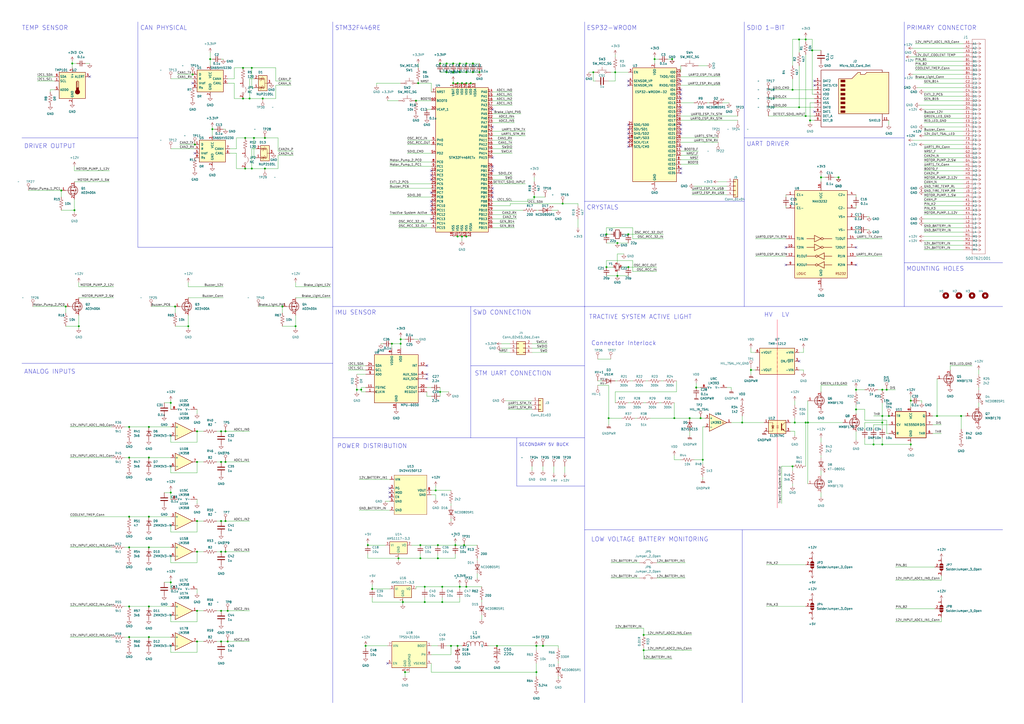
<source format=kicad_sch>
(kicad_sch (version 20231120) (generator "eeschema") (generator_version "8.0")
  (paper "A2")
  (lib_symbols
    (symbol "+12V_1" (power) (pin_names (offset 0))
      (property "Value" "+12V_1" (at 0 3.556 0))
      (symbol "+12V_1_1_1"
        (pin power_in line (at 0 0 90) (length 0) hide (name "+12V") (number "1"))
      )
    )
    (symbol "+12V_2" (power) (pin_names (offset 0))
      (property "Value" "+12V_2" (at 0 3.556 0))
      (symbol "+12V_2_1_1"
        (pin power_in line (at 0 0 90) (length 0) hide (name "+12V") (number "1"))
      )
    )
    (symbol "+12V_3" (power) (pin_names (offset 0))
      (property "Value" "+12V_3" (at 0 3.556 0))
      (symbol "+12V_3_1_1"
        (pin power_in line (at 0 0 90) (length 0) hide (name "+12V") (number "1"))
      )
    )
    (symbol "10TPB220M:10TPB220M" (pin_names (offset 0.254))
      (property "Reference" "C" (at 3.81 3.81 0))
      (property "Value" "10TPB220M" (at 3.81 -3.81 0))
      (symbol "10TPB220M_1_1"
        (pin unspecified line (at 0 0 0) (length 2.54) (name "") (number "1"))
        (pin unspecified line (at 7.62 0 180) (length 2.54) (name "") (number "2"))
      )
      (symbol "10TPB220M_1_2"
        (pin unspecified line (at 0 -7.62 90) (length 2.54) (name "") (number "1"))
        (pin unspecified line (at 0 0 270) (length 2.54) (name "") (number "2"))
      )
    )
    (symbol "Amplifier_Operational:LM358" (pin_names (offset 0.127))
      (property "Reference" "U" (at 0 5.08 0))
      (property "Value" "LM358" (at 0 -5.08 0))
      (symbol "LM358_1_1"
        (pin output line (at 7.62 0 180) (length 2.54) (name "~") (number "1"))
        (pin input line (at -7.62 -2.54 0) (length 2.54) (name "-") (number "2"))
        (pin input line (at -7.62 2.54 0) (length 2.54) (name "+") (number "3"))
      )
      (symbol "LM358_2_1"
        (pin input line (at -7.62 2.54 0) (length 2.54) (name "+") (number "5"))
        (pin input line (at -7.62 -2.54 0) (length 2.54) (name "-") (number "6"))
        (pin output line (at 7.62 0 180) (length 2.54) (name "~") (number "7"))
      )
      (symbol "LM358_3_1"
        (pin power_in line (at -2.54 -7.62 90) (length 3.81) (name "V-") (number "4"))
        (pin power_in line (at -2.54 7.62 270) (length 3.81) (name "V+") (number "8"))
      )
    )
    (symbol "CDRH104RNP:CDRH104RNP-150NC" (pin_names (offset 0.254))
      (property "Reference" "L" (at 6.985 5.08 0))
      (property "Value" "CDRH104RNP-150NC" (at 6.985 -2.54 0))
      (symbol "CDRH104RNP-150NC_1_1"
        (pin unspecified line (at 15.24 0 180) (length 2.54) (name "1") (number "1"))
        (pin unspecified line (at 0 0 0) (length 2.54) (name "2") (number "2"))
      )
      (symbol "CDRH104RNP-150NC_1_2"
        (pin unspecified line (at 0 15.24 270) (length 2.54) (name "1") (number "1"))
        (pin unspecified line (at 0 0 90) (length 2.54) (name "2") (number "2"))
      )
    )
    (symbol "Comparator:LM393" (pin_names (offset 0.127))
      (property "Reference" "U" (at 3.81 3.81 0))
      (property "Value" "LM393" (at 6.35 -3.81 0))
      (symbol "LM393_1_1"
        (pin open_collector line (at 7.62 0 180) (length 2.54) (name "~") (number "1"))
        (pin input line (at -7.62 -2.54 0) (length 2.54) (name "-") (number "2"))
        (pin input line (at -7.62 2.54 0) (length 2.54) (name "+") (number "3"))
      )
      (symbol "LM393_2_1"
        (pin input line (at -7.62 2.54 0) (length 2.54) (name "+") (number "5"))
        (pin input line (at -7.62 -2.54 0) (length 2.54) (name "_") (number "6"))
        (pin open_collector line (at 7.62 0 180) (length 2.54) (name "~") (number "7"))
      )
      (symbol "LM393_3_1"
        (pin power_in line (at -2.54 -7.62 90) (length 3.81) (name "V-") (number "4"))
        (pin power_in line (at -2.54 7.62 270) (length 3.81) (name "V+") (number "8"))
      )
    )
    (symbol "Connector:Micro_SD_Card_Det" (pin_names (offset 1.016))
      (property "Reference" "J" (at -16.51 17.78 0))
      (property "Value" "Micro_SD_Card_Det" (at 16.51 17.78 0))
      (symbol "Micro_SD_Card_Det_1_1"
        (pin bidirectional line (at -22.86 10.16 0) (length 3.81) (name "DAT2") (number "1"))
        (pin passive line (at -22.86 -10.16 0) (length 3.81) (name "DET_A") (number "10"))
        (pin passive line (at 20.32 -12.7 180) (length 3.81) (name "SHIELD") (number "11"))
        (pin bidirectional line (at -22.86 7.62 0) (length 3.81) (name "DAT3/CD") (number "2"))
        (pin input line (at -22.86 5.08 0) (length 3.81) (name "CMD") (number "3"))
        (pin power_in line (at -22.86 2.54 0) (length 3.81) (name "VDD") (number "4"))
        (pin input line (at -22.86 0 0) (length 3.81) (name "CLK") (number "5"))
        (pin power_in line (at -22.86 -2.54 0) (length 3.81) (name "VSS") (number "6"))
        (pin bidirectional line (at -22.86 -5.08 0) (length 3.81) (name "DAT0") (number "7"))
        (pin bidirectional line (at -22.86 -7.62 0) (length 3.81) (name "DAT1") (number "8"))
        (pin passive line (at -22.86 -12.7 0) (length 3.81) (name "DET_B") (number "9"))
      )
    )
    (symbol "Connector:TestPoint" (pin_numbers hide) (pin_names (offset 0.762) hide)
      (property "Reference" "TP" (at 0 6.858 0))
      (property "Value" "TestPoint" (at 0 5.08 0))
      (symbol "TestPoint_1_1"
        (pin passive line (at 0 0 90) (length 2.54) (name "1") (number "1"))
      )
    )
    (symbol "Connector_Generic:Conn_01x03" (pin_names (offset 1.016) hide)
      (property "Reference" "J" (at 0 5.08 0))
      (property "Value" "Conn_01x03" (at 0 -5.08 0))
      (symbol "Conn_01x03_1_1"
        (pin passive line (at -5.08 2.54 0) (length 3.81) (name "Pin_1") (number "1"))
        (pin passive line (at -5.08 0 0) (length 3.81) (name "Pin_2") (number "2"))
        (pin passive line (at -5.08 -2.54 0) (length 3.81) (name "Pin_3") (number "3"))
      )
    )
    (symbol "Connector_Generic:Conn_01x04" (pin_names (offset 1.016) hide)
      (property "Reference" "J" (at 0 5.08 0))
      (property "Value" "Conn_01x04" (at 0 -7.62 0))
      (symbol "Conn_01x04_1_1"
        (pin passive line (at -5.08 2.54 0) (length 3.81) (name "Pin_1") (number "1"))
        (pin passive line (at -5.08 0 0) (length 3.81) (name "Pin_2") (number "2"))
        (pin passive line (at -5.08 -2.54 0) (length 3.81) (name "Pin_3") (number "3"))
        (pin passive line (at -5.08 -5.08 0) (length 3.81) (name "Pin_4") (number "4"))
      )
    )
    (symbol "Connector_Generic:Conn_02x03_Odd_Even" (pin_names (offset 1.016) hide)
      (property "Reference" "J" (at 1.27 5.08 0))
      (property "Value" "Conn_02x03_Odd_Even" (at 1.27 -5.08 0))
      (symbol "Conn_02x03_Odd_Even_1_1"
        (pin passive line (at -5.08 2.54 0) (length 3.81) (name "Pin_1") (number "1"))
        (pin passive line (at 7.62 2.54 180) (length 3.81) (name "Pin_2") (number "2"))
        (pin passive line (at -5.08 0 0) (length 3.81) (name "Pin_3") (number "3"))
        (pin passive line (at 7.62 0 180) (length 3.81) (name "Pin_4") (number "4"))
        (pin passive line (at -5.08 -2.54 0) (length 3.81) (name "Pin_5") (number "5"))
        (pin passive line (at 7.62 -2.54 180) (length 3.81) (name "Pin_6") (number "6"))
      )
    )
    (symbol "Converter_DCDC:TMR-1212"
      (property "Reference" "U" (at -8.89 8.89 0))
      (property "Value" "TMR-1212" (at 10.16 8.89 0))
      (symbol "TMR-1212_1_1"
        (pin power_in line (at -12.7 -5.08 0) (length 2.54) (name "-VIN") (number "1"))
        (pin power_in line (at -12.7 5.08 0) (length 2.54) (name "+VIN") (number "2"))
        (pin input line (at -12.7 0 0) (length 2.54) (name "ON/~{OFF}") (number "3"))
        (pin no_connect line (at 10.16 2.54 180) (length 2.54) hide (name "NC") (number "5"))
        (pin power_out line (at 12.7 5.08 180) (length 2.54) (name "+VOUT") (number "6"))
        (pin power_out line (at 12.7 -5.08 180) (length 2.54) (name "-VOUT") (number "7"))
        (pin no_connect line (at 10.16 0 180) (length 2.54) hide (name "NC") (number "8"))
      )
    )
    (symbol "Custom:DV24V150F12"
      (property "Reference" "U" (at 1.27 1.27 0))
      (property "Value" "DV24V150F12" (at 11.43 -1.27 0))
      (symbol "DV24V150F12_1_1"
        (pin input line (at -2.54 -2.54 0) (length 2.54) (name "VIN") (number "1"))
        (pin input line (at -2.54 -20.32 0) (length 2.54) (name "GND") (number "2"))
        (pin input line (at -2.54 -7.62 0) (length 2.54) (name "PG") (number "3"))
        (pin input line (at -2.54 -10.16 0) (length 2.54) (name "MOD") (number "4"))
        (pin input line (at -2.54 -15.24 0) (length 2.54) (name "GND") (number "5"))
        (pin input line (at -2.54 -12.7 0) (length 2.54) (name "EN") (number "6"))
        (pin input line (at 21.59 -11.43 180) (length 2.54) (name "GND") (number "7"))
        (pin input line (at 21.59 -8.89 180) (length 2.54) (name "VOUT") (number "8"))
      )
    )
    (symbol "Custom_Library:5007621001" (pin_names (offset 0.254))
      (property "Reference" "J" (at 8.89 6.35 0))
      (property "Value" "5007621001" (at 0 0 0))
      (symbol "5007621001_1_1"
        (pin unspecified line (at 0 0 0) (length 5.08) (name "A1") (number "A1"))
        (pin unspecified line (at 0 -2.54 0) (length 5.08) (name "A2") (number "A2"))
        (pin unspecified line (at 0 -5.08 0) (length 5.08) (name "A3") (number "A3"))
        (pin unspecified line (at 0 -7.62 0) (length 5.08) (name "A4") (number "A4"))
        (pin unspecified line (at 0 -10.16 0) (length 5.08) (name "B1") (number "B1"))
        (pin unspecified line (at 0 -12.7 0) (length 5.08) (name "B2") (number "B2"))
        (pin unspecified line (at 0 -15.24 0) (length 5.08) (name "B3") (number "B3"))
        (pin unspecified line (at 0 -17.78 0) (length 5.08) (name "B4") (number "B4"))
        (pin unspecified line (at 0 -20.32 0) (length 5.08) (name "C1") (number "C1"))
        (pin unspecified line (at 0 -22.86 0) (length 5.08) (name "C2") (number "C2"))
        (pin unspecified line (at 0 -25.4 0) (length 5.08) (name "C3") (number "C3"))
        (pin unspecified line (at 0 -27.94 0) (length 5.08) (name "C4") (number "C4"))
        (pin unspecified line (at 0 -30.48 0) (length 5.08) (name "D1") (number "D1"))
        (pin unspecified line (at 0 -33.02 0) (length 5.08) (name "D2") (number "D2"))
        (pin unspecified line (at 0 -35.56 0) (length 5.08) (name "D3") (number "D3"))
        (pin unspecified line (at 0 -38.1 0) (length 5.08) (name "D4") (number "D4"))
        (pin unspecified line (at 0 -40.64 0) (length 5.08) (name "E1") (number "E1"))
        (pin unspecified line (at 0 -43.18 0) (length 5.08) (name "E2") (number "E2"))
        (pin unspecified line (at 0 -45.72 0) (length 5.08) (name "E3") (number "E3"))
        (pin unspecified line (at 0 -48.26 0) (length 5.08) (name "E4") (number "E4"))
        (pin unspecified line (at 0 -50.8 0) (length 5.08) (name "F1") (number "F1"))
        (pin unspecified line (at 0 -53.34 0) (length 5.08) (name "F2") (number "F2"))
        (pin unspecified line (at 0 -55.88 0) (length 5.08) (name "F3") (number "F3"))
        (pin unspecified line (at 0 -58.42 0) (length 5.08) (name "F4") (number "F4"))
        (pin unspecified line (at 0 -60.96 0) (length 5.08) (name "G1") (number "G1"))
        (pin unspecified line (at 0 -63.5 0) (length 5.08) (name "G2") (number "G2"))
        (pin unspecified line (at 0 -66.04 0) (length 5.08) (name "G3") (number "G3"))
        (pin unspecified line (at 0 -68.58 0) (length 5.08) (name "G4") (number "G4"))
        (pin unspecified line (at 0 -71.12 0) (length 5.08) (name "H1") (number "H1"))
        (pin unspecified line (at 0 -73.66 0) (length 5.08) (name "H2") (number "H2"))
        (pin unspecified line (at 0 -76.2 0) (length 5.08) (name "H3") (number "H3"))
        (pin unspecified line (at 0 -78.74 0) (length 5.08) (name "H4") (number "H4"))
        (pin unspecified line (at 0 -81.28 0) (length 5.08) (name "J1") (number "J1"))
        (pin unspecified line (at 0 -83.82 0) (length 5.08) (name "J2") (number "J2"))
        (pin unspecified line (at 0 -86.36 0) (length 5.08) (name "J3") (number "J3"))
        (pin unspecified line (at 0 -88.9 0) (length 5.08) (name "J4") (number "J4"))
        (pin unspecified line (at 0 -91.44 0) (length 5.08) (name "K1") (number "K1"))
        (pin unspecified line (at 0 -93.98 0) (length 5.08) (name "K2") (number "K2"))
        (pin unspecified line (at 0 -96.52 0) (length 5.08) (name "K3") (number "K3"))
        (pin unspecified line (at 0 -99.06 0) (length 5.08) (name "K4") (number "K4"))
        (pin unspecified line (at 0 -101.6 0) (length 5.08) (name "L1") (number "L1"))
        (pin unspecified line (at 0 -104.14 0) (length 5.08) (name "L2") (number "L2"))
        (pin unspecified line (at 0 -106.68 0) (length 5.08) (name "L3") (number "L3"))
        (pin unspecified line (at 0 -109.22 0) (length 5.08) (name "L4") (number "L4"))
        (pin unspecified line (at 0 -111.76 0) (length 5.08) (name "M1") (number "M1"))
        (pin unspecified line (at 0 -114.3 0) (length 5.08) (name "M2") (number "M2"))
        (pin unspecified line (at 0 -116.84 0) (length 5.08) (name "M3") (number "M3"))
        (pin unspecified line (at 0 -119.38 0) (length 5.08) (name "M4") (number "M4"))
      )
      (symbol "5007621001_1_2"
        (pin unspecified line (at 0 0 0) (length 5.08) (name "A1") (number "A1"))
        (pin unspecified line (at 0 -2.54 0) (length 5.08) (name "A2") (number "A2"))
        (pin unspecified line (at 0 -5.08 0) (length 5.08) (name "A3") (number "A3"))
        (pin unspecified line (at 0 -7.62 0) (length 5.08) (name "A4") (number "A4"))
        (pin unspecified line (at 0 -10.16 0) (length 5.08) (name "B1") (number "B1"))
        (pin unspecified line (at 0 -12.7 0) (length 5.08) (name "B2") (number "B2"))
        (pin unspecified line (at 0 -15.24 0) (length 5.08) (name "B3") (number "B3"))
        (pin unspecified line (at 0 -17.78 0) (length 5.08) (name "B4") (number "B4"))
        (pin unspecified line (at 0 -20.32 0) (length 5.08) (name "C1") (number "C1"))
        (pin unspecified line (at 0 -22.86 0) (length 5.08) (name "C2") (number "C2"))
        (pin unspecified line (at 0 -25.4 0) (length 5.08) (name "C3") (number "C3"))
        (pin unspecified line (at 0 -27.94 0) (length 5.08) (name "C4") (number "C4"))
        (pin unspecified line (at 0 -30.48 0) (length 5.08) (name "D1") (number "D1"))
        (pin unspecified line (at 0 -33.02 0) (length 5.08) (name "D2") (number "D2"))
        (pin unspecified line (at 0 -35.56 0) (length 5.08) (name "D3") (number "D3"))
        (pin unspecified line (at 0 -38.1 0) (length 5.08) (name "D4") (number "D4"))
        (pin unspecified line (at 0 -40.64 0) (length 5.08) (name "E1") (number "E1"))
        (pin unspecified line (at 0 -43.18 0) (length 5.08) (name "E2") (number "E2"))
        (pin unspecified line (at 0 -45.72 0) (length 5.08) (name "E3") (number "E3"))
        (pin unspecified line (at 0 -48.26 0) (length 5.08) (name "E4") (number "E4"))
        (pin unspecified line (at 0 -50.8 0) (length 5.08) (name "F1") (number "F1"))
        (pin unspecified line (at 0 -53.34 0) (length 5.08) (name "F2") (number "F2"))
        (pin unspecified line (at 0 -55.88 0) (length 5.08) (name "F3") (number "F3"))
        (pin unspecified line (at 0 -58.42 0) (length 5.08) (name "F4") (number "F4"))
        (pin unspecified line (at 0 -60.96 0) (length 5.08) (name "G1") (number "G1"))
        (pin unspecified line (at 0 -63.5 0) (length 5.08) (name "G2") (number "G2"))
        (pin unspecified line (at 0 -66.04 0) (length 5.08) (name "G3") (number "G3"))
        (pin unspecified line (at 0 -68.58 0) (length 5.08) (name "G4") (number "G4"))
        (pin unspecified line (at 0 -71.12 0) (length 5.08) (name "H1") (number "H1"))
        (pin unspecified line (at 0 -73.66 0) (length 5.08) (name "H2") (number "H2"))
        (pin unspecified line (at 0 -76.2 0) (length 5.08) (name "H3") (number "H3"))
        (pin unspecified line (at 0 -78.74 0) (length 5.08) (name "H4") (number "H4"))
        (pin unspecified line (at 0 -81.28 0) (length 5.08) (name "J1") (number "J1"))
        (pin unspecified line (at 0 -83.82 0) (length 5.08) (name "J2") (number "J2"))
        (pin unspecified line (at 0 -86.36 0) (length 5.08) (name "J3") (number "J3"))
        (pin unspecified line (at 0 -88.9 0) (length 5.08) (name "J4") (number "J4"))
        (pin unspecified line (at 0 -91.44 0) (length 5.08) (name "K1") (number "K1"))
        (pin unspecified line (at 0 -93.98 0) (length 5.08) (name "K2") (number "K2"))
        (pin unspecified line (at 0 -96.52 0) (length 5.08) (name "K3") (number "K3"))
        (pin unspecified line (at 0 -99.06 0) (length 5.08) (name "K4") (number "K4"))
        (pin unspecified line (at 0 -101.6 0) (length 5.08) (name "L1") (number "L1"))
        (pin unspecified line (at 0 -104.14 0) (length 5.08) (name "L2") (number "L2"))
        (pin unspecified line (at 0 -106.68 0) (length 5.08) (name "L3") (number "L3"))
        (pin unspecified line (at 0 -109.22 0) (length 5.08) (name "L4") (number "L4"))
        (pin unspecified line (at 0 -111.76 0) (length 5.08) (name "M1") (number "M1"))
        (pin unspecified line (at 0 -114.3 0) (length 5.08) (name "M2") (number "M2"))
        (pin unspecified line (at 0 -116.84 0) (length 5.08) (name "M3") (number "M3"))
        (pin unspecified line (at 0 -119.38 0) (length 5.08) (name "M4") (number "M4"))
      )
    )
    (symbol "Device:C" (pin_numbers hide) (pin_names (offset 0.254))
      (property "Reference" "C" (at 0.635 2.54 0))
      (property "Value" "C" (at 0.635 -2.54 0))
      (symbol "C_1_1"
        (pin passive line (at 0 3.81 270) (length 2.794) (name "~") (number "1"))
        (pin passive line (at 0 -3.81 90) (length 2.794) (name "~") (number "2"))
      )
    )
    (symbol "Device:C_Small" (pin_numbers hide) (pin_names (offset 0.254) hide)
      (property "Reference" "C" (at 0.254 1.778 0))
      (property "Value" "C_Small" (at 0.254 -2.032 0))
      (symbol "C_Small_1_1"
        (pin passive line (at 0 2.54 270) (length 2.032) (name "~") (number "1"))
        (pin passive line (at 0 -2.54 90) (length 2.032) (name "~") (number "2"))
      )
    )
    (symbol "Device:Crystal" (pin_numbers hide) (pin_names (offset 1.016) hide)
      (property "Reference" "Y" (at 0 3.81 0))
      (property "Value" "Crystal" (at 0 -3.81 0))
      (symbol "Crystal_1_1"
        (pin passive line (at -3.81 0 0) (length 1.27) (name "1") (number "1"))
        (pin passive line (at 3.81 0 180) (length 1.27) (name "2") (number "2"))
      )
    )
    (symbol "Device:Crystal_GND24_Small" (pin_names (offset 1.016) hide)
      (property "Reference" "Y" (at 1.27 4.445 0))
      (property "Value" "Crystal_GND24_Small" (at 1.27 2.54 0))
      (symbol "Crystal_GND24_Small_1_1"
        (pin passive line (at -2.54 0 0) (length 1.27) (name "1") (number "1"))
        (pin passive line (at 0 -2.54 90) (length 0.635) (name "2") (number "2"))
        (pin passive line (at 2.54 0 180) (length 1.27) (name "3") (number "3"))
        (pin passive line (at 0 2.54 270) (length 0.635) (name "4") (number "4"))
      )
    )
    (symbol "Device:LED" (pin_numbers hide) (pin_names (offset 1.016) hide)
      (property "Reference" "D" (at 0 2.54 0))
      (property "Value" "LED" (at 0 -2.54 0))
      (symbol "LED_1_1"
        (pin passive line (at -3.81 0 0) (length 2.54) (name "K") (number "1"))
        (pin passive line (at 3.81 0 180) (length 2.54) (name "A") (number "2"))
      )
    )
    (symbol "Device:R_US" (pin_numbers hide) (pin_names (offset 0))
      (property "Reference" "R" (at 2.54 0 90))
      (property "Value" "R_US" (at -2.54 0 90))
      (symbol "R_US_1_1"
        (pin passive line (at 0 3.81 270) (length 1.27) (name "~") (number "1"))
        (pin passive line (at 0 -3.81 90) (length 1.27) (name "~") (number "2"))
      )
    )
    (symbol "Diode:B340" (pin_numbers hide) (pin_names (offset 1.016) hide)
      (property "Reference" "D" (at 0 2.54 0))
      (property "Value" "B340" (at 0 -2.54 0))
      (symbol "B340_1_1"
        (pin passive line (at -3.81 0 0) (length 2.54) (name "K") (number "1"))
        (pin passive line (at 3.81 0 180) (length 2.54) (name "A") (number "2"))
      )
    )
    (symbol "Diode:BZV55B4V7" (pin_numbers hide) (pin_names hide)
      (property "Reference" "D" (at 0 2.54 0))
      (property "Value" "BZV55B4V7" (at 0 -2.54 0))
      (symbol "BZV55B4V7_1_1"
        (pin passive line (at -3.81 0 0) (length 2.54) (name "K") (number "1"))
        (pin passive line (at 3.81 0 180) (length 2.54) (name "A") (number "2"))
      )
    )
    (symbol "Diode:BZV55C15" (pin_numbers hide) (pin_names hide)
      (property "Reference" "D" (at 0 2.54 0))
      (property "Value" "BZV55C15" (at 0 -2.54 0))
      (symbol "BZV55C15_1_1"
        (pin passive line (at -3.81 0 0) (length 2.54) (name "K") (number "1"))
        (pin passive line (at 3.81 0 180) (length 2.54) (name "A") (number "2"))
      )
    )
    (symbol "Diode:US1M" (pin_numbers hide) (pin_names (offset 1.016) hide)
      (property "Reference" "D" (at 0 2.54 0))
      (property "Value" "US1M" (at 0 -2.54 0))
      (symbol "US1M_1_1"
        (pin passive line (at -3.81 0 0) (length 2.54) (name "K") (number "1"))
        (pin passive line (at 3.81 0 180) (length 2.54) (name "A") (number "2"))
      )
    )
    (symbol "Interface_CAN_LIN:SN65HVD230" (pin_names (offset 1.016))
      (property "Reference" "U" (at -2.54 10.16 0))
      (property "Value" "SN65HVD230" (at -2.54 7.62 0))
      (symbol "SN65HVD230_1_1"
        (pin input line (at -10.16 2.54 0) (length 2.54) (name "D") (number "1"))
        (pin power_in line (at 0 -10.16 90) (length 2.54) (name "GND") (number "2"))
        (pin power_in line (at 0 7.62 270) (length 2.54) (name "VCC") (number "3"))
        (pin output line (at -10.16 0 0) (length 2.54) (name "R") (number "4"))
        (pin output line (at -10.16 -2.54 0) (length 2.54) (name "Vref") (number "5"))
        (pin bidirectional line (at 10.16 -2.54 180) (length 2.54) (name "CANL") (number "6"))
        (pin bidirectional line (at 10.16 0 180) (length 2.54) (name "CANH") (number "7"))
        (pin input line (at -10.16 -5.08 0) (length 2.54) (name "Rs") (number "8"))
      )
    )
    (symbol "Interface_UART:MAX3232" (pin_names (offset 1.016))
      (property "Reference" "U" (at -2.54 28.575 0))
      (property "Value" "MAX3232" (at -2.54 26.67 0))
      (symbol "MAX3232_0_0"
        (text "LOGIC" (at -11.43 -22.86 0) (effects (font (size 1.27 1.27))))
        (text "RS232" (at 11.43 -22.86 0) (effects (font (size 1.27 1.27))))
      )
      (symbol "MAX3232_1_1"
        (pin passive line (at -20.32 22.86 0) (length 5.08) (name "C1+") (number "1"))
        (pin input line (at -20.32 -7.62 0) (length 5.08) (name "T2IN") (number "10"))
        (pin input line (at -20.32 -2.54 0) (length 5.08) (name "T1IN") (number "11"))
        (pin output line (at -20.32 -12.7 0) (length 5.08) (name "R1OUT") (number "12"))
        (pin input line (at 20.32 -12.7 180) (length 5.08) (name "R1IN") (number "13"))
        (pin output line (at 20.32 -2.54 180) (length 5.08) (name "T1OUT") (number "14"))
        (pin power_in line (at 0 -30.48 90) (length 5.08) (name "GND") (number "15"))
        (pin power_in line (at 0 30.48 270) (length 5.08) (name "VCC") (number "16"))
        (pin power_out line (at 20.32 10.16 180) (length 5.08) (name "VS+") (number "2"))
        (pin passive line (at -20.32 15.24 0) (length 5.08) (name "C1-") (number "3"))
        (pin passive line (at 20.32 22.86 180) (length 5.08) (name "C2+") (number "4"))
        (pin passive line (at 20.32 15.24 180) (length 5.08) (name "C2-") (number "5"))
        (pin power_out line (at 20.32 2.54 180) (length 5.08) (name "VS-") (number "6"))
        (pin output line (at 20.32 -7.62 180) (length 5.08) (name "T2OUT") (number "7"))
        (pin input line (at 20.32 -17.78 180) (length 5.08) (name "R2IN") (number "8"))
        (pin output line (at -20.32 -17.78 0) (length 5.08) (name "R2OUT") (number "9"))
      )
    )
    (symbol "Isolator:EL817" (pin_names (offset 1.016))
      (property "Reference" "U" (at -5.08 5.08 0))
      (property "Value" "EL817" (at 0 5.08 0))
      (symbol "EL817_1_1"
        (pin passive line (at -7.62 2.54 0) (length 2.54) (name "~") (number "1"))
        (pin passive line (at -7.62 -2.54 0) (length 2.54) (name "~") (number "2"))
        (pin passive line (at 7.62 -2.54 180) (length 2.54) (name "~") (number "3"))
        (pin passive line (at 7.62 2.54 180) (length 2.54) (name "~") (number "4"))
      )
    )
    (symbol "Jumper:Jumper_2_Open" (pin_names (offset 0) hide)
      (property "Reference" "JP" (at 0 2.794 0))
      (property "Value" "Jumper_2_Open" (at 0 -2.286 0))
      (symbol "Jumper_2_Open_1_1"
        (pin passive line (at -5.08 0 0) (length 2.54) (name "A") (number "1"))
        (pin passive line (at 5.08 0 180) (length 2.54) (name "B") (number "2"))
      )
    )
    (symbol "Jumper:SolderJumper_3_Open" (pin_names (offset 0) hide) (exclude_from_sim yes) (in_bom no)
      (property "Reference" "JP" (at -2.54 -2.54 0))
      (property "Value" "SolderJumper_3_Open" (at 0 2.794 0))
      (symbol "SolderJumper_3_Open_1_1"
        (pin passive line (at -5.08 0 0) (length 2.54) (name "A") (number "1"))
        (pin passive line (at 0 -3.81 90) (length 2.54) (name "C") (number "2"))
        (pin passive line (at 5.08 0 180) (length 2.54) (name "B") (number "3"))
      )
    )
    (symbol "Jumper_2_Open_1" (pin_numbers hide) (pin_names (offset 0) hide) (exclude_from_sim yes)
      (property "Reference" "JP" (at 0 2.794 0))
      (property "Value" "Jumper_2_Open" (at 0 -2.286 0))
      (symbol "Jumper_2_Open_1_1_1"
        (pin passive line (at -5.08 0 0) (length 2.54) (name "A") (number "1"))
        (pin passive line (at 5.08 0 180) (length 2.54) (name "B") (number "2"))
      )
    )
    (symbol "MCU_ST_STM32F4:STM32F446RETx"
      (property "Reference" "U" (at -15.24 41.91 0))
      (property "Value" "STM32F446RETx" (at 10.16 41.91 0))
      (symbol "STM32F446RETx_1_1"
        (pin power_in line (at -5.08 43.18 270) (length 2.54) (name "VBAT") (number "1"))
        (pin bidirectional line (at -17.78 -7.62 0) (length 2.54) (name "PC2") (number "10"))
        (pin bidirectional line (at -17.78 -10.16 0) (length 2.54) (name "PC3") (number "11"))
        (pin power_in line (at 5.08 -45.72 90) (length 2.54) (name "VSSA") (number "12"))
        (pin power_in line (at 7.62 43.18 270) (length 2.54) (name "VDDA") (number "13"))
        (pin bidirectional line (at 17.78 38.1 180) (length 2.54) (name "PA0") (number "14"))
        (pin bidirectional line (at 17.78 35.56 180) (length 2.54) (name "PA1") (number "15"))
        (pin bidirectional line (at 17.78 33.02 180) (length 2.54) (name "PA2") (number "16"))
        (pin bidirectional line (at 17.78 30.48 180) (length 2.54) (name "PA3") (number "17"))
        (pin power_in line (at -5.08 -45.72 90) (length 2.54) (name "VSS") (number "18"))
        (pin power_in line (at -2.54 43.18 270) (length 2.54) (name "VDD") (number "19"))
        (pin bidirectional line (at -17.78 -35.56 0) (length 2.54) (name "PC13") (number "2"))
        (pin bidirectional line (at 17.78 27.94 180) (length 2.54) (name "PA4") (number "20"))
        (pin bidirectional line (at 17.78 25.4 180) (length 2.54) (name "PA5") (number "21"))
        (pin bidirectional line (at 17.78 22.86 180) (length 2.54) (name "PA6") (number "22"))
        (pin bidirectional line (at 17.78 20.32 180) (length 2.54) (name "PA7") (number "23"))
        (pin bidirectional line (at -17.78 -12.7 0) (length 2.54) (name "PC4") (number "24"))
        (pin bidirectional line (at -17.78 -15.24 0) (length 2.54) (name "PC5") (number "25"))
        (pin bidirectional line (at 17.78 -5.08 180) (length 2.54) (name "PB0") (number "26"))
        (pin bidirectional line (at 17.78 -7.62 180) (length 2.54) (name "PB1") (number "27"))
        (pin bidirectional line (at 17.78 -10.16 180) (length 2.54) (name "PB2") (number "28"))
        (pin bidirectional line (at 17.78 -30.48 180) (length 2.54) (name "PB10") (number "29"))
        (pin bidirectional line (at -17.78 -38.1 0) (length 2.54) (name "PC14") (number "3"))
        (pin power_in line (at -17.78 27.94 0) (length 2.54) (name "VCAP_1") (number "30"))
        (pin power_in line (at -2.54 -45.72 90) (length 2.54) (name "VSS") (number "31"))
        (pin power_in line (at 0 43.18 270) (length 2.54) (name "VDD") (number "32"))
        (pin bidirectional line (at 17.78 -33.02 180) (length 2.54) (name "PB12") (number "33"))
        (pin bidirectional line (at 17.78 -35.56 180) (length 2.54) (name "PB13") (number "34"))
        (pin bidirectional line (at 17.78 -38.1 180) (length 2.54) (name "PB14") (number "35"))
        (pin bidirectional line (at 17.78 -40.64 180) (length 2.54) (name "PB15") (number "36"))
        (pin bidirectional line (at -17.78 -17.78 0) (length 2.54) (name "PC6") (number "37"))
        (pin bidirectional line (at -17.78 -20.32 0) (length 2.54) (name "PC7") (number "38"))
        (pin bidirectional line (at -17.78 -22.86 0) (length 2.54) (name "PC8") (number "39"))
        (pin bidirectional line (at -17.78 -40.64 0) (length 2.54) (name "PC15") (number "4"))
        (pin bidirectional line (at -17.78 -25.4 0) (length 2.54) (name "PC9") (number "40"))
        (pin bidirectional line (at 17.78 17.78 180) (length 2.54) (name "PA8") (number "41"))
        (pin bidirectional line (at 17.78 15.24 180) (length 2.54) (name "PA9") (number "42"))
        (pin bidirectional line (at 17.78 12.7 180) (length 2.54) (name "PA10") (number "43"))
        (pin bidirectional line (at 17.78 10.16 180) (length 2.54) (name "PA11") (number "44"))
        (pin bidirectional line (at 17.78 7.62 180) (length 2.54) (name "PA12") (number "45"))
        (pin bidirectional line (at 17.78 5.08 180) (length 2.54) (name "PA13") (number "46"))
        (pin power_in line (at 0 -45.72 90) (length 2.54) (name "VSS") (number "47"))
        (pin power_in line (at 2.54 43.18 270) (length 2.54) (name "VDD") (number "48"))
        (pin bidirectional line (at 17.78 2.54 180) (length 2.54) (name "PA14") (number "49"))
        (pin input line (at -17.78 10.16 0) (length 2.54) (name "PH0") (number "5"))
        (pin bidirectional line (at 17.78 0 180) (length 2.54) (name "PA15") (number "50"))
        (pin bidirectional line (at -17.78 -27.94 0) (length 2.54) (name "PC10") (number "51"))
        (pin bidirectional line (at -17.78 -30.48 0) (length 2.54) (name "PC11") (number "52"))
        (pin bidirectional line (at -17.78 -33.02 0) (length 2.54) (name "PC12") (number "53"))
        (pin bidirectional line (at -17.78 2.54 0) (length 2.54) (name "PD2") (number "54"))
        (pin bidirectional line (at 17.78 -12.7 180) (length 2.54) (name "PB3") (number "55"))
        (pin bidirectional line (at 17.78 -15.24 180) (length 2.54) (name "PB4") (number "56"))
        (pin bidirectional line (at 17.78 -17.78 180) (length 2.54) (name "PB5") (number "57"))
        (pin bidirectional line (at 17.78 -20.32 180) (length 2.54) (name "PB6") (number "58"))
        (pin bidirectional line (at 17.78 -22.86 180) (length 2.54) (name "PB7") (number "59"))
        (pin input line (at -17.78 7.62 0) (length 2.54) (name "PH1") (number "6"))
        (pin input line (at -17.78 33.02 0) (length 2.54) (name "BOOT0") (number "60"))
        (pin bidirectional line (at 17.78 -25.4 180) (length 2.54) (name "PB8") (number "61"))
        (pin bidirectional line (at 17.78 -27.94 180) (length 2.54) (name "PB9") (number "62"))
        (pin power_in line (at 2.54 -45.72 90) (length 2.54) (name "VSS") (number "63"))
        (pin power_in line (at 5.08 43.18 270) (length 2.54) (name "VDD") (number "64"))
        (pin input line (at -17.78 38.1 0) (length 2.54) (name "NRST") (number "7"))
        (pin bidirectional line (at -17.78 -2.54 0) (length 2.54) (name "PC0") (number "8"))
        (pin bidirectional line (at -17.78 -5.08 0) (length 2.54) (name "PC1") (number "9"))
      )
    )
    (symbol "Mechanical:MountingHole" (pin_names (offset 1.016))
      (property "Reference" "H" (at 0 5.08 0))
      (property "Value" "MountingHole" (at 0 3.175 0))
    )
    (symbol "Power_Protection:NUP2105L" (pin_names hide)
      (property "Reference" "D" (at 5.715 2.54 0))
      (property "Value" "NUP2105L" (at 5.715 0.635 0))
      (symbol "NUP2105L_0_0"
        (pin passive line (at 0 -5.08 90) (length 2.54) (name "A") (number "3"))
      )
      (symbol "NUP2105L_1_1"
        (pin passive line (at -2.54 5.08 270) (length 2.54) (name "K") (number "1"))
        (pin passive line (at 2.54 5.08 270) (length 2.54) (name "K") (number "2"))
      )
    )
    (symbol "RF_Module:ESP32-WROOM-32"
      (property "Reference" "U" (at -12.7 34.29 0))
      (property "Value" "ESP32-WROOM-32" (at 1.27 34.29 0))
      (symbol "ESP32-WROOM-32_1_1"
        (pin power_in line (at 0 -35.56 90) (length 2.54) (name "GND") (number "1"))
        (pin bidirectional line (at 15.24 -12.7 180) (length 2.54) (name "IO25") (number "10"))
        (pin bidirectional line (at 15.24 -15.24 180) (length 2.54) (name "IO26") (number "11"))
        (pin bidirectional line (at 15.24 -17.78 180) (length 2.54) (name "IO27") (number "12"))
        (pin bidirectional line (at 15.24 10.16 180) (length 2.54) (name "IO14") (number "13"))
        (pin bidirectional line (at 15.24 15.24 180) (length 2.54) (name "IO12") (number "14"))
        (pin passive line (at 0 -35.56 90) (length 2.54) hide (name "GND") (number "15"))
        (pin bidirectional line (at 15.24 12.7 180) (length 2.54) (name "IO13") (number "16"))
        (pin bidirectional line (at -15.24 -5.08 0) (length 2.54) (name "SHD/SD2") (number "17"))
        (pin bidirectional line (at -15.24 -7.62 0) (length 2.54) (name "SWP/SD3") (number "18"))
        (pin bidirectional line (at -15.24 -12.7 0) (length 2.54) (name "SCS/CMD") (number "19"))
        (pin power_in line (at 0 35.56 270) (length 2.54) (name "VDD") (number "2"))
        (pin bidirectional line (at -15.24 -10.16 0) (length 2.54) (name "SCK/CLK") (number "20"))
        (pin bidirectional line (at -15.24 0 0) (length 2.54) (name "SDO/SD0") (number "21"))
        (pin bidirectional line (at -15.24 -2.54 0) (length 2.54) (name "SDI/SD1") (number "22"))
        (pin bidirectional line (at 15.24 7.62 180) (length 2.54) (name "IO15") (number "23"))
        (pin bidirectional line (at 15.24 25.4 180) (length 2.54) (name "IO2") (number "24"))
        (pin bidirectional line (at 15.24 30.48 180) (length 2.54) (name "IO0") (number "25"))
        (pin bidirectional line (at 15.24 20.32 180) (length 2.54) (name "IO4") (number "26"))
        (pin bidirectional line (at 15.24 5.08 180) (length 2.54) (name "IO16") (number "27"))
        (pin bidirectional line (at 15.24 2.54 180) (length 2.54) (name "IO17") (number "28"))
        (pin bidirectional line (at 15.24 17.78 180) (length 2.54) (name "IO5") (number "29"))
        (pin input line (at -15.24 30.48 0) (length 2.54) (name "EN") (number "3"))
        (pin bidirectional line (at 15.24 0 180) (length 2.54) (name "IO18") (number "30"))
        (pin bidirectional line (at 15.24 -2.54 180) (length 2.54) (name "IO19") (number "31"))
        (pin no_connect line (at -12.7 -27.94 0) (length 2.54) hide (name "NC") (number "32"))
        (pin bidirectional line (at 15.24 -5.08 180) (length 2.54) (name "IO21") (number "33"))
        (pin bidirectional line (at 15.24 22.86 180) (length 2.54) (name "RXD0/IO3") (number "34"))
        (pin bidirectional line (at 15.24 27.94 180) (length 2.54) (name "TXD0/IO1") (number "35"))
        (pin bidirectional line (at 15.24 -7.62 180) (length 2.54) (name "IO22") (number "36"))
        (pin bidirectional line (at 15.24 -10.16 180) (length 2.54) (name "IO23") (number "37"))
        (pin passive line (at 0 -35.56 90) (length 2.54) hide (name "GND") (number "38"))
        (pin passive line (at 0 -35.56 90) (length 2.54) hide (name "GND") (number "39"))
        (pin input line (at -15.24 25.4 0) (length 2.54) (name "SENSOR_VP") (number "4"))
        (pin input line (at -15.24 22.86 0) (length 2.54) (name "SENSOR_VN") (number "5"))
        (pin input line (at 15.24 -25.4 180) (length 2.54) (name "IO34") (number "6"))
        (pin input line (at 15.24 -27.94 180) (length 2.54) (name "IO35") (number "7"))
        (pin bidirectional line (at 15.24 -20.32 180) (length 2.54) (name "IO32") (number "8"))
        (pin bidirectional line (at 15.24 -22.86 180) (length 2.54) (name "IO33") (number "9"))
      )
    )
    (symbol "Regulator_Linear:AMS1117-3.3"
      (property "Reference" "U" (at -3.81 3.175 0))
      (property "Value" "AMS1117-3.3" (at 0 3.175 0))
      (symbol "AMS1117-3.3_1_1"
        (pin power_in line (at 0 -7.62 90) (length 2.54) (name "GND") (number "1"))
        (pin power_out line (at 7.62 0 180) (length 2.54) (name "VO") (number "2"))
        (pin power_in line (at -7.62 0 0) (length 2.54) (name "VI") (number "3"))
      )
    )
    (symbol "Regulator_Switching:TPS5431DDA"
      (property "Reference" "U" (at -10.16 8.89 0))
      (property "Value" "TPS5431DDA" (at -1.27 8.89 0))
      (symbol "TPS5431DDA_1_1"
        (pin input line (at 12.7 5.08 180) (length 2.54) (name "BOOT") (number "1"))
        (pin no_connect line (at -10.16 2.54 0) (length 2.54) hide (name "NC") (number "2"))
        (pin no_connect line (at -10.16 -2.54 0) (length 2.54) hide (name "NC") (number "3"))
        (pin input line (at 12.7 -5.08 180) (length 2.54) (name "VSENSE") (number "4"))
        (pin input line (at -12.7 -5.08 0) (length 2.54) (name "EN") (number "5"))
        (pin power_in line (at -2.54 -10.16 90) (length 2.54) (name "GND") (number "6"))
        (pin power_in line (at -12.7 5.08 0) (length 2.54) (name "VIN") (number "7"))
        (pin output line (at 12.7 0 180) (length 2.54) (name "PH") (number "8"))
        (pin power_in line (at 0 -10.16 90) (length 2.54) (name "GNDPAD") (number "9"))
      )
    )
    (symbol "Sensor_Motion:MPU-6050"
      (property "Reference" "U" (at -11.43 13.97 0))
      (property "Value" "MPU-6050" (at 7.62 -15.24 0))
      (symbol "MPU-6050_0_0"
        (text "" (at 12.7 -2.54 0) (effects (font (size 1.27 1.27))))
      )
      (symbol "MPU-6050_1_1"
        (pin input clock (at -17.78 -7.62 0) (length 5.08) (name "CLKIN") (number "1"))
        (pin passive line (at 17.78 -7.62 180) (length 5.08) (name "REGOUT") (number "10"))
        (pin input line (at -17.78 -5.08 0) (length 5.08) (name "FSYNC") (number "11"))
        (pin output line (at 17.78 7.62 180) (length 5.08) (name "INT") (number "12"))
        (pin power_in line (at 2.54 17.78 270) (length 3.81) (name "VDD") (number "13"))
        (pin no_connect line (at -12.7 -10.16 0) (length 2.54) hide (name "NC") (number "14"))
        (pin no_connect line (at 12.7 12.7 180) (length 2.54) hide (name "NC") (number "15"))
        (pin no_connect line (at 12.7 10.16 180) (length 2.54) hide (name "NC") (number "16"))
        (pin no_connect line (at 12.7 5.08 180) (length 2.54) hide (name "NC") (number "17"))
        (pin power_in line (at 0 -17.78 90) (length 3.81) (name "GND") (number "18"))
        (pin no_connect line (at 12.7 -10.16 180) (length 2.54) hide (name "NC") (number "19"))
        (pin no_connect line (at -12.7 12.7 0) (length 2.54) hide (name "NC") (number "2"))
        (pin passive line (at 17.78 -5.08 180) (length 5.08) (name "CPOUT") (number "20"))
        (pin no_connect line (at 12.7 -2.54 180) (length 2.54) hide (name "NC") (number "21"))
        (pin no_connect line (at 12.7 -12.7 180) (length 2.54) hide (name "NC") (number "22"))
        (pin input line (at -17.78 5.08 0) (length 5.08) (name "SCL") (number "23"))
        (pin bidirectional line (at -17.78 7.62 0) (length 5.08) (name "SDA") (number "24"))
        (pin no_connect line (at -12.7 10.16 0) (length 2.54) hide (name "NC") (number "3"))
        (pin no_connect line (at -12.7 0 0) (length 2.54) hide (name "NC") (number "4"))
        (pin no_connect line (at -12.7 -2.54 0) (length 2.54) hide (name "NC") (number "5"))
        (pin bidirectional line (at 17.78 2.54 180) (length 5.08) (name "AUX_SDA") (number "6"))
        (pin output clock (at 17.78 0 180) (length 5.08) (name "AUX_SCL") (number "7"))
        (pin power_in line (at -2.54 17.78 270) (length 3.81) (name "VDDIO") (number "8"))
        (pin input line (at -17.78 2.54 0) (length 5.08) (name "AD0") (number "9"))
      )
    )
    (symbol "Sensor_Temperature:TMP101"
      (property "Reference" "U" (at 10.16 -2.54 0))
      (property "Value" "TMP101" (at 12.7 -5.08 0))
      (symbol "TMP101_1_1"
        (pin input line (at -10.16 2.54 0) (length 2.54) (name "SCL") (number "1"))
        (pin power_in line (at 0 -10.16 90) (length 2.54) (name "GND") (number "2"))
        (pin open_collector line (at 10.16 5.08 180) (length 2.54) (name "ALERT") (number "3"))
        (pin power_in line (at 0 10.16 270) (length 2.54) (name "V+") (number "4"))
        (pin input line (at -10.16 -2.54 0) (length 2.54) (name "ADD0") (number "5"))
        (pin bidirectional line (at -10.16 5.08 0) (length 2.54) (name "SDA") (number "6"))
      )
    )
    (symbol "Switch:SW_MEC_5G" (pin_numbers hide) (pin_names (offset 1.016) hide)
      (property "Reference" "SW1" (at 0 7.62 0))
      (property "Value" "SW_MEC_5G" (at 0 5.08 0))
      (symbol "SW_MEC_5G_1_1"
        (pin passive line (at -5.08 0 0) (length 2.54) (name "A") (number "1"))
        (pin passive line (at 5.08 0 180) (length 2.54) (name "B") (number "2"))
      )
    )
    (symbol "Timer:NE555D"
      (property "Reference" "U" (at -10.16 8.89 0))
      (property "Value" "NE555D" (at 2.54 8.89 0))
      (symbol "NE555D_0_0"
        (pin power_in line (at 0 -10.16 90) (length 2.54) (name "GND") (number "1"))
        (pin power_in line (at 0 10.16 270) (length 2.54) (name "VCC") (number "8"))
      )
      (symbol "NE555D_1_1"
        (pin input line (at -12.7 5.08 0) (length 3.81) (name "TR") (number "2"))
        (pin output line (at 12.7 5.08 180) (length 3.81) (name "Q") (number "3"))
        (pin input inverted (at -12.7 -5.08 0) (length 3.81) (name "R") (number "4"))
        (pin input line (at -12.7 0 0) (length 3.81) (name "CV") (number "5"))
        (pin input line (at 12.7 -5.08 180) (length 3.81) (name "THR") (number "6"))
        (pin input line (at 12.7 0 180) (length 3.81) (name "DIS") (number "7"))
      )
    )
    (symbol "Transistor_FET:AO3400A" (pin_names hide)
      (property "Reference" "Q" (at 5.08 1.905 0))
      (property "Value" "AO3400A" (at 5.08 0 0))
      (symbol "AO3400A_1_1"
        (pin input line (at -5.08 0 0) (length 2.54) (name "G") (number "1"))
        (pin passive line (at 2.54 -5.08 90) (length 2.54) (name "S") (number "2"))
        (pin passive line (at 2.54 5.08 270) (length 2.54) (name "D") (number "3"))
      )
    )
    (symbol "Transistor_FET:BS170F" (pin_names hide)
      (property "Reference" "Q" (at 5.08 1.905 0))
      (property "Value" "BS170F" (at 5.08 0 0))
      (symbol "BS170F_1_1"
        (pin input line (at -5.08 0 0) (length 2.54) (name "G") (number "1"))
        (pin passive line (at 2.54 -5.08 90) (length 2.54) (name "S") (number "2"))
        (pin passive line (at 2.54 5.08 270) (length 2.54) (name "D") (number "3"))
      )
    )
    (symbol "power:+12V" (power) (pin_names (offset 0))
      (property "Value" "+12V" (at 0 3.556 0))
      (symbol "+12V_1_1"
        (pin power_in line (at 0 0 90) (length 0) hide (name "+12V") (number "1"))
      )
    )
    (symbol "power:+3.3V" (power) (pin_names (offset 0))
      (property "Value" "+3.3V" (at 0 3.556 0))
      (symbol "+3.3V_1_1"
        (pin power_in line (at 0 0 90) (length 0) hide (name "+3V3") (number "1"))
      )
    )
    (symbol "power:+3.3VP" (power) (pin_names (offset 0))
      (property "Value" "+3.3VP" (at 0 2.54 0))
      (symbol "+3.3VP_0_0"
        (pin power_in line (at 0 0 90) (length 0) hide (name "+3.3VP") (number "1"))
      )
    )
    (symbol "power:+3V3" (power) (pin_names (offset 0))
      (property "Value" "+3V3" (at 0 3.556 0))
      (symbol "+3V3_1_1"
        (pin power_in line (at 0 0 90) (length 0) hide (name "+3V3") (number "1"))
      )
    )
    (symbol "power:+5V" (power) (pin_names (offset 0))
      (property "Value" "+5V" (at 0 3.556 0))
      (symbol "+5V_1_1"
        (pin power_in line (at 0 0 90) (length 0) hide (name "+5V") (number "1"))
      )
    )
    (symbol "power:GND" (power) (pin_names (offset 0))
      (property "Value" "GND" (at 0 -3.81 0))
      (symbol "GND_1_1"
        (pin power_in line (at 0 0 270) (length 0) hide (name "GND") (number "1"))
      )
    )
    (symbol "power:GNDPWR" (power) (pin_names (offset 0))
      (property "Value" "GNDPWR" (at 0 -3.302 0))
      (symbol "GNDPWR_1_1"
        (pin power_in line (at 0 0 270) (length 0) hide (name "GNDPWR") (number "1"))
      )
    )
    (symbol "power:VDD" (power) (pin_names (offset 0))
      (property "Value" "VDD" (at 0 3.81 0))
      (symbol "VDD_1_1"
        (pin power_in line (at 0 0 90) (length 0) hide (name "VDD") (number "1"))
      )
    )
  )
  (junction (at 267.97 137.16))
  (junction (at 86.36 317.5))
  (junction (at 262.89 36.83))
  (junction (at 74.93 369.57))
  (junction (at 379.73 34.29))
  (junction (at 128.27 372.11))
  (junction (at 128.27 267.97))
  (junction (at 511.81 241.3))
  (junction (at 140.97 39.37))
  (junction (at 130.81 250.19))
  (junction (at 128.27 320.04))
  (junction (at 114.3 354.33))
  (junction (at 435.61 214.63))
  (junction (at 269.24 316.23))
  (junction (at 430.53 245.11))
  (junction (at 207.01 226.06))
  (junction (at 261.62 374.65))
  (junction (at 227.33 199.39))
  (junction (at 266.7 41.91))
  (junction (at 391.16 242.57))
  (junction (at 140.97 57.15))
  (junction (at 86.36 265.43))
  (junction (at 234.95 389.89))
  (junction (at 132.08 372.11))
  (junction (at 273.05 48.26))
  (junction (at 38.1 177.8))
  (junction (at 130.81 267.97))
  (junction (at 128.27 302.26))
  (junction (at 233.68 349.25))
  (junction (at 109.22 189.23))
  (junction (at 351.79 154.94))
  (junction (at 130.81 320.04))
  (junction (at 364.49 135.89))
  (junction (at 311.15 374.65))
  (junction (at 255.27 227.33))
  (junction (at 262.89 48.26))
  (junction (at 344.17 41.91))
  (junction (at 256.54 349.25))
  (junction (at 153.67 80.01))
  (junction (at 163.83 177.8))
  (junction (at 123.19 74.93))
  (junction (at 358.14 140.97))
  (junction (at 43.18 121.92))
  (junction (at 506.73 257.81))
  (junction (at 171.45 189.23))
  (junction (at 99.06 233.68))
  (junction (at 326.39 118.11))
  (junction (at 101.6 177.8))
  (junction (at 514.35 226.06))
  (junction (at 212.09 374.65))
  (junction (at 515.62 241.3))
  (junction (at 243.84 316.23))
  (junction (at 130.81 302.26))
  (junction (at 265.43 48.26))
  (junction (at 476.25 102.87))
  (junction (at 74.93 265.43))
  (junction (at 232.41 199.39))
  (junction (at 400.05 242.57))
  (junction (at 114.3 267.97))
  (junction (at 86.36 247.65))
  (junction (at 142.24 97.79))
  (junction (at 351.79 135.89))
  (junction (at 264.16 316.23))
  (junction (at 467.36 245.11))
  (junction (at 389.89 34.29))
  (junction (at 146.05 39.37))
  (junction (at 259.08 41.91))
  (junction (at 86.36 299.72))
  (junction (at 528.32 232.41))
  (junction (at 543.56 241.3))
  (junction (at 356.87 41.91))
  (junction (at 373.38 377.19))
  (junction (at 496.57 237.49))
  (junction (at 252.73 284.48))
  (junction (at 468.63 245.11))
  (junction (at 406.4 242.57))
  (junction (at 153.67 97.79))
  (junction (at 86.36 369.57))
  (junction (at 270.51 340.36))
  (junction (at 463.55 22.86))
  (junction (at 114.3 302.26))
  (junction (at 121.92 34.29))
  (junction (at 114.3 372.11))
  (junction (at 259.08 36.83))
  (junction (at 45.72 189.23))
  (junction (at 128.27 250.19))
  (junction (at 266.7 340.36))
  (junction (at 74.93 299.72))
  (junction (at 364.49 154.94))
  (junction (at 209.55 226.06))
  (junction (at 231.14 323.85))
  (junction (at 314.96 374.65))
  (junction (at 114.3 250.19))
  (junction (at 254 316.23))
  (junction (at 266.7 36.83))
  (junction (at 459.74 270.51))
  (junction (at 144.78 57.15))
  (junction (at 511.81 257.81))
  (junction (at 232.41 196.85))
  (junction (at 246.38 340.36))
  (junction (at 147.32 80.01))
  (junction (at 288.29 374.65))
  (junction (at 243.84 323.85))
  (junction (at 407.67 266.7))
  (junction (at 358.14 160.02))
  (junction (at 403.86 224.79))
  (junction (at 262.89 41.91))
  (junction (at 353.06 242.57))
  (junction (at 265.43 374.65))
  (junction (at 215.9 341.63))
  (junction (at 461.01 245.11))
  (junction (at 463.55 62.23))
  (junction (at 511.81 226.06))
  (junction (at 111.76 43.18))
  (junction (at 242.57 48.26))
  (junction (at 142.24 80.01))
  (junction (at 471.17 29.21))
  (junction (at 467.36 22.86))
  (junction (at 496.57 226.06))
  (junction (at 255.27 36.83))
  (junction (at 528.32 257.81))
  (junction (at 132.08 354.33))
  (junction (at 270.51 137.16))
  (junction (at 152.4 57.15))
  (junction (at 99.06 285.75))
  (junction (at 309.88 114.3))
  (junction (at 86.36 351.79))
  (junction (at 486.41 102.87))
  (junction (at 274.32 41.91))
  (junction (at 74.93 351.79))
  (junction (at 241.3 58.42))
  (junction (at 99.06 337.82))
  (junction (at 265.43 137.16))
  (junction (at 254 323.85))
  (junction (at 74.93 247.65))
  (junction (at 35.56 110.49))
  (junction (at 467.36 67.31))
  (junction (at 270.51 48.26))
  (junction (at 146.05 97.79))
  (junction (at 74.93 317.5))
  (junction (at 246.38 349.25))
  (junction (at 213.36 316.23))
  (junction (at 41.91 36.83))
  (junction (at 128.27 354.33))
  (junction (at 459.74 52.07))
  (junction (at 270.51 36.83))
  (junction (at 274.32 36.83))
  (junction (at 267.97 48.26))
  (junction (at 557.53 241.3))
  (junction (at 373.38 368.3))
  (junction (at 113.03 83.82))
  (junction (at 114.3 320.04))
  (junction (at 469.9 69.85))
  (junction (at 311.15 389.89))
  (junction (at 256.54 340.36))
  (junction (at 278.13 41.91))
  (junction (at 270.51 41.91))
  (junction (at 511.81 245.11))
  (no_connect (at 394.97 64.77))
  (no_connect (at 285.75 111.76))
  (no_connect (at 394.97 97.79))
  (no_connect (at 394.97 77.47))
  (no_connect (at 285.75 91.44))
  (no_connect (at 364.49 82.55))
  (no_connect (at 226.06 283.21))
  (no_connect (at 285.75 99.06))
  (no_connect (at 364.49 74.93))
  (no_connect (at 364.49 49.53))
  (no_connect (at 250.19 99.06))
  (no_connect (at 394.97 46.99))
  (no_connect (at 285.75 73.66))
  (no_connect (at 472.44 46.99))
  (no_connect (at 472.44 49.53))
  (no_connect (at 250.19 101.6))
  (no_connect (at 250.19 121.92))
  (no_connect (at 394.97 85.09))
  (no_connect (at 111.76 48.26))
  (no_connect (at 285.75 63.5))
  (no_connect (at 250.19 127))
  (no_connect (at 285.75 109.22))
  (no_connect (at 364.49 85.09))
  (no_connect (at 364.49 72.39))
  (no_connect (at 52.07 44.45))
  (no_connect (at 455.93 143.51))
  (no_connect (at 226.06 288.29))
  (no_connect (at 394.97 62.23))
  (no_connect (at 364.49 77.47))
  (no_connect (at 496.57 153.67))
  (no_connect (at 250.19 104.14))
  (no_connect (at 285.75 114.3))
  (no_connect (at 364.49 46.99))
  (no_connect (at 394.97 100.33))
  (no_connect (at 247.65 217.17))
  (no_connect (at 247.65 219.71))
  (no_connect (at 224.79 384.81))
  (no_connect (at 250.19 116.84))
  (no_connect (at 496.57 143.51))
  (no_connect (at 394.97 52.07))
  (no_connect (at 394.97 72.39))
  (no_connect (at 463.55 209.55))
  (no_connect (at 250.19 111.76))
  (no_connect (at 394.97 74.93))
  (no_connect (at 113.03 88.9))
  (no_connect (at 226.06 285.75))
  (no_connect (at 247.65 212.09))
  (no_connect (at 394.97 57.15))
  (no_connect (at 455.93 153.67))
  (no_connect (at 364.49 80.01))
  (no_connect (at 394.97 54.61))
  (no_connect (at 472.44 64.77))
  (no_connect (at 250.19 119.38))
  (no_connect (at 285.75 96.52))
  (wire (pts (xy 137.16 97.79) (xy 142.24 97.79)))
  (wire (pts (xy 130.81 267.97) (xy 144.78 267.97)))
  (wire (pts (xy 295.91 204.47) (xy 289.56 204.47)))
  (wire (pts (xy 370.84 326.39) (xy 354.33 326.39)))
  (wire (pts (xy 224.79 58.42) (xy 231.14 58.42)))
  (wire (pts (xy 171.45 163.83) (xy 171.45 166.37)))
  (wire (pts (xy 86.36 369.57) (xy 99.06 369.57)))
  (wire (pts (xy 491.49 223.52) (xy 476.25 223.52)))
  (wire (pts (xy 314.96 374.65) (xy 311.15 374.65)))
  (wire (pts (xy 95.25 233.68) (xy 99.06 233.68)))
  (wire (pts (xy 530.86 25.4) (xy 558.8 25.4)))
  (wire (pts (xy 361.95 135.89) (xy 364.49 135.89)))
  (wire (pts (xy 383.54 220.98) (xy 384.81 220.98)))
  (wire (pts (xy 247.65 224.79) (xy 250.19 224.79)))
  (wire (pts (xy 218.44 48.26) (xy 218.44 49.53)))
  (wire (pts (xy 160.02 39.37) (xy 160.02 46.99)))
  (wire (pts (xy 226.06 341.63) (xy 215.9 341.63)))
  (wire (pts (xy 132.08 354.33) (xy 144.78 354.33)))
  (wire (pts (xy 496.57 237.49) (xy 496.57 240.03)))
  (wire (pts (xy 247.65 63.5) (xy 250.19 63.5)))
  (wire (pts (xy 140.97 39.37) (xy 146.05 39.37)))
  (wire (pts (xy 285.75 86.36) (xy 297.18 86.36)))
  (wire (pts (xy 250.19 48.26) (xy 250.19 53.34)))
  (wire (pts (xy 535.94 132.08) (xy 558.8 132.08)))
  (wire (pts (xy 208.28 295.91) (xy 226.06 295.91)))
  (wire (pts (xy 266.7 340.36) (xy 266.7 341.63)))
  (wire (pts (xy 212.09 227.33) (xy 209.55 227.33)))
  (wire (pts (xy 265.43 137.16) (xy 262.89 137.16)))
  (wire (pts (xy 367.03 157.48) (xy 381 157.48)))
  (wire (pts (xy 444.5 327.66) (xy 467.36 327.66)))
  (polyline (pts (xy 339.09 12.7) (xy 339.09 116.84)))
  (wire (pts (xy 160.02 57.15) (xy 160.02 49.53)))
  (wire (pts (xy 236.22 114.3) (xy 250.19 114.3)))
  (wire (pts (xy 476.25 273.05) (xy 476.25 275.59)))
  (wire (pts (xy 114.3 302.26) (xy 118.11 302.26)))
  (wire (pts (xy 137.16 80.01) (xy 142.24 80.01)))
  (wire (pts (xy 501.65 245.11) (xy 511.81 245.11)))
  (wire (pts (xy 514.35 226.06) (xy 519.43 226.06)))
  (wire (pts (xy 358.14 160.02) (xy 364.49 160.02)))
  (wire (pts (xy 267.97 139.7) (xy 267.97 137.16)))
  (wire (pts (xy 144.78 57.15) (xy 152.4 57.15)))
  (wire (pts (xy 109.22 163.83) (xy 109.22 166.37)))
  (wire (pts (xy 543.56 241.3) (xy 557.53 241.3)))
  (wire (pts (xy 279.4 347.98) (xy 279.4 349.25)))
  (wire (pts (xy 285.75 55.88) (xy 297.18 55.88)))
  (wire (pts (xy 528.32 232.41) (xy 528.32 236.22)))
  (wire (pts (xy 135.89 39.37) (xy 140.97 39.37)))
  (wire (pts (xy 264.16 321.31) (xy 264.16 323.85)))
  (wire (pts (xy 43.18 121.92) (xy 43.18 123.19)))
  (polyline (pts (xy 80.01 143.51) (xy 80.01 80.01)))
  (wire (pts (xy 335.28 118.11) (xy 335.28 119.38)))
  (wire (pts (xy 535.94 63.5) (xy 558.8 63.5)))
  (wire (pts (xy 262.89 36.83) (xy 266.7 36.83)))
  (wire (pts (xy 95.25 285.75) (xy 99.06 285.75)))
  (wire (pts (xy 254 321.31) (xy 254 323.85)))
  (wire (pts (xy 19.05 177.8) (xy 38.1 177.8)))
  (wire (pts (xy 226.06 109.22) (xy 250.19 109.22)))
  (wire (pts (xy 511.81 254) (xy 511.81 257.81)))
  (wire (pts (xy 514.35 243.84) (xy 514.35 251.46)))
  (wire (pts (xy 323.85 374.65) (xy 314.96 374.65)))
  (wire (pts (xy 528.32 229.87) (xy 528.32 232.41)))
  (wire (pts (xy 344.17 46.99) (xy 344.17 41.91)))
  (wire (pts (xy 535.94 83.82) (xy 558.8 83.82)))
  (polyline (pts (xy 339.09 177.8) (xy 431.8 177.8)))
  (wire (pts (xy 87.63 177.8) (xy 101.6 177.8)))
  (wire (pts (xy 535.94 68.58) (xy 558.8 68.58)))
  (wire (pts (xy 267.97 48.26) (xy 270.51 48.26)))
  (wire (pts (xy 455.93 113.03) (xy 455.93 114.3)))
  (wire (pts (xy 135.89 45.72) (xy 132.08 45.72)))
  (wire (pts (xy 546.1 360.68) (xy 519.43 360.68)))
  (wire (pts (xy 232.41 196.85) (xy 232.41 199.39)))
  (wire (pts (xy 213.36 323.85) (xy 231.14 323.85)))
  (wire (pts (xy 128.27 354.33) (xy 132.08 354.33)))
  (wire (pts (xy 114.3 267.97) (xy 118.11 267.97)))
  (wire (pts (xy 135.89 45.72) (xy 135.89 39.37)))
  (wire (pts (xy 285.75 66.04) (xy 302.26 66.04)))
  (wire (pts (xy 496.57 133.35) (xy 497.84 133.35)))
  (wire (pts (xy 285.75 53.34) (xy 297.18 53.34)))
  (wire (pts (xy 16.51 110.49) (xy 35.56 110.49)))
  (wire (pts (xy 114.3 378.46) (xy 114.3 372.11)))
  (wire (pts (xy 213.36 314.96) (xy 213.36 316.23)))
  (polyline (pts (xy 430.53 307.34) (xy 430.53 407.67)))
  (wire (pts (xy 535.94 104.14) (xy 558.8 104.14)))
  (wire (pts (xy 99.06 337.82) (xy 99.06 341.63)))
  (wire (pts (xy 250.19 389.89) (xy 311.15 389.89)))
  (wire (pts (xy 256.54 340.36) (xy 256.54 341.63)))
  (wire (pts (xy 226.06 124.46) (xy 250.19 124.46)))
  (wire (pts (xy 535.94 55.88) (xy 558.8 55.88)))
  (wire (pts (xy 311.15 377.19) (xy 311.15 374.65)))
  (wire (pts (xy 438.15 214.63) (xy 435.61 214.63)))
  (wire (pts (xy 104.14 83.82) (xy 113.03 83.82)))
  (wire (pts (xy 468.63 245.11) (xy 488.95 245.11)))
  (wire (pts (xy 496.57 226.06) (xy 501.65 226.06)))
  (wire (pts (xy 496.57 125.73) (xy 497.84 125.73)))
  (wire (pts (xy 252.73 284.48) (xy 250.19 284.48)))
  (wire (pts (xy 402.59 266.7) (xy 407.67 266.7)))
  (wire (pts (xy 270.51 48.26) (xy 273.05 48.26)))
  (wire (pts (xy 368.3 242.57) (xy 369.57 242.57)))
  (wire (pts (xy 519.43 328.93) (xy 542.29 328.93)))
  (wire (pts (xy 265.43 374.65) (xy 267.97 374.65)))
  (wire (pts (xy 269.24 316.23) (xy 264.16 316.23)))
  (wire (pts (xy 543.56 241.3) (xy 541.02 241.3)))
  (wire (pts (xy 367.03 157.48) (xy 367.03 151.13)))
  (wire (pts (xy 99.06 374.65) (xy 99.06 378.46)))
  (wire (pts (xy 72.39 265.43) (xy 74.93 265.43)))
  (wire (pts (xy 394.97 87.63) (xy 405.13 87.63)))
  (wire (pts (xy 171.45 172.72) (xy 191.77 172.72)))
  (wire (pts (xy 407.67 247.65) (xy 407.67 266.7)))
  (wire (pts (xy 317.5 201.93) (xy 308.61 201.93)))
  (wire (pts (xy 403.86 224.79) (xy 406.4 224.79)))
  (wire (pts (xy 109.22 182.88) (xy 109.22 189.23)))
  (polyline (pts (xy 581.66 177.8) (xy 524.51 177.8)))
  (wire (pts (xy 535.94 96.52) (xy 558.8 96.52)))
  (wire (pts (xy 502.92 125.73) (xy 504.19 125.73)))
  (wire (pts (xy 256.54 346.71) (xy 256.54 349.25)))
  (wire (pts (xy 469.9 69.85) (xy 472.44 69.85)))
  (wire (pts (xy 461.01 250.19) (xy 461.01 252.73)))
  (wire (pts (xy 233.68 349.25) (xy 233.68 350.52)))
  (wire (pts (xy 142.24 80.01) (xy 147.32 80.01)))
  (wire (pts (xy 469.9 71.12) (xy 469.9 69.85)))
  (polyline (pts (xy 431.8 12.7) (xy 431.8 80.01)))
  (wire (pts (xy 43.18 105.41) (xy 63.5 105.41)))
  (wire (pts (xy 353.06 223.52) (xy 353.06 242.57)))
  (polyline (pts (xy 273.05 212.09) (xy 339.09 212.09)))
  (wire (pts (xy 238.76 316.23) (xy 243.84 316.23)))
  (wire (pts (xy 261.62 300.99) (xy 261.62 302.26)))
  (wire (pts (xy 306.07 115.57) (xy 306.07 116.84)))
  (wire (pts (xy 121.92 34.29) (xy 121.92 38.1)))
  (wire (pts (xy 267.97 137.16) (xy 265.43 137.16)))
  (wire (pts (xy 149.86 177.8) (xy 163.83 177.8)))
  (wire (pts (xy 530.86 45.72) (xy 558.8 45.72)))
  (wire (pts (xy 308.61 270.51) (xy 308.61 273.05)))
  (wire (pts (xy 472.44 59.69) (xy 469.9 59.69)))
  (wire (pts (xy 246.38 349.25) (xy 256.54 349.25)))
  (wire (pts (xy 242.57 36.83) (xy 242.57 39.37)))
  (wire (pts (xy 471.17 22.86) (xy 467.36 22.86)))
  (wire (pts (xy 471.17 29.21) (xy 471.17 22.86)))
  (wire (pts (xy 161.29 90.17) (xy 170.18 90.17)))
  (wire (pts (xy 467.36 22.86) (xy 467.36 24.13)))
  (wire (pts (xy 467.36 67.31) (xy 472.44 67.31)))
  (wire (pts (xy 99.06 308.61) (xy 114.3 308.61)))
  (wire (pts (xy 40.64 351.79) (xy 64.77 351.79)))
  (wire (pts (xy 276.86 323.85) (xy 276.86 325.12)))
  (wire (pts (xy 255.27 36.83) (xy 259.08 36.83)))
  (wire (pts (xy 476.25 264.16) (xy 476.25 265.43)))
  (wire (pts (xy 285.75 76.2) (xy 304.8 76.2)))
  (wire (pts (xy 535.94 124.46) (xy 558.8 124.46)))
  (wire (pts (xy 40.64 247.65) (xy 64.77 247.65)))
  (wire (pts (xy 137.16 88.9) (xy 133.35 88.9)))
  (wire (pts (xy 236.22 81.28) (xy 250.19 81.28)))
  (wire (pts (xy 469.9 59.69) (xy 469.9 69.85)))
  (wire (pts (xy 288.29 374.65) (xy 311.15 374.65)))
  (wire (pts (xy 236.22 83.82) (xy 250.19 83.82)))
  (wire (pts (xy 358.14 152.4) (xy 358.14 147.32)))
  (wire (pts (xy 528.32 259.08) (xy 528.32 257.81)))
  (wire (pts (xy 250.19 389.89) (xy 250.19 384.81)))
  (wire (pts (xy 231.14 323.85) (xy 231.14 325.12)))
  (wire (pts (xy 379.73 34.29) (xy 382.27 34.29)))
  (wire (pts (xy 466.09 215.9) (xy 466.09 214.63)))
  (wire (pts (xy 140.97 57.15) (xy 144.78 57.15)))
  (wire (pts (xy 471.17 54.61) (xy 471.17 29.21)))
  (wire (pts (xy 243.84 323.85) (xy 254 323.85)))
  (wire (pts (xy 99.06 45.72) (xy 111.76 45.72)))
  (wire (pts (xy 215.9 339.09) (xy 215.9 341.63)))
  (wire (pts (xy 262.89 41.91) (xy 266.7 41.91)))
  (wire (pts (xy 147.32 45.72) (xy 144.78 45.72)))
  (wire (pts (xy 285.75 78.74) (xy 304.8 78.74)))
  (wire (pts (xy 416.56 80.01) (xy 394.97 80.01)))
  (wire (pts (xy 351.79 140.97) (xy 358.14 140.97)))
  (polyline (pts (xy 299.72 281.94) (xy 339.09 281.94)))
  (wire (pts (xy 506.73 241.3) (xy 511.81 241.3)))
  (wire (pts (xy 321.31 270.51) (xy 321.31 274.32)))
  (wire (pts (xy 476.25 102.87) (xy 476.25 105.41)))
  (wire (pts (xy 308.61 237.49) (xy 294.64 237.49)))
  (wire (pts (xy 311.15 121.92) (xy 312.42 121.92)))
  (wire (pts (xy 445.77 62.23) (xy 463.55 62.23)))
  (wire (pts (xy 535.94 76.2) (xy 558.8 76.2)))
  (polyline (pts (xy 80.01 12.7) (xy 80.01 80.01)))
  (wire (pts (xy 309.88 114.3) (xy 316.23 114.3)))
  (wire (pts (xy 160.02 49.53) (xy 168.91 49.53)))
  (wire (pts (xy 535.94 88.9) (xy 558.8 88.9)))
  (wire (pts (xy 246.38 340.36) (xy 256.54 340.36)))
  (wire (pts (xy 40.64 317.5) (xy 64.77 317.5)))
  (wire (pts (xy 220.98 199.39) (xy 222.25 199.39)))
  (wire (pts (xy 345.44 46.99) (xy 344.17 46.99)))
  (wire (pts (xy 109.22 166.37) (xy 129.54 166.37)))
  (wire (pts (xy 290.83 201.93) (xy 295.91 201.93)))
  (wire (pts (xy 209.55 224.79) (xy 209.55 226.06)))
  (wire (pts (xy 483.87 102.87) (xy 486.41 102.87)))
  (wire (pts (xy 233.68 347.98) (xy 233.68 349.25)))
  (wire (pts (xy 38.1 181.61) (xy 38.1 177.8)))
  (wire (pts (xy 114.3 326.39) (xy 114.3 320.04)))
  (wire (pts (xy 255.27 227.33) (xy 260.35 227.33)))
  (wire (pts (xy 346.71 208.28) (xy 354.33 208.28)))
  (wire (pts (xy 86.36 299.72) (xy 99.06 299.72)))
  (wire (pts (xy 45.72 182.88) (xy 45.72 189.23)))
  (wire (pts (xy 38.1 189.23) (xy 45.72 189.23)))
  (wire (pts (xy 226.06 106.68) (xy 250.19 106.68)))
  (wire (pts (xy 243.84 323.85) (xy 231.14 323.85)))
  (wire (pts (xy 285.75 71.12) (xy 298.45 71.12)))
  (wire (pts (xy 541.02 246.38) (xy 546.1 246.38)))
  (wire (pts (xy 254 323.85) (xy 264.16 323.85)))
  (wire (pts (xy 285.75 124.46) (xy 299.72 124.46)))
  (wire (pts (xy 401.32 110.49) (xy 421.64 110.49)))
  (wire (pts (xy 273.05 48.26) (xy 275.59 48.26)))
  (wire (pts (xy 403.86 222.25) (xy 403.86 224.79)))
  (wire (pts (xy 476.25 254) (xy 476.25 256.54)))
  (wire (pts (xy 407.67 247.65) (xy 408.94 247.65)))
  (wire (pts (xy 135.89 48.26) (xy 135.89 57.15)))
  (wire (pts (xy 443.23 245.11) (xy 430.53 245.11)))
  (wire (pts (xy 114.3 250.19) (xy 118.11 250.19)))
  (wire (pts (xy 128.27 302.26) (xy 130.81 302.26)))
  (wire (pts (xy 557.53 241.3) (xy 557.53 248.92)))
  (wire (pts (xy 419.1 59.69) (xy 422.91 59.69)))
  (wire (pts (xy 461.01 245.11) (xy 467.36 245.11)))
  (wire (pts (xy 256.54 349.25) (xy 266.7 349.25)))
  (wire (pts (xy 128.27 34.29) (xy 129.54 34.29)))
  (wire (pts (xy 373.38 377.19) (xy 401.32 377.19)))
  (wire (pts (xy 242.57 46.99) (xy 242.57 48.26)))
  (wire (pts (xy 392.43 220.98) (xy 392.43 227.33)))
  (wire (pts (xy 323.85 375.92) (xy 323.85 374.65)))
  (wire (pts (xy 311.15 384.81) (xy 311.15 389.89)))
  (wire (pts (xy 285.75 104.14) (xy 297.18 104.14)))
  (wire (pts (xy 353.06 242.57) (xy 353.06 246.38)))
  (wire (pts (xy 546.1 358.14) (xy 546.1 360.68)))
  (wire (pts (xy 394.97 90.17) (xy 405.13 90.17)))
  (wire (pts (xy 467.36 31.75) (xy 467.36 67.31)))
  (wire (pts (xy 114.3 354.33) (xy 118.11 354.33)))
  (wire (pts (xy 364.49 154.94) (xy 381 154.94)))
  (wire (pts (xy 496.57 224.79) (xy 496.57 226.06)))
  (wire (pts (xy 438.15 204.47) (xy 435.61 204.47)))
  (wire (pts (xy 74.93 317.5) (xy 86.36 317.5)))
  (wire (pts (xy 255.27 229.87) (xy 255.27 227.33)))
  (wire (pts (xy 308.61 204.47) (xy 317.5 204.47)))
  (wire (pts (xy 266.7 346.71) (xy 266.7 349.25)))
  (wire (pts (xy 259.08 374.65) (xy 261.62 374.65)))
  (wire (pts (xy 346.71 223.52) (xy 353.06 223.52)))
  (wire (pts (xy 535.94 116.84) (xy 558.8 116.84)))
  (wire (pts (xy 501.65 257.81) (xy 506.73 257.81)))
  (wire (pts (xy 123.19 74.93) (xy 123.19 78.74)))
  (wire (pts (xy 535.94 144.78) (xy 558.8 144.78)))
  (wire (pts (xy 241.3 58.42) (xy 250.19 58.42)))
  (wire (pts (xy 459.74 270.51) (xy 459.74 273.05)))
  (wire (pts (xy 241.3 340.36) (xy 241.3 341.63)))
  (wire (pts (xy 459.74 281.94) (xy 459.74 280.67)))
  (wire (pts (xy 317.5 199.39) (xy 308.61 199.39)))
  (wire (pts (xy 231.14 132.08) (xy 250.19 132.08)))
  (wire (pts (xy 72.39 317.5) (xy 74.93 317.5)))
  (wire (pts (xy 252.73 287.02) (xy 252.73 289.56)))
  (wire (pts (xy 311.15 392.43) (xy 311.15 389.89)))
  (wire (pts (xy 101.6 181.61) (xy 101.6 177.8)))
  (wire (pts (xy 354.33 41.91) (xy 356.87 41.91)))
  (wire (pts (xy 243.84 316.23) (xy 254 316.23)))
  (wire (pts (xy 250.19 379.73) (xy 261.62 379.73)))
  (wire (pts (xy 163.83 181.61) (xy 163.83 177.8)))
  (wire (pts (xy 467.36 21.59) (xy 467.36 22.86)))
  (wire (pts (xy 35.56 121.92) (xy 43.18 121.92)))
  (wire (pts (xy 252.73 281.94) (xy 252.73 284.48)))
  (wire (pts (xy 391.16 264.16) (xy 391.16 266.7)))
  (wire (pts (xy 468.63 280.67) (xy 468.63 245.11)))
  (wire (pts (xy 270.51 137.16) (xy 273.05 137.16)))
  (wire (pts (xy 391.16 266.7) (xy 394.97 266.7)))
  (wire (pts (xy 535.94 99.06) (xy 558.8 99.06)))
  (wire (pts (xy 147.32 50.8) (xy 146.05 50.8)))
  (wire (pts (xy 309.88 102.87) (xy 309.88 105.41)))
  (wire (pts (xy 511.81 257.81) (xy 528.32 257.81)))
  (wire (pts (xy 453.39 270.51) (xy 459.74 270.51)))
  (wire (pts (xy 459.74 22.86) (xy 459.74 38.1)))
  (wire (pts (xy 535.94 66.04) (xy 558.8 66.04)))
  (wire (pts (xy 146.05 39.37) (xy 160.02 39.37)))
  (wire (pts (xy 373.38 233.68) (xy 374.65 233.68)))
  (wire (pts (xy 49.53 36.83) (xy 52.07 36.83)))
  (wire (pts (xy 295.91 118.11) (xy 326.39 118.11)))
  (wire (pts (xy 146.05 86.36) (xy 146.05 97.79)))
  (wire (pts (xy 72.39 369.57) (xy 74.93 369.57)))
  (wire (pts (xy 43.18 99.06) (xy 63.5 99.06)))
  (wire (pts (xy 240.03 196.85) (xy 242.57 196.85)))
  (wire (pts (xy 41.91 35.56) (xy 41.91 36.83)))
  (wire (pts (xy 453.39 292.1) (xy 453.39 270.51)))
  (wire (pts (xy 99.06 86.36) (xy 113.03 86.36)))
  (wire (pts (xy 109.22 189.23) (xy 109.22 190.5)))
  (wire (pts (xy 207.01 226.06) (xy 207.01 227.33)))
  (wire (pts (xy 74.93 369.57) (xy 86.36 369.57)))
  (wire (pts (xy 528.32 33.02) (xy 558.8 33.02)))
  (wire (pts (xy 511.81 245.11) (xy 511.81 248.92)))
  (wire (pts (xy 309.88 115.57) (xy 309.88 114.3)))
  (wire (pts (xy 209.55 227.33) (xy 209.55 226.06)))
  (wire (pts (xy 255.27 41.91) (xy 259.08 41.91)))
  (wire (pts (xy 124.46 74.93) (xy 123.19 74.93)))
  (wire (pts (xy 392.43 227.33) (xy 356.87 227.33)))
  (wire (pts (xy 535.94 139.7) (xy 558.8 139.7)))
  (wire (pts (xy 234.95 389.89) (xy 234.95 392.43)))
  (wire (pts (xy 242.57 48.26) (xy 250.19 48.26)))
  (polyline (pts (xy 80.01 143.51) (xy 193.04 143.51)))
  (wire (pts (xy 435.61 204.47) (xy 435.61 201.93)))
  (polyline (pts (xy 193.04 177.8) (xy 193.04 210.82)))
  (wire (pts (xy 394.97 92.71) (xy 405.13 92.71)))
  (wire (pts (xy 153.67 80.01) (xy 161.29 80.01)))
  (polyline (pts (xy 12.7 80.01) (xy 80.01 80.01)))
  (wire (pts (xy 125.73 320.04) (xy 128.27 320.04)))
  (wire (pts (xy 267.97 137.16) (xy 270.51 137.16)))
  (wire (pts (xy 351.79 160.02) (xy 358.14 160.02)))
  (wire (pts (xy 435.61 213.36) (xy 435.61 214.63)))
  (wire (pts (xy 99.06 360.68) (xy 114.3 360.68)))
  (wire (pts (xy 29.21 52.07) (xy 29.21 53.34)))
  (wire (pts (xy 21.59 44.45) (xy 31.75 44.45)))
  (wire (pts (xy 43.18 115.57) (xy 43.18 121.92)))
  (wire (pts (xy 161.29 80.01) (xy 161.29 87.63)))
  (wire (pts (xy 123.19 34.29) (xy 121.92 34.29)))
  (wire (pts (xy 463.55 30.48) (xy 463.55 22.86)))
  (wire (pts (xy 467.36 245.11) (xy 468.63 245.11)))
  (wire (pts (xy 476.25 102.87) (xy 478.79 102.87)))
  (wire (pts (xy 130.81 320.04) (xy 144.78 320.04)))
  (wire (pts (xy 365.76 220.98) (xy 367.03 220.98)))
  (wire (pts (xy 400.05 242.57) (xy 406.4 242.57)))
  (wire (pts (xy 466.09 214.63) (xy 463.55 214.63)))
  (wire (pts (xy 511.81 233.68) (xy 511.81 241.3)))
  (wire (pts (xy 285.75 116.84) (xy 306.07 116.84)))
  (wire (pts (xy 532.13 50.8) (xy 558.8 50.8)))
  (wire (pts (xy 401.32 113.03) (xy 421.64 113.03)))
  (wire (pts (xy 506.73 248.92) (xy 506.73 246.38)))
  (wire (pts (xy 114.3 360.68) (xy 114.3 354.33)))
  (wire (pts (xy 402.59 107.95) (xy 421.64 107.95)))
  (wire (pts (xy 270.51 340.36) (xy 279.4 340.36)))
  (wire (pts (xy 99.06 232.41) (xy 99.06 233.68)))
  (wire (pts (xy 535.94 119.38) (xy 558.8 119.38)))
  (wire (pts (xy 397.51 326.39) (xy 381 326.39)))
  (wire (pts (xy 535.94 111.76) (xy 558.8 111.76)))
  (wire (pts (xy 209.55 226.06) (xy 207.01 226.06)))
  (wire (pts (xy 394.97 49.53) (xy 417.83 49.53)))
  (wire (pts (xy 320.04 121.92) (xy 323.85 121.92)))
  (wire (pts (xy 394.97 95.25) (xy 405.13 95.25)))
  (wire (pts (xy 99.06 270.51) (xy 99.06 274.32)))
  (wire (pts (xy 125.73 354.33) (xy 128.27 354.33)))
  (wire (pts (xy 535.94 86.36) (xy 558.8 86.36)))
  (wire (pts (xy 223.52 290.83) (xy 226.06 290.83)))
  (wire (pts (xy 501.65 237.49) (xy 501.65 243.84)))
  (wire (pts (xy 125.73 302.26) (xy 128.27 302.26)))
  (wire (pts (xy 114.3 308.61) (xy 114.3 302.26)))
  (wire (pts (xy 506.73 254) (xy 506.73 257.81)))
  (wire (pts (xy 358.14 157.48) (xy 358.14 160.02)))
  (wire (pts (xy 285.75 127) (xy 299.72 127)))
  (wire (pts (xy 41.91 36.83) (xy 41.91 39.37)))
  (wire (pts (xy 327.66 270.51) (xy 327.66 274.32)))
  (wire (pts (xy 356.87 41.91) (xy 364.49 41.91)))
  (wire (pts (xy 394.97 59.69) (xy 402.59 59.69)))
  (wire (pts (xy 397.51 335.28) (xy 381 335.28)))
  (wire (pts (xy 276.86 316.23) (xy 269.24 316.23)))
  (wire (pts (xy 374.65 220.98) (xy 375.92 220.98)))
  (wire (pts (xy 351.79 154.94) (xy 355.6 154.94)))
  (polyline (pts (xy 339.09 307.34) (xy 581.66 307.34)))
  (wire (pts (xy 270.51 36.83) (xy 274.32 36.83)))
  (wire (pts (xy 125.73 267.97) (xy 128.27 267.97)))
  (wire (pts (xy 264.16 314.96) (xy 264.16 316.23)))
  (wire (pts (xy 391.16 242.57) (xy 400.05 242.57)))
  (wire (pts (xy 86.36 351.79) (xy 99.06 351.79)))
  (wire (pts (xy 213.36 316.23) (xy 223.52 316.23)))
  (polyline (pts (xy 339.09 177.8) (xy 339.09 116.84)))
  (polyline (pts (xy 273.05 254) (xy 339.09 254)))
  (wire (pts (xy 218.44 48.26) (xy 232.41 48.26)))
  (wire (pts (xy 389.89 382.27) (xy 373.38 382.27)))
  (wire (pts (xy 529.59 27.94) (xy 558.8 27.94)))
  (wire (pts (xy 285.75 81.28) (xy 297.18 81.28)))
  (wire (pts (xy 227.33 201.93) (xy 227.33 199.39)))
  (polyline (pts (xy 193.04 254) (xy 273.05 254)))
  (wire (pts (xy 364.49 233.68) (xy 365.76 233.68)))
  (wire (pts (xy 356.87 31.75) (xy 356.87 33.02)))
  (wire (pts (xy 43.18 96.52) (xy 43.18 99.06)))
  (wire (pts (xy 356.87 220.98) (xy 358.14 220.98)))
  (wire (pts (xy 444.5 351.79) (xy 467.36 351.79)))
  (wire (pts (xy 137.16 86.36) (xy 137.16 80.01)))
  (wire (pts (xy 285.75 121.92) (xy 303.53 121.92)))
  (wire (pts (xy 501.65 248.92) (xy 501.65 245.11)))
  (wire (pts (xy 285.75 83.82) (xy 297.18 83.82)))
  (wire (pts (xy 276.86 332.74) (xy 276.86 335.28)))
  (wire (pts (xy 416.56 82.55) (xy 394.97 82.55)))
  (wire (pts (xy 215.9 349.25) (xy 233.68 349.25)))
  (wire (pts (xy 99.06 378.46) (xy 114.3 378.46)))
  (wire (pts (xy 351.79 151.13) (xy 351.79 154.94)))
  (wire (pts (xy 102.87 43.18) (xy 111.76 43.18)))
  (wire (pts (xy 99.06 322.58) (xy 99.06 326.39)))
  (wire (pts (xy 279.4 356.87) (xy 279.4 359.41)))
  (wire (pts (xy 31.75 52.07) (xy 29.21 52.07)))
  (wire (pts (xy 308.61 234.95) (xy 294.64 234.95)))
  (wire (pts (xy 373.38 382.27) (xy 373.38 377.19)))
  (wire (pts (xy 270.51 41.91) (xy 274.32 41.91)))
  (wire (pts (xy 290.83 199.39) (xy 295.91 199.39)))
  (wire (pts (xy 461.01 245.11) (xy 458.47 245.11)))
  (wire (pts (xy 146.05 97.79) (xy 153.67 97.79)))
  (wire (pts (xy 467.36 245.11) (xy 467.36 270.51)))
  (wire (pts (xy 471.17 29.21) (xy 476.25 29.21)))
  (wire (pts (xy 40.64 369.57) (xy 64.77 369.57)))
  (polyline (pts (xy 299.72 254) (xy 299.72 281.94)))
  (wire (pts (xy 306.07 115.57) (xy 309.88 115.57)))
  (wire (pts (xy 255.27 224.79) (xy 255.27 227.33)))
  (wire (pts (xy 535.94 53.34) (xy 558.8 53.34)))
  (wire (pts (xy 207.01 224.79) (xy 207.01 226.06)))
  (wire (pts (xy 274.32 41.91) (xy 278.13 41.91)))
  (wire (pts (xy 323.85 383.54) (xy 323.85 384.81)))
  (wire (pts (xy 506.73 246.38) (xy 515.62 246.38)))
  (wire (pts (xy 529.59 81.28) (xy 558.8 81.28)))
  (wire (pts (xy 99.06 285.75) (xy 99.06 289.56)))
  (wire (pts (xy 528.32 257.81) (xy 528.32 256.54)))
  (wire (pts (xy 353.06 46.99) (xy 356.87 46.99)))
  (wire (pts (xy 252.73 284.48) (xy 261.62 284.48)))
  (wire (pts (xy 265.43 48.26) (xy 267.97 48.26)))
  (wire (pts (xy 114.3 292.1) (xy 114.3 289.56)))
  (wire (pts (xy 99.06 284.48) (xy 99.06 285.75)))
  (wire (pts (xy 99.06 336.55) (xy 99.06 337.82)))
  (wire (pts (xy 232.41 195.58) (xy 232.41 196.85)))
  (polyline (pts (xy 339.09 177.8) (xy 339.09 177.8)))
  (wire (pts (xy 535.94 142.24) (xy 558.8 142.24)))
  (polyline (pts (xy 431.8 80.01) (xy 431.8 177.8)))
  (wire (pts (xy 250.19 229.87) (xy 247.65 229.87)))
  (wire (pts (xy 259.08 41.91) (xy 262.89 41.91)))
  (wire (pts (xy 535.94 101.6) (xy 558.8 101.6)))
  (wire (pts (xy 132.08 372.11) (xy 144.78 372.11)))
  (wire (pts (xy 535.94 114.3) (xy 558.8 114.3)))
  (wire (pts (xy 367.03 151.13) (xy 351.79 151.13)))
  (wire (pts (xy 356.87 46.99) (xy 356.87 41.91)))
  (wire (pts (xy 86.36 317.5) (xy 99.06 317.5)))
  (wire (pts (xy 496.57 234.95) (xy 496.57 237.49)))
  (wire (pts (xy 400.05 252.73) (xy 400.05 250.19)))
  (wire (pts (xy 144.78 45.72) (xy 144.78 57.15)))
  (wire (pts (xy 530.86 35.56) (xy 558.8 35.56)))
  (wire (pts (xy 45.72 189.23) (xy 45.72 190.5)))
  (wire (pts (xy 246.38 349.25) (xy 233.68 349.25)))
  (wire (pts (xy 445.77 67.31) (xy 467.36 67.31)))
  (wire (pts (xy 99.06 304.8) (xy 99.06 308.61)))
  (wire (pts (xy 123.19 73.66) (xy 123.19 74.93)))
  (wire (pts (xy 387.35 34.29) (xy 389.89 34.29)))
  (wire (pts (xy 261.62 379.73) (xy 261.62 374.65)))
  (wire (pts (xy 147.32 91.44) (xy 147.32 80.01)))
  (wire (pts (xy 227.33 199.39) (xy 232.41 199.39)))
  (wire (pts (xy 226.06 93.98) (xy 250.19 93.98)))
  (wire (pts (xy 114.3 240.03) (xy 114.3 237.49)))
  (wire (pts (xy 285.75 60.96) (xy 297.18 60.96)))
  (wire (pts (xy 234.95 389.89) (xy 237.49 389.89)))
  (wire (pts (xy 496.57 113.03) (xy 496.57 114.3)))
  (wire (pts (xy 262.89 46.99) (xy 262.89 48.26)))
  (wire (pts (xy 148.59 91.44) (xy 147.32 91.44)))
  (wire (pts (xy 394.97 67.31) (xy 427.99 67.31)))
  (wire (pts (xy 367.03 138.43) (xy 384.81 138.43)))
  (wire (pts (xy 379.73 33.02) (xy 379.73 34.29)))
  (wire (pts (xy 511.81 241.3) (xy 515.62 241.3)))
  (wire (pts (xy 323.85 392.43) (xy 323.85 393.7)))
  (wire (pts (xy 212.09 374.65) (xy 224.79 374.65)))
  (wire (pts (xy 128.27 250.19) (xy 130.81 250.19)))
  (wire (pts (xy 567.69 214.63) (xy 567.69 217.17)))
  (wire (pts (xy 364.49 135.89) (xy 384.81 135.89)))
  (wire (pts (xy 246.38 340.36) (xy 246.38 341.63)))
  (wire (pts (xy 360.68 154.94) (xy 364.49 154.94)))
  (wire (pts (xy 466.09 201.93) (xy 466.09 204.47)))
  (wire (pts (xy 535.94 129.54) (xy 558.8 129.54)))
  (wire (pts (xy 21.59 46.99) (xy 31.75 46.99)))
  (wire (pts (xy 74.93 299.72) (xy 86.36 299.72)))
  (wire (pts (xy 496.57 250.19) (xy 496.57 255.27)))
  (wire (pts (xy 532.13 30.48) (xy 558.8 30.48)))
  (wire (pts (xy 309.88 114.3) (xy 309.88 113.03)))
  (wire (pts (xy 266.7 41.91) (xy 270.51 41.91)))
  (wire (pts (xy 367.03 132.08) (xy 351.79 132.08)))
  (wire (pts (xy 535.94 134.62) (xy 558.8 134.62)))
  (wire (pts (xy 256.54 340.36) (xy 266.7 340.36)))
  (wire (pts (xy 114.3 320.04) (xy 118.11 320.04)))
  (wire (pts (xy 424.18 224.79) (xy 421.64 224.79)))
  (wire (pts (xy 266.7 36.83) (xy 270.51 36.83)))
  (wire (pts (xy 416.56 105.41) (xy 421.64 105.41)))
  (wire (pts (xy 346.71 220.98) (xy 349.25 220.98)))
  (wire (pts (xy 476.25 223.52) (xy 476.25 227.33)))
  (wire (pts (xy 535.94 137.16) (xy 558.8 137.16)))
  (wire (pts (xy 458.47 250.19) (xy 461.01 250.19)))
  (wire (pts (xy 283.21 374.65) (xy 288.29 374.65)))
  (wire (pts (xy 466.09 204.47) (xy 463.55 204.47)))
  (wire (pts (xy 438.15 138.43) (xy 455.93 138.43)))
  (wire (pts (xy 535.94 93.98) (xy 558.8 93.98)))
  (wire (pts (xy 533.4 232.41) (xy 534.67 232.41)))
  (wire (pts (xy 171.45 182.88) (xy 171.45 189.23)))
  (wire (pts (xy 535.94 106.68) (xy 558.8 106.68)))
  (wire (pts (xy 207.01 217.17) (xy 212.09 217.17)))
  (wire (pts (xy 373.38 368.3) (xy 401.32 368.3)))
  (wire (pts (xy 246.38 346.71) (xy 246.38 349.25)))
  (wire (pts (xy 129.54 74.93) (xy 130.81 74.93)))
  (wire (pts (xy 356.87 40.64) (xy 356.87 41.91)))
  (wire (pts (xy 546.1 251.46) (xy 541.02 251.46)))
  (wire (pts (xy 261.62 374.65) (xy 265.43 374.65)))
  (wire (pts (xy 160.02 46.99) (xy 168.91 46.99)))
  (wire (pts (xy 285.75 58.42) (xy 297.18 58.42)))
  (wire (pts (xy 137.16 88.9) (xy 137.16 97.79)))
  (wire (pts (xy 567.69 224.79) (xy 567.69 226.06)))
  (wire (pts (xy 535.94 121.92) (xy 558.8 121.92)))
  (wire (pts (xy 463.55 22.86) (xy 467.36 22.86)))
  (wire (pts (xy 535.94 109.22) (xy 558.8 109.22)))
  (wire (pts (xy 121.92 30.48) (xy 121.92 34.29)))
  (wire (pts (xy 128.27 372.11) (xy 132.08 372.11)))
  (wire (pts (xy 358.14 140.97) (xy 364.49 140.97)))
  (wire (pts (xy 293.37 232.41) (xy 308.61 232.41)))
  (wire (pts (xy 511.81 226.06) (xy 514.35 226.06)))
  (wire (pts (xy 99.06 233.68) (xy 99.06 237.49)))
  (wire (pts (xy 86.36 247.65) (xy 99.06 247.65)))
  (wire (pts (xy 254 316.23) (xy 264.16 316.23)))
  (wire (pts (xy 382.27 233.68) (xy 383.54 233.68)))
  (wire (pts (xy 459.74 45.72) (xy 459.74 52.07)))
  (wire (pts (xy 535.94 91.44) (xy 558.8 91.44)))
  (wire (pts (xy 95.25 337.82) (xy 99.06 337.82)))
  (wire (pts (xy 461.01 232.41) (xy 461.01 234.95)))
  (wire (pts (xy 370.84 335.28) (xy 354.33 335.28)))
  (wire (pts (xy 45.72 163.83) (xy 45.72 166.37)))
  (wire (pts (xy 135.89 57.15) (xy 140.97 57.15)))
  (wire (pts (xy 511.81 241.3) (xy 511.81 245.11)))
  (wire (pts (xy 373.38 377.19) (xy 373.38 375.92)))
  (wire (pts (xy 373.38 364.49) (xy 356.87 364.49)))
  (wire (pts (xy 563.88 212.09) (xy 551.18 212.09)))
  (wire (pts (xy 261.62 292.1) (xy 261.62 293.37)))
  (wire (pts (xy 285.75 68.58) (xy 298.45 68.58)))
  (polyline (pts (xy 524.51 177.8) (xy 524.51 12.7)))
  (wire (pts (xy 153.67 97.79) (xy 161.29 97.79)))
  (wire (pts (xy 295.91 119.38) (xy 285.75 119.38)))
  (wire (pts (xy 557.53 241.3) (xy 560.07 241.3)))
  (wire (pts (xy 247.65 229.87) (xy 247.65 227.33)))
  (wire (pts (xy 243.84 321.31) (xy 243.84 323.85)))
  (wire (pts (xy 546.1 334.01) (xy 546.1 336.55)))
  (wire (pts (xy 501.65 254) (xy 501.65 257.81)))
  (polyline (pts (xy 431.8 177.8) (xy 524.51 177.8)))
  (wire (pts (xy 125.73 372.11) (xy 128.27 372.11)))
  (wire (pts (xy 535.94 71.12) (xy 558.8 71.12)))
  (wire (pts (xy 99.06 326.39) (xy 114.3 326.39)))
  (wire (pts (xy 99.06 256.54) (xy 114.3 256.54)))
  (wire (pts (xy 519.43 353.06) (xy 542.29 353.06)))
  (wire (pts (xy 405.13 38.1) (xy 410.21 38.1)))
  (wire (pts (xy 455.93 119.38) (xy 455.93 120.65)))
  (wire (pts (xy 130.81 302.26) (xy 144.78 302.26)))
  (wire (pts (xy 74.93 247.65) (xy 86.36 247.65)))
  (wire (pts (xy 514.35 251.46) (xy 515.62 251.46)))
  (wire (pts (xy 391.16 233.68) (xy 391.16 242.57)))
  (wire (pts (xy 266.7 340.36) (xy 270.51 340.36)))
  (wire (pts (xy 496.57 226.06) (xy 496.57 227.33)))
  (wire (pts (xy 259.08 36.83) (xy 262.89 36.83)))
  (wire (pts (xy 212.09 224.79) (xy 209.55 224.79)))
  (wire (pts (xy 476.25 285.75) (xy 476.25 288.29)))
  (wire (pts (xy 459.74 22.86) (xy 463.55 22.86)))
  (wire (pts (xy 86.36 265.43) (xy 99.06 265.43)))
  (wire (pts (xy 125.73 250.19) (xy 128.27 250.19)))
  (wire (pts (xy 285.75 101.6) (xy 297.18 101.6)))
  (wire (pts (xy 430.53 245.11) (xy 430.53 241.3)))
  (wire (pts (xy 341.63 41.91) (xy 344.17 41.91)))
  (wire (pts (xy 529.59 43.18) (xy 558.8 43.18)))
  (wire (pts (xy 476.25 101.6) (xy 476.25 102.87)))
  (wire (pts (xy 35.56 114.3) (xy 35.56 110.49)))
  (wire (pts (xy 231.14 129.54) (xy 250.19 129.54)))
  (polyline (pts (xy 524.51 80.01) (xy 431.8 80.01)))
  (wire (pts (xy 45.72 166.37) (xy 66.04 166.37)))
  (polyline (pts (xy 524.51 152.4) (xy 581.66 152.4)))
  (wire (pts (xy 501.65 243.84) (xy 514.35 243.84)))
  (wire (pts (xy 250.19 287.02) (xy 252.73 287.02)))
  (wire (pts (xy 161.29 87.63) (xy 170.18 87.63)))
  (wire (pts (xy 137.16 86.36) (xy 133.35 86.36)))
  (wire (pts (xy 356.87 227.33) (xy 356.87 233.68)))
  (wire (pts (xy 509.27 226.06) (xy 511.81 226.06)))
  (wire (pts (xy 114.3 256.54) (xy 114.3 250.19)))
  (wire (pts (xy 496.57 138.43) (xy 511.81 138.43)))
  (wire (pts (xy 285.75 88.9) (xy 297.18 88.9)))
  (wire (pts (xy 424.18 245.11) (xy 430.53 245.11)))
  (wire (pts (xy 407.67 278.13) (xy 407.67 276.86)))
  (wire (pts (xy 74.93 265.43) (xy 86.36 265.43)))
  (wire (pts (xy 40.64 299.72) (xy 74.93 299.72)))
  (wire (pts (xy 459.74 52.07) (xy 472.44 52.07)))
  (wire (pts (xy 101.6 189.23) (xy 109.22 189.23)))
  (wire (pts (xy 201.93 212.09) (xy 212.09 212.09)))
  (wire (pts (xy 351.79 132.08) (xy 351.79 135.89)))
  (polyline (pts (xy 273.05 254) (xy 273.05 177.8)))
  (wire (pts (xy 472.44 54.61) (xy 471.17 54.61)))
  (wire (pts (xy 535.94 48.26) (xy 558.8 48.26)))
  (wire (pts (xy 285.75 106.68) (xy 304.8 106.68)))
  (wire (pts (xy 351.79 135.89) (xy 354.33 135.89)))
  (wire (pts (xy 353.06 242.57) (xy 360.68 242.57)))
  (wire (pts (xy 379.73 34.29) (xy 379.73 36.83)))
  (wire (pts (xy 445.77 52.07) (xy 459.74 52.07)))
  (wire (pts (xy 463.55 62.23) (xy 472.44 62.23)))
  (wire (pts (xy 72.39 247.65) (xy 74.93 247.65)))
  (wire (pts (xy 367.03 138.43) (xy 367.03 132.08)))
  (wire (pts (xy 445.77 57.15) (xy 472.44 57.15)))
  (wire (pts (xy 99.06 252.73) (xy 99.06 256.54)))
  (wire (pts (xy 496.57 119.38) (xy 496.57 120.65)))
  (wire (pts (xy 147.32 80.01) (xy 153.67 80.01)))
  (wire (pts (xy 410.21 59.69) (xy 411.48 59.69)))
  (polyline (pts (xy 193.04 210.82) (xy 193.04 407.67)))
  (wire (pts (xy 496.57 148.59) (xy 511.81 148.59)))
  (wire (pts (xy 377.19 242.57) (xy 391.16 242.57)))
  (wire (pts (xy 438.15 148.59) (xy 455.93 148.59)))
  (wire (pts (xy 74.93 351.79) (xy 86.36 351.79)))
  (wire (pts (xy 128.27 320.04) (xy 130.81 320.04)))
  (wire (pts (xy 407.67 266.7) (xy 407.67 269.24)))
  (wire (pts (xy 394.97 69.85) (xy 427.99 69.85)))
  (wire (pts (xy 215.9 346.71) (xy 215.9 349.25)))
  (wire (pts (xy 424.18 226.06) (xy 424.18 224.79)))
  (wire (pts (xy 152.4 57.15) (xy 160.02 57.15)))
  (wire (pts (xy 506.73 257.81) (xy 511.81 257.81)))
  (wire (pts (xy 232.41 196.85) (xy 234.95 196.85)))
  (wire (pts (xy 250.19 374.65) (xy 254 374.65)))
  (wire (pts (xy 546.1 336.55) (xy 519.43 336.55)))
  (polyline (pts (xy 339.09 116.84) (xy 431.8 116.84)))
  (wire (pts (xy 461.01 242.57) (xy 461.01 245.11)))
  (wire (pts (xy 201.93 214.63) (xy 212.09 214.63)))
  (wire (pts (xy 212.09 374.65) (xy 212.09 375.92)))
  (wire (pts (xy 535.94 58.42) (xy 558.8 58.42)))
  (wire (pts (xy 130.81 250.19) (xy 144.78 250.19)))
  (wire (pts (xy 128.27 267.97) (xy 130.81 267.97)))
  (wire (pts (xy 163.83 189.23) (xy 171.45 189.23)))
  (wire (pts (xy 530.86 38.1) (xy 558.8 38.1)))
  (wire (pts (xy 314.96 270.51) (xy 314.96 273.05)))
  (wire (pts (xy 335.28 127) (xy 335.28 132.08)))
  (wire (pts (xy 274.32 36.83) (xy 278.13 36.83)))
  (wire (pts (xy 535.94 73.66) (xy 558.8 73.66)))
  (wire (pts (xy 501.65 237.49) (xy 496.57 237.49)))
  (wire (pts (xy 295.91 118.11) (xy 295.91 119.38)))
  (polyline (pts (xy 450.85 185.42) (xy 450.85 294.64)) (stroke (width 0) (color 255 0 34 1)))
  (wire (pts (xy 515.62 72.39) (xy 515.62 69.85)))
  (wire (pts (xy 99.06 274.32) (xy 114.3 274.32)))
  (wire (pts (xy 72.39 351.79) (xy 74.93 351.79)))
  (wire (pts (xy 142.24 97.79) (xy 146.05 97.79)))
  (polyline (pts (xy 339.09 177.8) (xy 339.09 407.67)))
  (wire (pts (xy 99.06 356.87) (xy 99.06 360.68)))
  (wire (pts (xy 45.72 172.72) (xy 66.04 172.72)))
  (wire (pts (xy 109.22 172.72) (xy 129.54 172.72)))
  (wire (pts (xy 262.89 48.26) (xy 265.43 48.26)))
  (polyline (pts (xy 12.7 210.82) (xy 193.04 210.82)))
  (wire (pts (xy 135.89 48.26) (xy 132.08 48.26)))
  (wire (pts (xy 435.61 214.63) (xy 435.61 217.17)))
  (wire (pts (xy 468.63 232.41) (xy 468.63 245.11)))
  (wire (pts (xy 394.97 44.45) (xy 417.83 44.45)))
  (wire (pts (xy 161.29 97.79) (xy 161.29 90.17)))
  (wire (pts (xy 241.3 340.36) (xy 246.38 340.36)))
  (wire (pts (xy 463.55 38.1) (xy 463.55 62.23)))
  (wire (pts (xy 285.75 132.08) (xy 298.45 132.08)))
  (wire (pts (xy 543.56 219.71) (xy 543.56 241.3)))
  (wire (pts (xy 551.18 212.09) (xy 551.18 214.63)))
  (wire (pts (xy 266.7 339.09) (xy 266.7 340.36)))
  (wire (pts (xy 114.3 372.11) (xy 118.11 372.11)))
  (wire (pts (xy 171.45 166.37) (xy 191.77 166.37)))
  (wire (pts (xy 373.38 368.3) (xy 373.38 364.49)))
  (polyline (pts (xy 193.04 12.7) (xy 193.04 177.8)))
  (wire (pts (xy 285.75 129.54) (xy 298.45 129.54)))
  (wire (pts (xy 232.41 199.39) (xy 232.41 201.93)))
  (wire (pts (xy 236.22 88.9) (xy 250.19 88.9)))
  (wire (pts (xy 535.94 127) (xy 558.8 127)))
  (wire (pts (xy 40.64 265.43) (xy 64.77 265.43)))
  (wire (pts (xy 114.3 274.32) (xy 114.3 267.97)))
  (wire (pts (xy 213.36 321.31) (xy 213.36 323.85)))
  (wire (pts (xy 226.06 96.52) (xy 250.19 96.52)))
  (wire (pts (xy 326.39 118.11) (xy 335.28 118.11)))
  (wire (pts (xy 148.59 86.36) (xy 146.05 86.36)))
  (wire (pts (xy 41.91 36.83) (xy 44.45 36.83)))
  (polyline (pts (xy 193.04 177.8) (xy 339.09 177.8)))
  (wire (pts (xy 535.94 78.74) (xy 558.8 78.74)))
  (wire (pts (xy 171.45 189.23) (xy 171.45 190.5)))
  (wire (pts (xy 114.3 344.17) (xy 114.3 341.63)))
  (wire (pts (xy 394.97 38.1) (xy 394.97 41.91)))
  (wire (pts (xy 406.4 242.57) (xy 408.94 242.57)))
  (wire (pts (xy 208.28 278.13) (xy 226.06 278.13)))
  (wire (pts (xy 534.67 232.41) (xy 534.67 233.68)))
  (wire (pts (xy 567.69 233.68) (xy 567.69 236.22)))
  (wire (pts (xy 530.86 40.64) (xy 558.8 40.64)))
  (wire (pts (xy 502.92 133.35) (xy 504.19 133.35)))
  (wire (pts (xy 146.05 50.8) (xy 146.05 39.37)))
  (wire (pts (xy 533.4 60.96) (xy 558.8 60.96)))
  (wire (pts (xy 358.14 147.32) (xy 361.95 147.32)))
  (text "DRIVER OUTPUT" (at 13.97 86.36 0) (effects (font (size 2.54 2.54)) (justify left bottom)))
  (text "HV" (at 443.23 184.15 0) (effects (font (size 2.54 2.54)) (justify left bottom)))
  (text "IMU SENSOR" (at 194.31 182.88 0) (effects (font (size 2.54 2.54)) (justify left bottom)))
  (text "SECONDARY 5V BUCK" (at 300.99 259.08 0) (effects (font (size 1.8 1.8)) (justify left bottom)))
  (text "LOW VOLTAGE BATTERY MONITORING\n" (at 342.9 314.452 0) (effects (font (size 2.54 2.54)) (justify left bottom)))
  (text "Connector Interlock" (at 342.9 200.66 0) (effects (font (size 2.54 2.54)) (justify left bottom)))
  (text "MOUNTING HOLES" (at 525.78 157.48 0) (effects (font (size 2.54 2.54)) (justify left bottom)))
  (text "PRIMARY CONNECTOR\n" (at 525.78 17.78 0) (effects (font (size 2.54 2.54)) (justify left bottom)))
  (text "TRACTIVE SYSTEM ACTIVE LIGHT" (at 341.63 185.42 0) (effects (font (size 2.54 2.54)) (justify left bottom)))
  (text "ANALOG INPUTS" (at 13.97 217.17 0) (effects (font (size 2.54 2.54)) (justify left bottom)))
  (text "LV" (at 453.39 184.15 0) (effects (font (size 2.54 2.54)) (justify left bottom)))
  (text "CAN PHYSICAL\n" (at 81.28 17.78 0) (effects (font (size 2.54 2.54)) (justify left bottom)))
  (text "CRYSTALS\n" (at 340.36 121.92 0) (effects (font (size 2.54 2.54)) (justify left bottom)))
  (text "STM32F446RE\n" (at 194.31 17.78 0) (effects (font (size 2.54 2.54)) (justify left bottom)))
  (text "STM UART CONNECTION\n" (at 275.336 218.186 0) (effects (font (size 2.54 2.54)) (justify left bottom)))
  (text "POWER DISTRIBUTION\n" (at 195.58 260.35 0) (effects (font (size 2.54 2.54)) (justify left bottom)))
  (text "UART DRIVER" (at 433.07 85.09 0) (effects (font (size 2.54 2.54)) (justify left bottom)))
  (text "ESP32-WROOM\n" (at 340.36 17.78 0) (effects (font (size 2.54 2.54)) (justify left bottom)))
  (text "SWD CONNECTION\n" (at 274.32 182.88 0) (effects (font (size 2.54 2.54)) (justify left bottom)))
  (text "TEMP SENSOR" (at 12.7 17.78 0) (effects (font (size 2.54 2.54)) (justify left bottom)))
  (text "SDIO 1-BIT" (at 433.07 17.78 0) (effects (font (size 2.54 2.54)) (justify left bottom)))
  (label "DETECT_SDIO_INPUT" (at 448.31 67.31 0))
  (label "12V_INPUT_ADC1_IN3_Conn" (at 40.64 317.5 0))
  (label "EXTI_2_PC5" (at 535.94 55.88 0))
  (label "GND_TIRE_TEMP_RL" (at 535.94 109.22 0))
  (label "Brake_Light_12V" (at 191.77 166.37 180))
  (label "COOLENT_TMEP_Conn" (at 40.64 299.72 0))
  (label "DIS" (at 546.1 246.38 180))
  (label "Buzzer_PC6" (at 87.63 177.8 0))
  (label "RED_LED_GND" (at 535.94 71.12 0))
  (label "GND_BATTERY_IN" (at 535.94 134.62 0))
  (label "EXTI_2_PC5" (at 226.06 106.68 0))
  (label "12V_OUT_COOLENT TEMP" (at 530.86 33.02 0))
  (label "PIN_K3" (at 444.5 351.79 0))
  (label "Motor_Pump_1_PC1" (at 226.06 96.52 0))
  (label "UART2_ESP_TX_USB" (at 401.32 110.49 0))
  (label "SWO" (at 297.18 104.14 180))
  (label "CAN2H_N" (at 535.94 91.44 0))
  (label "ADC1_IN2" (at 297.18 58.42 180))
  (label "Buzzer_12V" (at 535.94 66.04 0))
  (label "Buzzer_Conn" (at 129.54 172.72 180))
  (label "Brake_Light_PA5" (at 302.26 66.04 180))
  (label "GND_BATTERY_IN" (at 208.28 295.91 0))
  (label "PIN_K2" (at 535.94 119.38 0))
  (label "THR" (at 506.73 241.3 0))
  (label "CAN2_RX" (at 299.72 124.46 180))
  (label "OSC_RCC_OUT" (at 236.22 83.82 0))
  (label "12V_BATTERY_IN1" (at 389.89 382.27 180))
  (label "CAN1_TX" (at 102.87 43.18 0))
  (label "Buzzer_12V" (at 129.54 166.37 180))
  (label "MOTOR_PUMP_2_12V" (at 66.04 166.37 180))
  (label "UART1_STM_TX" (at 294.64 234.95 0))
  (label "CAN2H_N" (at 170.18 90.17 180))
  (label "ADC1_IN0" (at 297.18 53.34 180))
  (label "12V_INPUT_ADC2_IN4_Conn" (at 401.32 377.19 180))
  (label "12V_BATTERY_IN1" (at 397.51 326.39 180))
  (label "HV+" (at 347.98 220.98 0))
  (label "OSC_RCC_32_IN" (at 384.81 138.43 180))
  (label "NRST" (at 289.56 204.47 0))
  (label "ADC2_IN4" (at 298.45 68.58 180))
  (label "12V_BATTERY_IN" (at 354.33 326.39 0))
  (label "UART1_STM_TX" (at 304.8 76.2 180))
  (label "ADC2_IN5" (at 144.78 372.11 180))
  (label "PIN_B2" (at 519.43 353.06 0))
  (label "MOTOR_PUMP_2_SW" (at 535.94 93.98 0))
  (label "12V_INPUT_ADC2_IN5_Conn" (at 40.64 369.57 0))
  (label "SWDIO" (at 297.18 86.36 180))
  (label "I2C1_SCL" (at 21.59 46.99 0))
  (label "I2C1_SCL" (at 201.93 214.63 0))
  (label "OSC_RCC_IN" (at 236.22 81.28 0))
  (label "I2C1_SDA" (at 21.59 44.45 0))
  (label "GND_BATTERY_IN" (at 535.94 132.08 0))
  (label "CAN1_RX" (at 102.87 45.72 0))
  (label "Motor_Pump_2_PC0" (at 19.05 177.8 0))
  (label "12V_BATTERY_IN" (at 535.94 142.24 0))
  (label "OSC_RCC_OUT" (at 381 154.94 180))
  (label "MOTOR_PUMP_1_SW" (at 63.5 105.41 180))
  (label "GREEN_LED_GND" (at 535.94 68.58 0))
  (label "UART1_TX_Conn" (at 511.81 138.43 180))
  (label "SWO" (at 317.5 204.47 180))
  (label "NRST" (at 405.13 92.71 180))
  (label "OSC_RCC_IN" (at 381 157.48 180))
  (label "ADC1_IN3" (at 144.78 320.04 180))
  (label "GREEN_LED_GND" (at 491.49 223.52 180))
  (label "UART1_RX_Conn" (at 511.81 148.59 180))
  (label "CANH_N" (at 535.94 106.68 0))
  (label "12V_BATTERY_IN1" (at 397.51 335.28 180))
  (label "12V_INPUT_ADC2_IN5_Conn" (at 401.32 368.3 180))
  (label "Motor_Pump_1_PC1" (at 16.51 110.49 0))
  (label "12V_INPUT_ADC1_IN1_Conn" (at 40.64 265.43 0))
  (label "NRST" (at 243.84 48.26 0))
  (label "Brake_Light_Conn" (at 191.77 172.72 180))
  (label "OSC_RCC_32_OUT" (at 384.81 135.89 180))
  (label "12V_BATTERY_IN1" (at 208.28 278.13 0))
  (label "ADC1_IN0" (at 144.78 250.19 180))
  (label "UART0_ESP_TX_STM" (at 419.1 67.31 180))
  (label "Buzzer_PC6" (at 226.06 109.22 0))
  (label "SDIO_D0" (at 448.31 62.23 0))
  (label "UART1_TX_Conn" (at 535.94 96.52 0))
  (label "MOTOR_PUMP_1_SW" (at 535.94 114.3 0))
  (label "DIS" (at 519.43 226.06 180))
  (label "NRST_F" (at 535.94 88.9 0))
  (label "GEN_B15" (at 298.45 132.08 180))
  (label "12V_INPUT_ADC2_IN4_Conn" (at 40.64 351.79 0))
  (label "GEN_B15" (at 535.94 58.42 0))
  (label "12V_INPUT_ADC1_IN3_Conn" (at 530.86 25.4 0))
  (label "SDIO_CK" (at 297.18 101.6 180))
  (label "SDIO_CMD" (at 448.31 52.07 0))
  (label "PIN_K2" (at 444.5 327.66 0))
  (label "UART1_STM_RX" (at 304.8 78.74 180))
  (label "Tractive System Active" (at 226.06 124.46 0))
  (label "ADC2_IN5" (at 298.45 71.12 180))
  (label "CANH_N" (at 168.91 49.53 180))
  (label "UART2_ESP_RX_USB" (at 401.32 113.03 0))
  (label "CAN1_TX" (at 297.18 83.82 180))
  (label "MOTOR_PUMP_1_12V" (at 63.5 99.06 180))
  (label "UART0_ESP_RX_STM" (at 419.1 69.85 180))
  (label "SDIO_D0" (at 236.22 114.3 0))
  (label "CAN1_RX" (at 297.18 81.28 180))
  (label "UART1_STM_RX" (at 294.64 237.49 0))
  (label "UART1_STM_TX" (at 416.56 80.01 180))
  (label "OSC_RCC_32_OUT" (at 231.14 132.08 0))
  (label "I2C1_SCL" (at 297.18 116.84 180))
  (label "12V_INPUT_ADC1_IN0_Conn" (at 40.64 247.65 0))
  (label "12V_BATTERY_IN" (at 356.87 364.49 0))
  (label "ADC1_IN1" (at 144.78 267.97 180))
  (label "OSC_RCC_32_IN" (at 231.14 129.54 0))
  (label "12V_OUT_TSAL_LED" (at 535.94 78.74 0))
  (label "PIN_B1" (at 519.43 328.93 0))
  (label "Motor_Pump_2_PC0" (at 226.06 93.98 0))
  (label "GND_TIRE_TEMP_RR" (at 535.94 111.76 0))
  (label "Brake_Light_Conn" (at 530.86 45.72 0))
  (label "BOOT0_F" (at 405.13 87.63 180))
  (label "GEN_B14" (at 298.45 129.54 180))
  (label "CAN2_TX" (at 299.72 127 180))
  (label "UART2_ESP_TX_USB" (at 417.83 44.45 180))
  (label "CANH_P" (at 535.94 116.84 0))
  (label "ADC2_IN4" (at 144.78 354.33 180))
  (label "MOTOR_PUMP_2_SW" (at 66.04 172.72 180))
  (label "PIN_B2" (at 530.86 38.1 0))
  (label "SWCLK" (at 317.5 199.39 180))
  (label "UART1_STM_RX" (at 416.56 82.55 180))
  (label "I2C1_SDA" (at 314.96 118.11 180))
  (label "MOTOR_PUMP_2_12V" (at 535.94 104.14 0))
  (label "NRST_F" (at 405.13 90.17 180))
  (label "SDIO_CMD" (at 236.22 88.9 0))
  (label "BOOT0" (at 405.13 95.25 180))
  (label "UART1_RX_Conn" (at 535.94 86.36 0))
  (label "CANH_P" (at 168.91 46.99 180))
  (label "ADC1_IN3" (at 297.18 60.96 180))
  (label "ADC1_IN2" (at 144.78 302.26 180))
  (label "GEN_B14" (at 535.94 48.26 0))
  (label "12V_INPUT_ADC1_IN1_Conn" (at 519.43 360.68 0))
  (label "CAN2_TX" (at 104.14 83.82 0))
  (label "PIN_B1" (at 530.86 35.56 0))
  (label "RED_LED_GND" (at 563.88 212.09 180))
  (label "UART0_ESP_RX_STM" (at 438.15 148.59 0))
  (label "SWCLK" (at 297.18 88.9 180))
  (label "ADC1_IN1" (at 297.18 55.88 180))
  (label "12V_BATTERY_IN" (at 354.33 335.28 0))
  (label "SWDIO" (at 317.5 201.93 180))
  (label "12V_BATTERY_IN" (at 535.94 144.78 0))
  (label "CAN2H_P" (at 535.94 101.6 0))
  (label "Buzzer_Conn" (at 535.94 76.2 0))
  (label "HV-" (at 347.98 223.52 0))
  (label "MOTOR_PUMP_1_12V" (at 535.94 124.46 0))
  (label "CAN2_RX" (at 104.14 86.36 0))
  (label "BOOT0" (at 243.84 58.42 0))
  (label "12V_INPUT_ADC1_IN0_Conn" (at 519.43 336.55 0))
  (label "THR" (at 546.1 251.46 180))
  (label "I2C1_SDA" (at 201.93 212.09 0))
  (label "BOOT0_F" (at 535.94 99.06 0))
  (label "COOLENT_TMEP_Conn" (at 530.86 40.64 0))
  (label "Brake_Light_PA5" (at 149.86 177.8 0))
  (label "Tractive System Active" (at 453.39 292.1 90))
  (label "UART0_ESP_TX_STM" (at 438.15 138.43 0))
  (label "SDIO_CK" (at 448.31 57.15 0))
  (label "CAN2H_P" (at 170.18 87.63 180))
  (label "PIN_K3" (at 535.94 121.92 0))
  (label "DETECT_SDIO_INPUT" (at 304.8 106.68 180))
  (label "UART2_ESP_RX_USB" (at 417.83 49.53 180))
  (symbol (lib_id "Device:C") (at 128.27 323.85 0) (unit 1)
    (property "Reference" "C42" (at 132.08 322.5799 0) (effects (justify left)))
    (property "Value" "1u" (at 132.08 325.1199 0) (effects (justify left)))
    (property "Footprint" "Capacitor_SMD:C_0805_2012Metric_Pad1.18x1.45mm_HandSolder" (effects (hide yes)))
    (property "MPN" "C28323" (effects (hide yes)))
    (property "JLCPCB Part #" "C28323" (effects (hide yes)))
    (property "Checked" "Y" (effects (hide yes)))
  )
  (symbol (lib_id "Device:R_US") (at 369.57 233.68 270) (unit 1)
    (property "Reference" "R28" (at 369.57 231.14 90))
    (property "Value" "300k" (at 369.57 236.22 90))
    (property "Footprint" "Resistor_SMD:R_0805_2012Metric_Pad1.20x1.40mm_HandSolder" (effects (hide yes)))
    (property "MPN" "C149504" (effects (hide yes)))
    (property "JLCPCB Part #" "C17616" (effects (hide yes)))
    (property "Checked" "Y" (effects (hide yes)))
  )
  (symbol (lib_id "Device:R_US") (at 74.93 303.53 180) (unit 1)
    (property "Reference" "R51" (at 77.47 302.26 0) (effects (justify right)))
    (property "Value" "47" (at 77.47 304.8 0) (effects (justify right)))
    (property "Footprint" "Resistor_SMD:R_0805_2012Metric_Pad1.20x1.40mm_HandSolder" (effects (hide yes)))
    (property "MPN" "C23255" (effects (hide yes)))
    (property "JLCPCB Part #" "C17714" (effects (hide yes)))
    (property "Checked" "Y" (effects (hide yes)))
  )
  (symbol (lib_id "Diode:BZV55B4V7") (at 86.36 373.38 270) (unit 1)
    (property "Reference" "D12" (at 88.9 372.11 90) (effects (justify left)))
    (property "Value" "ZMM3V3-M" (at 88.9 374.65 90) (effects (justify left)))
    (property "Footprint" "Diode_SMD:D_MiniMELF" (effects (hide yes)))
    (property "Datasheet" "https://assets.nexperia.com/documents/data-sheet/BZV55_SER.pdf" (effects (hide yes)))
    (property "MPN" "C8056" (effects (hide yes)))
    (property "JLCPCB Part #" "DNP" (effects (hide yes)))
    (property "Checked" "Y" (effects (hide yes)))
  )
  (symbol (lib_id "Device:C_Small") (at 384.81 34.29 90) (unit 1)
    (property "Reference" "C3" (at 384.81 31.75 90))
    (property "Value" "0.1u" (at 384.81 36.83 90))
    (property "Footprint" "Capacitor_SMD:C_0805_2012Metric_Pad1.18x1.45mm_HandSolder" (effects (hide yes)))
    (property "MPN" "C28233" (effects (hide yes)))
    (property "JLCPCB Part #" "C28233" (effects (hide yes)))
    (property "Checked" "Y" (effects (hide yes)))
  )
  (symbol (lib_id "Connector:TestPoint") (at 130.81 267.97 0) (unit 1)
    (property "Reference" "TP6" (at 129.54 262.89 0) (effects (justify left)))
    (property "Value" "~" (at 124.46 262.89 0) (effects (justify left)))
    (property "Footprint" "TestPoint:TestPoint_Pad_D1.0mm" (effects (hide yes)))
    (property "MPN" "DNP" (effects (hide yes)))
    (property "JLCPCB Part #" "DNP" (effects (hide yes)))
    (property "Checked" "Y" (effects (hide yes)))
  )
  (symbol (lib_id "Device:R_US") (at 463.55 270.51 90) (unit 1)
    (property "Reference" "R61" (at 463.55 267.97 90))
    (property "Value" "9k1" (at 463.55 265.43 90))
    (property "Footprint" "Resistor_SMD:R_0805_2012Metric_Pad1.20x1.40mm_HandSolder" (effects (hide yes)))
    (property "MPN" "C23255" (effects (hide yes)))
    (property "JLCPCB Part #" "C17855" (effects (hide yes)))
    (property "Checked" "Y" (effects (hide yes)))
  )
  (symbol (lib_id "power:GND") (at 74.93 325.12 0) (unit 1)
    (property "Reference" "#PWR0127" (effects (hide yes)))
    (property "Value" "GND" (at 74.93 328.93 0))
  )
  (symbol (lib_name "+12V_3") (lib_id "power:+12V") (at 99.06 336.55 0) (unit 1)
    (property "Reference" "#PWR0130" (effects (hide yes)))
    (property "Value" "+12V" (at 99.06 331.47 0))
  )
  (symbol (lib_id "Device:C_Small") (at 264.16 318.77 0) (unit 1)
    (property "Reference" "C37" (at 266.7 317.5063 0) (effects (justify left)))
    (property "Value" "10u" (at 266.7 320.0463 0) (effects (justify left)))
    (property "Footprint" "Capacitor_Tantalum_SMD:CP_EIA-3216-18_Kemet-A" (effects (hide yes)))
    (property "MPN" "C15850" (effects (hide yes)))
    (property "JLCPCB Part #" "C7171" (effects (hide yes)))
    (property "Checked" "Y" (effects (hide yes)))
  )
  (symbol (lib_id "Device:R_US") (at 309.88 109.22 180) (unit 1)
    (property "Reference" "R18" (at 307.34 109.22 90))
    (property "Value" "4k7" (at 312.42 109.22 90))
    (property "Footprint" "Resistor_SMD:R_0805_2012Metric_Pad1.20x1.40mm_HandSolder" (effects (hide yes)))
    (property "MPN" "C17540" (effects (hide yes)))
    (property "JLCPCB Part #" "C17673" (effects (hide yes)))
    (property "Checked" "Y" (effects (hide yes)))
  )
  (symbol (lib_id "Connector:TestPoint") (at 316.23 114.3 0) (unit 1)
    (property "Reference" "TP16" (at 314.96 109.22 0) (effects (justify left)))
    (property "Value" "~" (at 309.88 109.22 0) (effects (justify left)))
    (property "Footprint" "TestPoint:TestPoint_Pad_D1.0mm" (effects (hide yes)))
    (property "MPN" "DNP" (effects (hide yes)))
    (property "JLCPCB Part #" "DNP" (effects (hide yes)))
    (property "Checked" "Y" (effects (hide yes)))
  )
  (symbol (lib_id "power:GND") (at 476.25 288.29 0) (mirror y) (unit 1)
    (property "Reference" "#PWR0120" (effects (hide yes)))
    (property "Value" "GND" (at 476.25 293.37 0))
  )
  (symbol (lib_id "Connector:TestPoint") (at 153.67 80.01 0) (unit 1)
    (property "Reference" "TP28" (at 152.4 74.93 0) (effects (justify left)))
    (property "Value" "~" (at 147.32 74.93 0) (effects (justify left)))
    (property "Footprint" "TestPoint:TestPoint_Pad_D1.0mm" (effects (hide yes)))
    (property "MPN" "DNP" (effects (hide yes)))
    (property "JLCPCB Part #" "DNP" (effects (hide yes)))
    (property "Checked" "Y" (effects (hide yes)))
  )
  (symbol (lib_id "Device:R_US") (at 121.92 302.26 90) (unit 1)
    (property "Reference" "R50" (at 121.92 295.91 90))
    (property "Value" "82" (at 121.92 298.45 90))
    (property "Footprint" "Resistor_SMD:R_0805_2012Metric_Pad1.20x1.40mm_HandSolder" (effects (hide yes)))
    (property "MPN" "C23255" (effects (hide yes)))
    (property "JLCPCB Part #" "C23255" (effects (hide yes)))
    (property "Checked" "Y" (effects (hide yes)))
  )
  (symbol (lib_id "Device:C_Small") (at 212.09 378.46 0) (unit 1)
    (property "Reference" "C48" (at 214.63 377.1963 0) (effects (justify left)))
    (property "Value" "10u" (at 214.63 379.7363 0) (effects (justify left)))
    (property "Footprint" "Capacitor_SMD:C_0805_2012Metric_Pad1.18x1.45mm_HandSolder" (effects (hide yes)))
    (property "MPN" "C15850" (effects (hide yes)))
    (property "JLCPCB Part #" "C15850" (effects (hide yes)))
    (property "Checked" "Y" (effects (hide yes)))
  )
  (symbol (lib_id "power:GND") (at 486.41 102.87 0) (unit 1)
    (property "Reference" "#PWR036" (effects (hide yes)))
    (property "Value" "GND" (at 486.41 107.95 0))
  )
  (symbol (lib_id "Device:R_US") (at 373.38 372.11 180) (unit 1)
    (property "Reference" "R33" (at 375.92 372.11 90))
    (property "Value" "0.01R" (at 370.84 372.11 90))
    (property "Footprint" "Resistor_SMD:R_2512_6332Metric_Pad1.40x3.35mm_HandSolder" (effects (hide yes)))
    (property "MPN" "C149504" (effects (hide yes)))
    (property "JLCPCB Part #" "C241862" (effects (hide yes)))
    (property "Checked" "Y" (effects (hide yes)))
  )
  (symbol (lib_id "Connector:TestPoint") (at 87.63 177.8 0) (unit 1)
    (property "Reference" "TP25" (at 86.36 172.72 0) (effects (justify left)))
    (property "Value" "~" (at 81.28 172.72 0) (effects (justify left)))
    (property "Footprint" "TestPoint:TestPoint_Pad_D1.0mm" (effects (hide yes)))
    (property "MPN" "DNP" (effects (hide yes)))
    (property "JLCPCB Part #" "DNP" (effects (hide yes)))
    (property "Checked" "Y" (effects (hide yes)))
  )
  (symbol (lib_id "Connector:TestPoint") (at 326.39 118.11 0) (unit 1)
    (property "Reference" "TP15" (at 325.12 113.03 0) (effects (justify left)))
    (property "Value" "~" (at 320.04 113.03 0) (effects (justify left)))
    (property "Footprint" "TestPoint:TestPoint_Pad_D1.0mm" (effects (hide yes)))
    (property "MPN" "DNP" (effects (hide yes)))
    (property "JLCPCB Part #" "DNP" (effects (hide yes)))
    (property "Checked" "Y" (effects (hide yes)))
  )
  (symbol (lib_id "Device:C_Small") (at 255.27 39.37 0) (unit 1)
    (property "Reference" "C5" (at 252.73 38.1 0) (effects (justify left)))
    (property "Value" "4.7u" (at 254.635 41.275 0) (effects (justify left)))
    (property "Footprint" "Capacitor_SMD:C_0805_2012Metric_Pad1.18x1.45mm_HandSolder" (effects (hide yes)))
    (property "MPN" "C1779" (effects (hide yes)))
    (property "JLCPCB Part #" "C1779" (effects (hide yes)))
    (property "Checked" "Y" (effects (hide yes)))
  )
  (symbol (lib_id "Device:R_US") (at 121.92 250.19 90) (unit 1)
    (property "Reference" "R40" (at 121.92 243.84 90))
    (property "Value" "82" (at 121.92 246.38 90))
    (property "Footprint" "Resistor_SMD:R_0805_2012Metric_Pad1.20x1.40mm_HandSolder" (effects (hide yes)))
    (property "MPN" "C17477" (effects (hide yes)))
    (property "JLCPCB Part #" "C23255" (effects (hide yes)))
    (property "Checked" "Y" (effects (hide yes)))
  )
  (symbol (lib_id "Device:R_US") (at 121.92 354.33 90) (unit 1)
    (property "Reference" "R56" (at 121.92 347.98 90))
    (property "Value" "82" (at 121.92 350.52 90))
    (property "Footprint" "Resistor_SMD:R_0805_2012Metric_Pad1.20x1.40mm_HandSolder" (effects (hide yes)))
    (property "MPN" "C23255" (effects (hide yes)))
    (property "JLCPCB Part #" "C23255" (effects (hide yes)))
    (property "Checked" "Y" (effects (hide yes)))
  )
  (symbol (lib_id "Device:R_US") (at 68.58 247.65 90) (unit 1)
    (property "Reference" "R36" (at 68.58 245.11 90))
    (property "Value" "9k1" (at 68.58 250.19 90))
    (property "Footprint" "Resistor_SMD:R_0805_2012Metric_Pad1.20x1.40mm_HandSolder" (effects (hide yes)))
    (property "MPN" "C17414" (effects (hide yes)))
    (property "JLCPCB Part #" "C17855" (effects (hide yes)))
    (property "Checked" "Y" (effects (hide yes)))
  )
  (symbol (lib_id "Switch:SW_MEC_5G") (at 236.22 58.42 0) (unit 1)
    (property "Reference" "SW2" (at 236.22 50.8 0))
    (property "Value" "SW_MEC_5G" (at 236.22 53.34 0))
    (property "Footprint" "Button_Switch_SMD:SW_Push_1P1T_XKB_TS-1187A" (effects (hide yes)))
    (property "Datasheet" "http://www.apem.com/int/index.php?controller=attachment&id_attachment=488" (effects (hide yes)))
    (property "MPN" "C318884" (effects (hide yes)))
    (property "JLCPCB Part #" "C318884" (effects (hide yes)))
    (property "Checked" "Y" (effects (hide yes)))
  )
  (symbol (lib_id "power:GND") (at 128.27 361.95 0) (unit 1)
    (property "Reference" "#PWR0135" (effects (hide yes)))
    (property "Value" "GND" (at 128.27 367.03 0))
  )
  (symbol (lib_id "Device:R_US") (at 557.53 252.73 0) (unit 1)
    (property "Reference" "R42" (at 560.07 251.4599 0) (effects (justify left)))
    (property "Value" "10k" (at 560.07 253.9999 0) (effects (justify left)))
    (property "Footprint" "Resistor_SMD:R_0805_2012Metric_Pad1.20x1.40mm_HandSolder" (effects (hide yes)))
    (property "MPN" "C17414" (effects (hide yes)))
    (property "JLCPCB Part #" "C17414" (effects (hide yes)))
    (property "Checked" "Y" (effects (hide yes)))
  )
  (symbol (lib_id "power:GND") (at 86.36 377.19 0) (unit 1)
    (property "Reference" "#PWR0137" (effects (hide yes)))
    (property "Value" "GND" (at 86.36 382.27 0))
  )
  (symbol (lib_id "Device:C") (at 95.25 289.56 0) (unit 1)
    (property "Reference" "C38" (at 99.06 288.2899 0) (effects (justify left)))
    (property "Value" "0.1u" (at 99.06 290.8299 0) (effects (justify left)))
    (property "Footprint" "Capacitor_SMD:C_0805_2012Metric_Pad1.18x1.45mm_HandSolder" (effects (hide yes)))
    (property "MPN" "C28233" (effects (hide yes)))
    (property "JLCPCB Part #" "C28233" (effects (hide yes)))
    (property "Checked" "Y" (effects (hide yes)))
  )
  (symbol (lib_id "Device:C_Small") (at 364.49 138.43 0) (unit 1)
    (property "Reference" "C24" (at 360.68 136.525 0) (effects (justify left)))
    (property "Value" "22p" (at 365.76 140.97 0) (effects (justify left)))
    (property "Footprint" "Capacitor_SMD:C_0805_2012Metric_Pad1.18x1.45mm_HandSolder" (effects (hide yes)))
    (property "MPN" "C1804" (effects (hide yes)))
    (property "JLCPCB Part #" "C1804" (effects (hide yes)))
    (property "Checked" "Y" (effects (hide yes)))
  )
  (symbol (lib_id "power:GND") (at 535.94 109.22 270) (unit 1)
    (property "Reference" "#PWR042" (effects (hide yes)))
    (property "Value" "GND" (at 532.13 109.22 90) (effects (justify right)))
  )
  (symbol (lib_id "Device:R_US") (at 140.97 43.18 180) (unit 1)
    (property "Reference" "R5" (at 143.51 41.9099 0) (effects (justify right)))
    (property "Value" "120" (at 143.51 44.4499 0) (effects (justify right)))
    (property "Footprint" "Resistor_SMD:R_0805_2012Metric_Pad1.20x1.40mm_HandSolder" (effects (hide yes)))
    (property "MPN" "C22787" (effects (hide yes)))
    (property "JLCPCB Part #" "C17437" (effects (hide yes)))
    (property "Checked" "Y" (effects (hide yes)))
  )
  (symbol (lib_id "10TPB220M:10TPB220M") (at 288.29 374.65 270) (unit 1)
    (property "Reference" "C50" (at 292.1 376.7074 90) (effects (font (size 1.524 1.524)) (justify left)))
    (property "Value" "220u" (at 292.1 379.2474 90) (effects (font (size 1.524 1.524)) (justify left)))
    (property "Footprint" "FSAE Footprints Library:PCAP_TPB_D4_PAN" (effects (hide yes)))
    (property "Datasheet" "10TPB220M" (effects (hide yes)))
    (property "JLCPCB Part #" "C242173" (effects (hide yes)))
    (property "MPN" "10TPB220M" (effects (hide yes)))
    (property "Checked" "Y" (effects (hide yes)))
  )
  (symbol (lib_id "power:GND") (at 533.4 60.96 270) (unit 1)
    (property "Reference" "#PWR0158" (effects (hide yes)))
    (property "Value" "GND" (at 529.59 60.96 90) (effects (justify right)))
  )
  (symbol (lib_id "power:GND") (at 128.27 275.59 0) (unit 1)
    (property "Reference" "#PWR0111" (effects (hide yes)))
    (property "Value" "GND" (at 128.27 280.67 0))
  )
  (symbol (lib_name "+12V_3") (lib_id "power:+12V") (at 99.06 284.48 0) (unit 1)
    (property "Reference" "#PWR0115" (effects (hide yes)))
    (property "Value" "+12V" (at 99.06 279.4 0))
  )
  (symbol (lib_id "power:GND") (at 29.21 60.96 0) (unit 1)
    (property "Reference" "#PWR024" (effects (hide yes)))
    (property "Value" "GND" (at 29.21 66.04 0))
  )
  (symbol (lib_id "Device:R_US") (at 459.74 276.86 180) (unit 1)
    (property "Reference" "R49" (at 454.66 275.59 0) (effects (justify right)))
    (property "Value" "3k6" (at 454.66 278.13 0) (effects (justify right)))
    (property "Footprint" "Resistor_SMD:R_0805_2012Metric_Pad1.20x1.40mm_HandSolder" (effects (hide yes)))
    (property "MPN" "C23255" (effects (hide yes)))
    (property "JLCPCB Part #" "C18359" (effects (hide yes)))
    (property "Checked" "Y" (effects (hide yes)))
  )
  (symbol (lib_id "power:GND") (at 242.57 196.85 0) (unit 1)
    (property "Reference" "#PWR070" (effects (hide yes)))
    (property "Value" "GND" (at 245.11 196.85 0))
  )
  (symbol (lib_id "Device:R_US") (at 74.93 321.31 180) (unit 1)
    (property "Reference" "R54" (at 77.47 320.04 0) (effects (justify right)))
    (property "Value" "3k6" (at 77.47 322.58 0) (effects (justify right)))
    (property "Footprint" "Resistor_SMD:R_0805_2012Metric_Pad1.20x1.40mm_HandSolder" (effects (hide yes)))
    (property "MPN" "C23255" (effects (hide yes)))
    (property "JLCPCB Part #" "C18359" (effects (hide yes)))
    (property "Checked" "Y" (effects (hide yes)))
  )
  (symbol (lib_id "power:GND") (at 128.27 309.88 0) (unit 1)
    (property "Reference" "#PWR0126" (effects (hide yes)))
    (property "Value" "GND" (at 128.27 314.96 0))
  )
  (symbol (lib_id "power:GND") (at 358.14 140.97 0) (unit 1)
    (property "Reference" "#PWR059" (effects (hide yes)))
    (property "Value" "GND" (at 361.95 142.24 0))
  )
  (symbol (lib_id "Connector:TestPoint") (at 314.96 374.65 0) (unit 1)
    (property "Reference" "TP33" (at 313.69 369.57 0) (effects (justify left)))
    (property "Value" "~" (at 308.61 369.57 0) (effects (justify left)))
    (property "Footprint" "TestPoint:TestPoint_Pad_D1.0mm" (effects (hide yes)))
    (property "MPN" "DNP" (effects (hide yes)))
    (property "JLCPCB Part #" "DNP" (effects (hide yes)))
    (property "Checked" "Y" (effects (hide yes)))
  )
  (symbol (lib_id "power:GND") (at 389.89 34.29 0) (unit 1)
    (property "Reference" "#PWR06" (effects (hide yes)))
    (property "Value" "GND" (at 389.89 33.02 0))
  )
  (symbol (lib_name "+12V_1") (lib_id "power:+12V") (at 535.94 63.5 90) (unit 1)
    (property "Reference" "#PWR025" (effects (hide yes)))
    (property "Value" "+12V" (at 532.13 63.5 90) (effects (justify left)))
  )
  (symbol (lib_id "power:GND") (at 218.44 49.53 0) (unit 1)
    (property "Reference" "#PWR017" (effects (hide yes)))
    (property "Value" "GND" (at 218.44 53.34 0))
  )
  (symbol (lib_id "power:+3.3VP") (at 255.27 36.83 0) (unit 1)
    (property "Reference" "#PWR011" (effects (hide yes)))
    (property "Value" "+3.3VP" (at 255.27 31.75 0))
  )
  (symbol (lib_id "power:GND") (at 74.93 377.19 0) (unit 1)
    (property "Reference" "#PWR0136" (effects (hide yes)))
    (property "Value" "GND" (at 74.93 381 0))
  )
  (symbol (lib_id "Connector:TestPoint") (at 19.05 177.8 0) (unit 1)
    (property "Reference" "TP26" (at 17.78 172.72 0) (effects (justify left)))
    (property "Value" "~" (at 12.7 172.72 0) (effects (justify left)))
    (property "Footprint" "TestPoint:TestPoint_Pad_D1.0mm" (effects (hide yes)))
    (property "MPN" "DNP" (effects (hide yes)))
    (property "JLCPCB Part #" "DNP" (effects (hide yes)))
    (property "Checked" "Y" (effects (hide yes)))
  )
  (symbol (lib_id "power:GND") (at 241.3 66.04 0) (unit 1)
    (property "Reference" "#PWR026" (effects (hide yes)))
    (property "Value" "GND" (at 241.3 69.85 0))
  )
  (symbol (lib_id "Transistor_FET:AO3400A") (at 106.68 177.8 0) (unit 1)
    (property "Reference" "Q3" (at 113.03 176.53 0) (effects (justify left)))
    (property "Value" "AO3400A" (at 113.03 179.07 0) (effects (justify left)))
    (property "Footprint" "Package_TO_SOT_SMD:SOT-23" (effects (hide yes)))
    (property "MPN" "C20917" (effects (hide yes)))
    (property "JLCPCB Part #" "C20917" (effects (hide yes)))
    (property "Checked" "Y" (effects (hide yes)))
  )
  (symbol (lib_id "Device:R_US") (at 121.92 267.97 90) (unit 1)
    (property "Reference" "R46" (at 121.92 261.62 90))
    (property "Value" "82" (at 121.92 265.43 90))
    (property "Footprint" "Resistor_SMD:R_0805_2012Metric_Pad1.20x1.40mm_HandSolder" (effects (hide yes)))
    (property "MPN" "C17477" (effects (hide yes)))
    (property "JLCPCB Part #" "C23255" (effects (hide yes)))
    (property "Checked" "Y" (effects (hide yes)))
  )
  (symbol (lib_id "Device:R_US") (at 242.57 43.18 0) (unit 1)
    (property "Reference" "R6" (at 245.11 41.9099 0) (effects (justify left)))
    (property "Value" "10k" (at 245.11 44.4499 0) (effects (justify left)))
    (property "Footprint" "Resistor_SMD:R_0805_2012Metric_Pad1.20x1.40mm_HandSolder" (effects (hide yes)))
    (property "MPN" "C17414" (effects (hide yes)))
    (property "JLCPCB Part #" "C17414" (effects (hide yes)))
    (property "Checked" "Y" (effects (hide yes)))
  )
  (symbol (lib_id "Device:C") (at 128.27 306.07 0) (unit 1)
    (property "Reference" "C41" (at 132.08 304.7999 0) (effects (justify left)))
    (property "Value" "1u" (at 132.08 307.3399 0) (effects (justify left)))
    (property "Footprint" "Capacitor_SMD:C_0805_2012Metric_Pad1.18x1.45mm_HandSolder" (effects (hide yes)))
    (property "MPN" "C28323" (effects (hide yes)))
    (property "JLCPCB Part #" "C28323" (effects (hide yes)))
    (property "Checked" "Y" (effects (hide yes)))
  )
  (symbol (lib_id "power:+12V") (at 471.17 346.71 0) (mirror y) (unit 1)
    (property "Reference" "#PWR044" (effects (hide yes)))
    (property "Value" "+12V" (at 471.17 341.63 0))
  )
  (symbol (lib_name "+12V_2") (lib_id "power:+12V") (at 327.66 274.32 180) (unit 1)
    (property "Reference" "#PWR0155" (effects (hide yes)))
    (property "Value" "+12V" (at 327.66 278.638 0))
  )
  (symbol (lib_id "Device:R_US") (at 505.46 226.06 270) (unit 1)
    (property "Reference" "R26" (at 505.46 223.52 90))
    (property "Value" "1k" (at 505.46 228.6 90))
    (property "Footprint" "Resistor_SMD:R_0805_2012Metric_Pad1.20x1.40mm_HandSolder" (effects (hide yes)))
    (property "MPN" "C17513" (effects (hide yes)))
    (property "JLCPCB Part #" "C17513" (effects (hide yes)))
    (property "Checked" "Y" (effects (hide yes)))
  )
  (symbol (lib_id "power:GNDPWR") (at 435.61 217.17 0) (mirror y) (unit 1)
    (property "Reference" "#PWR078" (effects (hide yes)))
    (property "Value" "GNDPWR" (at 435.61 220.98 0))
  )
  (symbol (lib_id "Diode:BZV55B4V7") (at 86.36 303.53 270) (unit 1)
    (property "Reference" "D9" (at 88.9 302.26 90) (effects (justify left)))
    (property "Value" "ZMM3V3-M" (at 88.9 304.8 90) (effects (justify left)))
    (property "Footprint" "Diode_SMD:D_MiniMELF" (effects (hide yes)))
    (property "Datasheet" "https://assets.nexperia.com/documents/data-sheet/BZV55_SER.pdf" (effects (hide yes)))
    (property "MPN" "C8056" (effects (hide yes)))
    (property "JLCPCB Part #" "DNP" (effects (hide yes)))
    (property "Checked" "Y" (effects (hide yes)))
  )
  (symbol (lib_id "Connector:TestPoint") (at 445.77 62.23 0) (unit 1)
    (property "Reference" "TP19" (at 444.5 57.15 0) (effects (justify left)))
    (property "Value" "~" (at 439.42 57.15 0) (effects (justify left)))
    (property "Footprint" "TestPoint:TestPoint_Pad_D1.0mm" (effects (hide yes)))
    (property "MPN" "DNP" (effects (hide yes)))
    (property "JLCPCB Part #" "DNP" (effects (hide yes)))
    (property "Checked" "Y" (effects (hide yes)))
  )
  (symbol (lib_id "Connector:TestPoint") (at 416.56 82.55 0) (mirror x) (unit 1)
    (property "Reference" "TP22" (at 415.29 87.63 0) (effects (justify left)))
    (property "Value" "~" (at 410.21 87.63 0) (effects (justify left)))
    (property "Footprint" "TestPoint:TestPoint_Pad_D1.0mm" (effects (hide yes)))
    (property "MPN" "DNP" (effects (hide yes)))
    (property "JLCPCB Part #" "DNP" (effects (hide yes)))
    (property "Checked" "Y" (effects (hide yes)))
  )
  (symbol (lib_id "Device:C_Small") (at 125.73 34.29 90) (unit 1)
    (property "Reference" "C2" (at 125.73 31.75 90))
    (property "Value" "0.1u" (at 125.73 36.83 90))
    (property "Footprint" "Capacitor_SMD:C_0805_2012Metric_Pad1.18x1.45mm_HandSolder" (effects (hide yes)))
    (property "MPN" "C28233" (effects (hide yes)))
    (property "JLCPCB Part #" "C28233" (effects (hide yes)))
    (property "Checked" "Y" (effects (hide yes)))
  )
  (symbol (lib_id "Device:C_Small") (at 256.54 344.17 0) (unit 1)
    (property "Reference" "C46" (at 259.08 342.9063 0) (effects (justify left)))
    (property "Value" "10u" (at 259.08 345.4463 0) (effects (justify left)))
    (property "Footprint" "Capacitor_Tantalum_SMD:CP_EIA-3216-18_Kemet-A" (effects (hide yes)))
    (property "MPN" "C15850" (effects (hide yes)))
    (property "JLCPCB Part #" "C7171" (effects (hide yes)))
    (property "Checked" "Y" (effects (hide yes)))
  )
  (symbol (lib_id "power:+3V3") (at 232.41 195.58 0) (unit 1)
    (property "Reference" "#PWR069" (effects (hide yes)))
    (property "Value" "+3V3" (at 232.41 190.5 0))
  )
  (symbol (lib_id "power:+3.3V") (at 309.88 102.87 0) (unit 1)
    (property "Reference" "#PWR068" (effects (hide yes)))
    (property "Value" "+3V3" (at 309.88 97.79 0))
  )
  (symbol (lib_id "Transistor_FET:AO3400A") (at 40.64 110.49 0) (unit 1)
    (property "Reference" "Q1" (at 46.99 109.22 0) (effects (justify left)))
    (property "Value" "AO3400A" (at 46.99 111.76 0) (effects (justify left)))
    (property "Footprint" "Package_TO_SOT_SMD:SOT-23" (effects (hide yes)))
    (property "MPN" "C20917" (effects (hide yes)))
    (property "JLCPCB Part #" "C20917" (effects (hide yes)))
    (property "Checked" "Y" (effects (hide yes)))
  )
  (symbol (lib_id "Device:R_US") (at 68.58 317.5 90) (unit 1)
    (property "Reference" "R52" (at 68.58 315.595 90))
    (property "Value" "9k1" (at 68.58 320.04 90))
    (property "Footprint" "Resistor_SMD:R_0805_2012Metric_Pad1.20x1.40mm_HandSolder" (effects (hide yes)))
    (property "MPN" "C17414" (effects (hide yes)))
    (property "JLCPCB Part #" "C17855" (effects (hide yes)))
    (property "Checked" "Y" (effects (hide yes)))
  )
  (symbol (lib_id "power:GND") (at 459.74 281.94 0) (unit 1)
    (property "Reference" "#PWR0140" (effects (hide yes)))
    (property "Value" "GND" (at 459.74 285.75 0))
  )
  (symbol (lib_id "Device:LED") (at 276.86 328.93 90) (unit 1)
    (property "Reference" "D14" (at 273.05 326.39 90))
    (property "Value" "NCD0805R1" (at 284.48 328.93 90))
    (property "Footprint" "LED_SMD:LED_0805_2012Metric_Pad1.15x1.40mm_HandSolder" (effects (hide yes)))
    (property "MPN" "C84256" (effects (hide yes)))
    (property "JLCPCB Part #" "C84256" (effects (hide yes)))
    (property "Checked" "Y" (effects (hide yes)))
  )
  (symbol (lib_name "+12V_2") (lib_id "power:+12V") (at 45.72 163.83 0) (unit 1)
    (property "Reference" "#PWR061" (effects (hide yes)))
    (property "Value" "+12V" (at 45.72 158.75 0))
  )
  (symbol (lib_id "Connector:TestPoint") (at 435.61 213.36 0) (unit 1)
    (property "Reference" "TP1" (at 433.705 208.28 0) (effects (justify left)))
    (property "Value" "HIL_TSAL_HV_GND" (at 417.83 210.82 0) (effects (justify left)))
    (property "Footprint" "TestPoint:TestPoint_Pad_D1.0mm" (effects (hide yes)))
    (property "MPN" "DNP" (effects (hide yes)))
    (property "JLCPCB Part #" "DNP" (effects (hide yes)))
    (property "Checked" "Y" (effects (hide yes)))
  )
  (symbol (lib_id "power:GND") (at 171.45 190.5 0) (unit 1)
    (property "Reference" "#PWR0161" (effects (hide yes)))
    (property "Value" "GND" (at 171.45 195.58 0))
  )
  (symbol (lib_id "Device:C_Small") (at 266.7 39.37 0) (unit 1)
    (property "Reference" "C8" (at 264.16 38.1 0) (effects (justify left)))
    (property "Value" "0.1u" (at 266.7 41.275 0) (effects (justify left)))
    (property "Footprint" "Capacitor_SMD:C_0805_2012Metric_Pad1.18x1.45mm_HandSolder" (effects (hide yes)))
    (property "MPN" "C28233" (effects (hide yes)))
    (property "JLCPCB Part #" "C28233" (effects (hide yes)))
    (property "Checked" "Y" (effects (hide yes)))
  )
  (symbol (lib_id "Device:Crystal_GND24_Small") (at 358.14 154.94 0) (unit 1)
    (property "Reference" "Y1" (at 354.33 153.035 0))
    (property "Value" "9p" (effects (hide yes)))
    (property "Footprint" "Crystal:Crystal_SMD_3225-4Pin_3.2x2.5mm_HandSoldering" (effects (hide yes)))
    (property "MPN" "C13738" (effects (hide yes)))
    (property "JLCPCB Part #" "C13738" (effects (hide yes)))
    (property "Checked" "Y" (effects (hide yes)))
  )
  (symbol (lib_id "Switch:SW_MEC_5G") (at 400.05 38.1 0) (unit 1)
    (property "Reference" "SW4" (at 400.05 30.48 0))
    (property "Value" "SW_MEC_5G" (at 400.05 33.02 0))
    (property "Footprint" "Button_Switch_SMD:SW_Push_1P1T_XKB_TS-1187A" (effects (hide yes)))
    (property "Datasheet" "http://www.apem.com/int/index.php?controller=attachment&id_attachment=488" (effects (hide yes)))
    (property "MPN" "C318884" (effects (hide yes)))
    (property "JLCPCB Part #" "C318884" (effects (hide yes)))
    (property "Checked" "Y" (effects (hide yes)))
  )
  (symbol (lib_id "power:GND") (at 86.36 307.34 0) (unit 1)
    (property "Reference" "#PWR0125" (effects (hide yes)))
    (property "Value" "GND" (at 86.36 312.42 0))
  )
  (symbol (lib_id "Connector:TestPoint") (at 445.77 52.07 0) (unit 1)
    (property "Reference" "TP17" (at 444.5 46.99 0) (effects (justify left)))
    (property "Value" "~" (at 439.42 46.99 0) (effects (justify left)))
    (property "Footprint" "TestPoint:TestPoint_Pad_D1.0mm" (effects (hide yes)))
    (property "MPN" "DNP" (effects (hide yes)))
    (property "JLCPCB Part #" "DNP" (effects (hide yes)))
    (property "Checked" "Y" (effects (hide yes)))
  )
  (symbol (lib_id "power:VDD") (at 403.86 222.25 0) (mirror y) (unit 1)
    (property "Reference" "#PWR079" (effects (hide yes)))
    (property "Value" "VDD" (at 403.86 217.17 0))
  )
  (symbol (lib_id "Device:C_Small") (at 127 74.93 90) (unit 1)
    (property "Reference" "C13" (at 127 72.39 90))
    (property "Value" "0.1u" (at 127 77.47 90))
    (property "Footprint" "Capacitor_SMD:C_0805_2012Metric_Pad1.18x1.45mm_HandSolder" (effects (hide yes)))
    (property "MPN" "C28233" (effects (hide yes)))
    (property "JLCPCB Part #" "C28233" (effects (hide yes)))
    (property "Checked" "Y" (effects (hide yes)))
  )
  (symbol (lib_id "power:GND") (at 252.73 289.56 0) (unit 1)
    (property "Reference" "#PWR0116" (effects (hide yes)))
    (property "Value" "GND" (at 252.73 294.64 0))
  )
  (symbol (lib_id "Device:R_US") (at 459.74 41.91 180) (unit 1)
    (property "Reference" "R4" (at 454.66 41.91 90))
    (property "Value" "4k7" (at 462.28 41.91 90))
    (property "Footprint" "Resistor_SMD:R_0805_2012Metric_Pad1.20x1.40mm_HandSolder" (effects (hide yes)))
    (property "MPN" "C23162" (effects (hide yes)))
    (property "JLCPCB Part #" "C17673" (effects (hide yes)))
    (property "Checked" "Y" (effects (hide yes)))
  )
  (symbol (lib_id "Diode:BZV55B4V7") (at 86.36 355.6 270) (unit 1)
    (property "Reference" "D11" (at 88.9 354.33 90) (effects (justify left)))
    (property "Value" "ZMM3V3-M" (at 88.9 356.87 90) (effects (justify left)))
    (property "Footprint" "Diode_SMD:D_MiniMELF" (effects (hide yes)))
    (property "Datasheet" "https://assets.nexperia.com/documents/data-sheet/BZV55_SER.pdf" (effects (hide yes)))
    (property "MPN" "C8056" (effects (hide yes)))
    (property "JLCPCB Part #" "DNP" (effects (hide yes)))
    (property "Checked" "Y" (effects (hide yes)))
  )
  (symbol (lib_id "power:GNDPWR") (at 424.18 226.06 0) (mirror y) (unit 1)
    (property "Reference" "#PWR082" (effects (hide yes)))
    (property "Value" "GNDPWR" (at 424.307 231.14 0))
  )
  (symbol (lib_id "power:GND") (at 534.67 233.68 0) (mirror y) (unit 1)
    (property "Reference" "#PWR090" (effects (hide yes)))
    (property "Value" "GND" (at 538.48 234.95 0))
  )
  (symbol (lib_id "power:+3V3") (at 41.91 35.56 0) (unit 1)
    (property "Reference" "#PWR08" (effects (hide yes)))
    (property "Value" "+3V3" (at 41.91 30.48 0))
  )
  (symbol (lib_id "power:GND") (at 95.25 241.3 0) (unit 1)
    (property "Reference" "#PWR094" (effects (hide yes)))
    (property "Value" "GND" (at 95.25 246.38 0))
  )
  (symbol (lib_id "power:+5V") (at 311.15 374.65 0) (unit 1)
    (property "Reference" "#PWR0148" (effects (hide yes)))
    (property "Value" "+5V" (at 311.15 369.57 0))
  )
  (symbol (lib_id "Device:R_US") (at 467.36 27.94 180) (unit 1)
    (property "Reference" "R1" (at 464.82 27.94 90))
    (property "Value" "10k" (at 469.9 27.94 90))
    (property "Footprint" "Resistor_SMD:R_0805_2012Metric_Pad1.20x1.40mm_HandSolder" (effects (hide yes)))
    (property "MPN" "C25804" (effects (hide yes)))
    (property "JLCPCB Part #" "C17414" (effects (hide yes)))
    (property "Checked" "Y" (effects (hide yes)))
  )
  (symbol (lib_id "Connector:TestPoint") (at 99.06 86.36 0) (unit 1)
    (property "Reference" "TP12" (at 97.79 81.28 0) (effects (justify left)))
    (property "Value" "~" (at 92.71 81.28 0) (effects (justify left)))
    (property "Footprint" "TestPoint:TestPoint_Pad_D1.0mm" (effects (hide yes)))
    (property "MPN" "DNP" (effects (hide yes)))
    (property "JLCPCB Part #" "DNP" (effects (hide yes)))
    (property "Checked" "Y" (effects (hide yes)))
  )
  (symbol (lib_name "+12V_1") (lib_id "power:+12V") (at 529.59 43.18 90) (unit 1)
    (property "Reference" "#PWR0164" (effects (hide yes)))
    (property "Value" "+12V" (at 529.59 45.212 90) (effects (justify left)))
  )
  (symbol (lib_id "Device:R_US") (at 163.83 185.42 180) (unit 1)
    (property "Reference" "R67" (at 161.29 182.88 0))
    (property "Value" "10k" (at 167.64 185.42 0))
    (property "Footprint" "Resistor_SMD:R_0805_2012Metric_Pad1.20x1.40mm_HandSolder" (effects (hide yes)))
    (property "MPN" "C17414" (effects (hide yes)))
    (property "JLCPCB Part #" "C17414" (effects (hide yes)))
    (property "Checked" "Y" (effects (hide yes)))
  )
  (symbol (lib_id "Device:C") (at 128.27 358.14 0) (unit 1)
    (property "Reference" "C44" (at 132.08 356.8699 0) (effects (justify left)))
    (property "Value" "1u" (at 132.08 359.4099 0) (effects (justify left)))
    (property "Footprint" "Capacitor_SMD:C_0805_2012Metric_Pad1.18x1.45mm_HandSolder" (effects (hide yes)))
    (property "MPN" "C28323" (effects (hide yes)))
    (property "JLCPCB Part #" "C28323" (effects (hide yes)))
    (property "Checked" "Y" (effects (hide yes)))
  )
  (symbol (lib_id "Device:C_Small") (at 496.57 116.84 180) (unit 1)
    (property "Reference" "C16" (at 499.11 115.5636 0) (effects (justify right)))
    (property "Value" "0.1u" (at 499.11 118.1036 0) (effects (justify right)))
    (property "Footprint" "Capacitor_SMD:C_0805_2012Metric_Pad1.18x1.45mm_HandSolder" (effects (hide yes)))
    (property "MPN" "C28233" (effects (hide yes)))
    (property "JLCPCB Part #" "C28233" (effects (hide yes)))
    (property "Checked" "Y" (effects (hide yes)))
  )
  (symbol (lib_name "+12V_1") (lib_id "power:+12V") (at 529.59 81.28 90) (unit 1)
    (property "Reference" "#PWR0157" (effects (hide yes)))
    (property "Value" "+12V" (at 530.86 78.74 90) (effects (justify left)))
  )
  (symbol (lib_id "power:GND") (at 469.9 71.12 0) (unit 1)
    (property "Reference" "#PWR028" (effects (hide yes)))
    (property "Value" "GND" (at 469.9 76.2 0))
  )
  (symbol (lib_id "Device:R_US") (at 68.58 265.43 90) (unit 1)
    (property "Reference" "R45" (at 68.58 262.89 90))
    (property "Value" "9k1" (at 68.58 267.97 90))
    (property "Footprint" "Resistor_SMD:R_0805_2012Metric_Pad1.20x1.40mm_HandSolder" (effects (hide yes)))
    (property "MPN" "C17414" (effects (hide yes)))
    (property "JLCPCB Part #" "C17855" (effects (hide yes)))
    (property "Checked" "Y" (effects (hide yes)))
  )
  (symbol (lib_id "Device:R_US") (at 38.1 185.42 180) (unit 1)
    (property "Reference" "R16" (at 35.56 182.88 0))
    (property "Value" "10k" (at 41.91 185.42 0))
    (property "Footprint" "Resistor_SMD:R_0805_2012Metric_Pad1.20x1.40mm_HandSolder" (effects (hide yes)))
    (property "MPN" "C17414" (effects (hide yes)))
    (property "JLCPCB Part #" "C17414" (effects (hide yes)))
    (property "Checked" "Y" (effects (hide yes)))
  )
  (symbol (lib_id "power:GND") (at 422.91 59.69 0) (unit 1)
    (property "Reference" "#PWR023" (effects (hide yes)))
    (property "Value" "GND" (at 422.91 64.77 0))
  )
  (symbol (lib_id "Device:C") (at 128.27 375.92 0) (unit 1)
    (property "Reference" "C45" (at 132.08 374.6499 0) (effects (justify left)))
    (property "Value" "1u" (at 132.08 377.1899 0) (effects (justify left)))
    (property "Footprint" "Capacitor_SMD:C_0805_2012Metric_Pad1.18x1.45mm_HandSolder" (effects (hide yes)))
    (property "MPN" "C28323" (effects (hide yes)))
    (property "JLCPCB Part #" "C28323" (effects (hide yes)))
    (property "Checked" "Y" (effects (hide yes)))
  )
  (symbol (lib_id "Device:R_US") (at 379.73 220.98 270) (unit 1)
    (property "Reference" "R23" (at 379.73 218.44 90))
    (property "Value" "300k" (at 379.73 223.52 90))
    (property "Footprint" "Resistor_SMD:R_0805_2012Metric_Pad1.20x1.40mm_HandSolder" (effects (hide yes)))
    (property "MPN" "C149504" (effects (hide yes)))
    (property "JLCPCB Part #" "C17616" (effects (hide yes)))
    (property "Checked" "Y" (effects (hide yes)))
  )
  (symbol (lib_id "Device:R_US") (at 35.56 118.11 180) (unit 1)
    (property "Reference" "R15" (at 33.02 115.57 0))
    (property "Value" "10k" (at 39.37 118.11 0))
    (property "Footprint" "Resistor_SMD:R_0805_2012Metric_Pad1.20x1.40mm_HandSolder" (effects (hide yes)))
    (property "MPN" "C17414" (effects (hide yes)))
    (property "JLCPCB Part #" "C17414" (effects (hide yes)))
    (property "Checked" "Y" (effects (hide yes)))
  )
  (symbol (lib_id "MCU_ST_STM32F4:STM32F446RETx") (at 267.97 91.44 0) (unit 1)
    (property "Reference" "U4" (at 252.73 49.53 0) (effects (justify left)))
    (property "Value" "STM32F446RETx" (at 260.35 91.44 0) (effects (justify left)))
    (property "Footprint" "Package_QFP:LQFP-64_10x10mm_P0.5mm" (effects (hide yes)))
    (property "Datasheet" "http://www.st.com/st-web-ui/static/active/en/resource/technical/document/datasheet/DM00141306.pdf" (effects (hide yes)))
    (property "MPN" "C69336" (effects (hide yes)))
    (property "JLCPCB Part #" "C69336" (effects (hide yes)))
    (property "Checked" "Y" (effects (hide yes)))
  )
  (symbol (lib_id "Device:R_US") (at 29.21 57.15 180) (unit 1)
    (property "Reference" "R8" (at 26.67 57.15 90))
    (property "Value" "0R" (at 31.75 57.15 90))
    (property "Footprint" "Resistor_SMD:R_0805_2012Metric_Pad1.20x1.40mm_HandSolder" (effects (hide yes)))
    (property "MPN" "C17477" (effects (hide yes)))
    (property "JLCPCB Part #" "C17477" (effects (hide yes)))
    (property "Checked" "Y" (effects (hide yes)))
  )
  (symbol (lib_id "power:+3.3VP") (at 266.7 339.09 0) (unit 1)
    (property "Reference" "#PWR0149" (effects (hide yes)))
    (property "Value" "+3.3VP" (at 266.7 334.01 0))
  )
  (symbol (lib_id "Device:R_US") (at 511.81 229.87 0) (unit 1)
    (property "Reference" "R31" (at 509.27 229.87 0))
    (property "Value" "18k" (at 514.35 232.41 0))
    (property "Footprint" "Resistor_SMD:R_0805_2012Metric_Pad1.20x1.40mm_HandSolder" (effects (hide yes)))
    (property "MPN" "C4328" (effects (hide yes)))
    (property "JLCPCB Part #" "C17506" (effects (hide yes)))
    (property "Checked" "Y" (effects (hide yes)))
  )
  (symbol (lib_id "Device:C_Small") (at 351.79 138.43 0) (unit 1)
    (property "Reference" "C23" (at 347.98 136.525 0) (effects (justify left)))
    (property "Value" "22p" (at 353.695 139.7 0) (effects (justify left)))
    (property "Footprint" "Capacitor_SMD:C_0805_2012Metric_Pad1.18x1.45mm_HandSolder" (effects (hide yes)))
    (property "MPN" "C1804" (effects (hide yes)))
    (property "JLCPCB Part #" "C1804" (effects (hide yes)))
    (property "Checked" "Y" (effects (hide yes)))
  )
  (symbol (lib_id "power:+3.3V") (at 416.56 105.41 90) (unit 1)
    (property "Reference" "#PWR050" (effects (hide yes)))
    (property "Value" "+3V3" (at 413.385 105.41 90) (effects (justify left)))
  )
  (symbol (lib_id "Device:R_US") (at 388.62 220.98 270) (unit 1)
    (property "Reference" "R24" (at 388.62 218.44 90))
    (property "Value" "300k" (at 388.62 223.52 90))
    (property "Footprint" "Resistor_SMD:R_0805_2012Metric_Pad1.20x1.40mm_HandSolder" (effects (hide yes)))
    (property "MPN" "C149504" (effects (hide yes)))
    (property "JLCPCB Part #" "C17616" (effects (hide yes)))
    (property "Checked" "Y" (effects (hide yes)))
  )
  (symbol (lib_id "power:GND") (at 535.94 129.54 270) (unit 1)
    (property "Reference" "#PWR048" (effects (hide yes)))
    (property "Value" "GND" (at 532.13 129.54 90) (effects (justify right)))
  )
  (symbol (lib_id "Transistor_FET:AO3400A") (at 43.18 177.8 0) (unit 1)
    (property "Reference" "Q2" (at 49.53 176.53 0) (effects (justify left)))
    (property "Value" "AO3400A" (at 49.53 179.07 0) (effects (justify left)))
    (property "Footprint" "Package_TO_SOT_SMD:SOT-23" (effects (hide yes)))
    (property "MPN" "C20917" (effects (hide yes)))
    (property "JLCPCB Part #" "C20917" (effects (hide yes)))
    (property "Checked" "Y" (effects (hide yes)))
  )
  (symbol (lib_id "power:GND") (at 476.25 237.49 0) (mirror y) (unit 1)
    (property "Reference" "#PWR092" (effects (hide yes)))
    (property "Value" "GND" (at 476.25 242.57 0))
  )
  (symbol (lib_id "power:GND") (at 74.93 359.41 0) (unit 1)
    (property "Reference" "#PWR0133" (effects (hide yes)))
    (property "Value" "GND" (at 74.93 363.22 0))
  )
  (symbol (lib_id "Device:R_US") (at 364.49 242.57 90) (unit 1)
    (property "Reference" "R37" (at 364.49 240.03 90))
    (property "Value" "22k" (at 364.49 246.38 90))
    (property "Footprint" "Resistor_SMD:R_0805_2012Metric_Pad1.20x1.40mm_HandSolder" (effects (hide yes)))
    (property "MPN" "C17560" (effects (hide yes)))
    (property "JLCPCB Part #" "C17560" (effects (hide yes)))
    (property "Checked" "Y" (effects (hide yes)))
  )
  (symbol (lib_id "Device:R_US") (at 68.58 369.57 90) (unit 1)
    (property "Reference" "R58" (at 68.58 367.665 90))
    (property "Value" "9k1" (at 68.58 372.11 90))
    (property "Footprint" "Resistor_SMD:R_0805_2012Metric_Pad1.20x1.40mm_HandSolder" (effects (hide yes)))
    (property "MPN" "C17414" (effects (hide yes)))
    (property "JLCPCB Part #" "C17855" (effects (hide yes)))
    (property "Checked" "Y" (effects (hide yes)))
  )
  (symbol (lib_id "Comparator:LM393") (at 414.02 222.25 90) (unit 3)
    (property "Reference" "U9" (at 414.02 219.71 90))
    (property "Value" "LM393" (at 414.02 222.25 90))
    (property "Footprint" "Package_SO:SOIC-8_3.9x4.9mm_P1.27mm" (effects (hide yes)))
    (property "Datasheet" "http://www.ti.com/lit/ds/symlink/lm393.pdf" (effects (hide yes)))
    (property "MPN" "C7955" (effects (hide yes)))
    (property "JLCPCB Part #" "C7955" (effects (hide yes)))
    (property "Checked" "Y" (effects (hide yes)))
  )
  (symbol (lib_id "Device:C_Small") (at 500.38 133.35 90) (unit 1)
    (property "Reference" "C20" (at 497.84 132.08 90))
    (property "Value" "0.1u" (at 497.84 134.62 90))
    (property "Footprint" "Capacitor_SMD:C_0805_2012Metric_Pad1.18x1.45mm_HandSolder" (effects (hide yes)))
    (property "MPN" "C28233" (effects (hide yes)))
    (property "JLCPCB Part #" "C28233" (effects (hide yes)))
    (property "Checked" "Y" (effects (hide yes)))
  )
  (symbol (lib_id "Device:C") (at 349.25 46.99 90) (unit 1)
    (property "Reference" "C51" (at 349.25 43.815 90))
    (property "Value" "1u" (at 349.25 50.165 90))
    (property "Footprint" "Capacitor_SMD:C_0805_2012Metric_Pad1.18x1.45mm_HandSolder" (effects (hide yes)))
    (property "MPN" "C28323" (effects (hide yes)))
    (property "JLCPCB Part #" "C28323" (effects (hide yes)))
    (property "Checked" "Y" (effects (hide yes)))
  )
  (symbol (lib_id "power:GND") (at 114.3 240.03 0) (unit 1)
    (property "Reference" "#PWR093" (effects (hide yes)))
    (property "Value" "GND" (at 114.3 245.11 0))
  )
  (symbol (lib_id "power:GND") (at 52.07 36.83 0) (unit 1)
    (property "Reference" "#PWR010" (effects (hide yes)))
    (property "Value" "GND" (effects (hide yes)))
  )
  (symbol (lib_id "Device:C_Small") (at 530.86 232.41 270) (unit 1)
    (property "Reference" "C30" (at 530.86 229.87 90))
    (property "Value" "0.1u" (at 530.86 234.95 90))
    (property "Footprint" "Capacitor_SMD:C_0805_2012Metric_Pad1.18x1.45mm_HandSolder" (effects (hide yes)))
    (property "MPN" "C28233" (effects (hide yes)))
    (property "JLCPCB Part #" "C28233" (effects (hide yes)))
    (property "Checked" "Y" (effects (hide yes)))
  )
  (symbol (lib_id "power:GND") (at 74.93 255.27 0) (unit 1)
    (property "Reference" "#PWR0100" (effects (hide yes)))
    (property "Value" "GND" (at 74.93 259.08 0))
  )
  (symbol (lib_id "power:GND") (at 220.98 199.39 0) (unit 1)
    (property "Reference" "#PWR09" (effects (hide yes)))
    (property "Value" "GND" (at 220.98 203.2 0))
  )
  (symbol (lib_id "Interface_CAN_LIN:SN65HVD230") (at 123.19 86.36 0) (unit 1)
    (property "Reference" "U5" (at 115.57 80.01 0) (effects (justify left)))
    (property "Value" "SN65HVD230" (at 123.19 80.01 0) (effects (justify left)))
    (property "Footprint" "Package_SO:SOIC-8_3.9x4.9mm_P1.27mm" (effects (hide yes)))
    (property "Datasheet" "http://www.ti.com/lit/ds/symlink/sn65hvd230.pdf" (effects (hide yes)))
    (property "MPN" "C12084" (effects (hide yes)))
    (property "JLCPCB Part #" "C12084" (effects (hide yes)))
    (property "Checked" "Y" (effects (hide yes)))
  )
  (symbol (lib_id "Device:R_US") (at 241.3 62.23 0) (unit 1)
    (property "Reference" "R10" (at 237.49 60.96 0) (effects (justify left)))
    (property "Value" "10k" (at 236.22 63.5 0) (effects (justify left)))
    (property "Footprint" "Resistor_SMD:R_0805_2012Metric_Pad1.20x1.40mm_HandSolder" (effects (hide yes)))
    (property "MPN" "C17414" (effects (hide yes)))
    (property "JLCPCB Part #" "C17414" (effects (hide yes)))
    (property "Checked" "Y" (effects (hide yes)))
  )
  (symbol (lib_id "Connector:TestPoint") (at 270.51 340.36 0) (unit 1)
    (property "Reference" "TP32" (at 269.24 335.28 0) (effects (justify left)))
    (property "Value" "~" (at 264.16 335.28 0) (effects (justify left)))
    (property "Footprint" "TestPoint:TestPoint_Pad_D1.0mm" (effects (hide yes)))
    (property "MPN" "DNP" (effects (hide yes)))
    (property "JLCPCB Part #" "DNP" (effects (hide yes)))
    (property "Checked" "Y" (effects (hide yes)))
  )
  (symbol (lib_id "power:+3.3VP") (at 242.57 36.83 0) (unit 1)
    (property "Reference" "#PWR014" (effects (hide yes)))
    (property "Value" "+3.3VP" (at 242.57 31.75 0))
  )
  (symbol (lib_id "Regulator_Linear:AMS1117-3.3") (at 231.14 316.23 0) (unit 1)
    (property "Reference" "U14" (at 231.14 309.88 0))
    (property "Value" "AMS1117-3.3" (at 231.14 312.42 0))
    (property "Footprint" "Package_TO_SOT_SMD:SOT-223-3_TabPin2" (effects (hide yes)))
    (property "Datasheet" "http://www.advanced-monolithic.com/pdf/ds1117.pdf" (effects (hide yes)))
    (property "Checked" "Y" (effects (hide yes)))
    (property "JLCPCB Part #" "C6186" (effects (hide yes)))
  )
  (symbol (lib_id "Diode:BZV55B4V7") (at 86.36 321.31 270) (unit 1)
    (property "Reference" "D10" (at 88.9 320.04 90) (effects (justify left)))
    (property "Value" "ZMM3V3-M" (at 88.9 322.58 90) (effects (justify left)))
    (property "Footprint" "Diode_SMD:D_MiniMELF" (effects (hide yes)))
    (property "Datasheet" "https://assets.nexperia.com/documents/data-sheet/BZV55_SER.pdf" (effects (hide yes)))
    (property "MPN" "C8056" (effects (hide yes)))
    (property "JLCPCB Part #" "DNP" (effects (hide yes)))
    (property "Checked" "Y" (effects (hide yes)))
  )
  (symbol (lib_id "Device:C") (at 95.25 341.63 0) (unit 1)
    (property "Reference" "C43" (at 99.06 340.3599 0) (effects (justify left)))
    (property "Value" "0.1u" (at 99.06 342.8999 0) (effects (justify left)))
    (property "Footprint" "Capacitor_SMD:C_0805_2012Metric_Pad1.18x1.45mm_HandSolder" (effects (hide yes)))
    (property "MPN" "C28233" (effects (hide yes)))
    (property "JLCPCB Part #" "C28233" (effects (hide yes)))
    (property "Checked" "Y" (effects (hide yes)))
  )
  (symbol (lib_id "power:GND") (at 528.32 259.08 0) (mirror y) (unit 1)
    (property "Reference" "#PWR0105" (effects (hide yes)))
    (property "Value" "GND" (at 528.32 264.16 0))
  )
  (symbol (lib_id "power:GND") (at 229.87 237.49 0) (unit 1)
    (property "Reference" "#PWR091" (effects (hide yes)))
    (property "Value" "GND" (at 229.87 242.57 0))
  )
  (symbol (lib_id "power:GND") (at 410.21 38.1 90) (unit 1)
    (property "Reference" "#PWR0156" (effects (hide yes)))
    (property "Value" "GND" (at 414.02 38.1 0))
  )
  (symbol (lib_id "Connector:TestPoint") (at 354.33 208.28 0) (unit 1)
    (property "Reference" "TP37" (at 352.425 203.2 0) (effects (justify left)))
    (property "Value" "HIL_TSAL_HV_GND" (effects (hide yes)))
    (property "Footprint" "TestPoint:TestPoint_Pad_D1.0mm" (effects (hide yes)))
    (property "MPN" "DNP" (effects (hide yes)))
    (property "JLCPCB Part #" "DNP" (effects (hide yes)))
    (property "Checked" "Y" (effects (hide yes)))
  )
  (symbol (lib_id "power:+5V") (at 471.17 356.87 180) (unit 1)
    (property "Reference" "#PWR0163" (effects (hide yes)))
    (property "Value" "+5V" (at 471.17 361.95 0))
  )
  (symbol (lib_id "power:+3.3VP") (at 224.79 58.42 0) (unit 1)
    (property "Reference" "#PWR021" (effects (hide yes)))
    (property "Value" "+3.3VP" (at 224.79 53.34 0))
  )
  (symbol (lib_id "power:GND") (at 123.19 96.52 0) (unit 1)
    (property "Reference" "#PWR038" (effects (hide yes)))
    (property "Value" "GND" (at 123.19 101.6 0))
  )
  (symbol (lib_id "power:GND") (at 128.27 379.73 0) (unit 1)
    (property "Reference" "#PWR0138" (effects (hide yes)))
    (property "Value" "GND" (at 128.27 384.81 0))
  )
  (symbol (lib_id "Connector_Generic:Conn_01x03") (at 313.69 234.95 0) (unit 1)
    (property "Reference" "J3" (at 316.23 233.6799 0) (effects (justify left)))
    (property "Value" "Conn_01x03" (at 307.848 240.792 0) (effects (justify left)))
    (property "Footprint" "Connector_PinHeader_2.54mm:PinHeader_1x03_P2.54mm_Vertical" (effects (hide yes)))
    (property "Description" "Generic connector, single row, 01x03, script generated (kicad-library-utils/schlib/autogen/connector/)" (effects (hide yes)))
    (property "Checked" "Y" (effects (hide yes)))
    (property "JLCPCB Part #" "DNP" (effects (hide yes)))
  )
  (symbol (lib_id "Device:R_US") (at 142.24 83.82 180) (unit 1)
    (property "Reference" "R12" (at 144.78 82.5499 0) (effects (justify right)))
    (property "Value" "120" (at 144.78 85.0899 0) (effects (justify right)))
    (property "Footprint" "Resistor_SMD:R_0805_2012Metric_Pad1.20x1.40mm_HandSolder" (effects (hide yes)))
    (property "MPN" "C22787" (effects (hide yes)))
    (property "JLCPCB Part #" "C17437" (effects (hide yes)))
    (property "Checked" "Y" (effects (hide yes)))
  )
  (symbol (lib_id "Device:R_US") (at 323.85 379.73 0) (unit 1)
    (property "Reference" "R66" (at 320.04 378.46 0))
    (property "Value" "330R" (at 327.66 381 0))
    (property "Footprint" "Resistor_SMD:R_0805_2012Metric_Pad1.20x1.40mm_HandSolder" (effects (hide yes)))
    (property "MPN" "C17630" (effects (hide yes)))
    (property "JLCPCB Part #" "C17630" (effects (hide yes)))
    (property "Checked" "Y" (effects (hide yes)))
  )
  (symbol (lib_id "Connector:TestPoint") (at 514.35 226.06 0) (unit 1)
    (property "Reference" "TP3" (at 512.445 220.98 0) (effects (justify left)))
    (property "Value" "DIS" (at 512.445 219.075 0) (effects (justify left)))
    (property "Footprint" "TestPoint:TestPoint_Pad_D1.0mm" (effects (hide yes)))
    (property "MPN" "DNP" (effects (hide yes)))
    (property "JLCPCB Part #" "DNP" (effects (hide yes)))
    (property "Checked" "Y" (effects (hide yes)))
  )
  (symbol (lib_id "power:+3.3VP") (at 123.19 73.66 0) (unit 1)
    (property "Reference" "#PWR034" (effects (hide yes)))
    (property "Value" "+3.3VP" (at 123.19 68.58 0))
  )
  (symbol (lib_id "Device:R_US") (at 407.67 273.05 180) (unit 1)
    (property "Reference" "R48" (at 405.13 269.24 0))
    (property "Value" "1k3" (at 411.48 273.05 0))
    (property "Footprint" "Resistor_SMD:R_0805_2012Metric_Pad1.20x1.40mm_HandSolder" (effects (hide yes)))
    (property "MPN" "C17414" (effects (hide yes)))
    (property "JLCPCB Part #" "C17379" (effects (hide yes)))
    (property "Checked" "Y" (effects (hide yes)))
  )
  (symbol (lib_id "power:GND") (at 515.62 72.39 0) (unit 1)
    (property "Reference" "#PWR029" (effects (hide yes)))
    (property "Value" "GND" (at 515.62 77.47 0))
  )
  (symbol (lib_id "power:GND") (at 95.25 345.44 0) (unit 1)
    (property "Reference" "#PWR0132" (effects (hide yes)))
    (property "Value" "GND" (at 95.25 350.52 0))
  )
  (symbol (lib_id "Device:C_Small") (at 403.86 227.33 180) (unit 1)
    (property "Reference" "C28" (at 406.4 226.0535 0) (effects (justify right)))
    (property "Value" "0.1u" (at 406.4 228.5935 0) (effects (justify right)))
    (property "Footprint" "Capacitor_SMD:C_0805_2012Metric_Pad1.18x1.45mm_HandSolder" (effects (hide yes)))
    (property "MPN" "C28233" (effects (hide yes)))
    (property "JLCPCB Part #" "C28233" (effects (hide yes)))
    (property "Checked" "Y" (effects (hide yes)))
  )
  (symbol (lib_id "power:GND") (at 535.94 73.66 270) (unit 1)
    (property "Reference" "#PWR030" (effects (hide yes)))
    (property "Value" "GND" (at 532.13 73.66 90) (effects (justify right)))
  )
  (symbol (lib_id "power:GND") (at 532.13 50.8 270) (unit 1)
    (property "Reference" "#PWR0165" (effects (hide yes)))
    (property "Value" "GND" (at 528.32 50.8 90) (effects (justify right)))
  )
  (symbol (lib_id "power:VDD") (at 391.16 264.16 0) (mirror y) (unit 1)
    (property "Reference" "#PWR0106" (effects (hide yes)))
    (property "Value" "VDD" (at 391.16 259.08 0))
  )
  (symbol (lib_id "Regulator_Linear:AMS1117-3.3") (at 233.68 341.63 0) (unit 1)
    (property "Reference" "U16" (at 233.68 335.28 0))
    (property "Value" "AMS1117-3.3" (at 233.68 337.82 0))
    (property "Footprint" "Package_TO_SOT_SMD:SOT-223-3_TabPin2" (effects (hide yes)))
    (property "Datasheet" "http://www.advanced-monolithic.com/pdf/ds1117.pdf" (effects (hide yes)))
    (property "Checked" "Y" (effects (hide yes)))
    (property "JLCPCB Part #" "C6186" (effects (hide yes)))
  )
  (symbol (lib_id "Device:C_Small") (at 511.81 251.46 180) (unit 1)
    (property "Reference" "C34" (at 509.27 248.92 0))
    (property "Value" "10u" (at 515.62 254 0))
    (property "Footprint" "Capacitor_SMD:C_0805_2012Metric_Pad1.18x1.45mm_HandSolder" (effects (hide yes)))
    (property "MPN" "C15850" (effects (hide yes)))
    (property "JLCPCB Part #" "C15850" (effects (hide yes)))
    (property "Checked" "Y" (effects (hide yes)))
  )
  (symbol (lib_id "Device:C_Small") (at 215.9 344.17 0) (unit 1)
    (property "Reference" "C39" (at 218.44 342.9063 0) (effects (justify left)))
    (property "Value" "10u" (at 218.44 345.4463 0) (effects (justify left)))
    (property "Footprint" "Capacitor_Tantalum_SMD:CP_EIA-3216-18_Kemet-A" (effects (hide yes)))
    (property "MPN" "C15850" (effects (hide yes)))
    (property "JLCPCB Part #" "C7171" (effects (hide yes)))
    (property "Checked" "Y" (effects (hide yes)))
  )
  (symbol (lib_id "power:+3.3VP") (at 121.92 30.48 0) (unit 1)
    (property "Reference" "#PWR02" (effects (hide yes)))
    (property "Value" "+3.3VP" (at 121.92 25.4 0))
  )
  (symbol (lib_id "power:GND") (at 74.93 307.34 0) (unit 1)
    (property "Reference" "#PWR0124" (effects (hide yes)))
    (property "Value" "GND" (at 74.93 311.15 0))
  )
  (symbol (lib_id "Comparator:LM393") (at 416.56 245.11 0) (unit 1)
    (property "Reference" "U9" (at 416.56 240.03 0))
    (property "Value" "LM393" (at 415.29 245.11 0))
    (property "Footprint" "Package_SO:SOIC-8_3.9x4.9mm_P1.27mm" (effects (hide yes)))
    (property "Datasheet" "http://www.ti.com/lit/ds/symlink/lm393.pdf" (effects (hide yes)))
    (property "MPN" "C7955" (effects (hide yes)))
    (property "JLCPCB Part #" "C7955" (effects (hide yes)))
    (property "Checked" "Y" (effects (hide yes)))
  )
  (symbol (lib_id "power:+12V") (at 461.01 232.41 0) (mirror y) (unit 1)
    (property "Reference" "#PWR088" (effects (hide yes)))
    (property "Value" "+12V" (at 461.01 227.33 0))
  )
  (symbol (lib_id "Amplifier_Operational:LM358") (at 106.68 372.11 0) (unit 2)
    (property "Reference" "U17" (at 106.68 364.49 0))
    (property "Value" "LM358" (at 106.68 367.03 0))
    (property "Footprint" "Package_SO:SOIC-8_3.9x4.9mm_P1.27mm" (effects (hide yes)))
    (property "Datasheet" "http://www.ti.com/lit/ds/symlink/lm2904-n.pdf" (effects (hide yes)))
    (property "MPN" "C7950" (effects (hide yes)))
    (property "JLCPCB Part #" "C7950" (effects (hide yes)))
    (property "Checked" "Y" (effects (hide yes)))
  )
  (symbol (lib_id "Device:C") (at 128.27 271.78 0) (unit 1)
    (property "Reference" "C35" (at 132.08 270.51 0) (effects (justify left)))
    (property "Value" "1u" (at 132.08 273.05 0) (effects (justify left)))
    (property "Footprint" "Capacitor_SMD:C_0805_2012Metric_Pad1.18x1.45mm_HandSolder" (effects (hide yes)))
    (property "MPN" "C28323" (effects (hide yes)))
    (property "JLCPCB Part #" "C28323" (effects (hide yes)))
    (property "Checked" "Y" (effects (hide yes)))
  )
  (symbol (lib_id "Isolator:EL817") (at 450.85 247.65 0) (unit 1)
    (property "Reference" "U12" (at 447.675 242.57 0))
    (property "Value" "EL357NC\n" (at 450.85 252.73 0))
    (property "Footprint" "Package_SO:SOP-4_3.8x4.1mm_P2.54mm" (effects (hide yes)))
    (property "Datasheet" "http://www.everlight.com/file/ProductFile/EL817.pdf" (effects (hide yes)))
    (property "MPN" "C29981" (effects (hide yes)))
    (property "JLCPCB Part #" "C29981" (effects (hide yes)))
    (property "Checked" "Y" (effects (hide yes)))
  )
  (symbol (lib_id "Device:R_US") (at 387.35 233.68 270) (unit 1)
    (property "Reference" "R30" (at 387.35 231.14 90))
    (property "Value" "300k" (at 387.35 236.22 90))
    (property "Footprint" "Resistor_SMD:R_0805_2012Metric_Pad1.20x1.40mm_HandSolder" (effects (hide yes)))
    (property "MPN" "C149504" (effects (hide yes)))
    (property "JLCPCB Part #" "C17616" (effects (hide yes)))
    (property "Checked" "Y" (effects (hide yes)))
  )
  (symbol (lib_id "power:GND") (at 276.86 335.28 0) (unit 1)
    (property "Reference" "#PWR0119" (effects (hide yes)))
    (property "Value" "GND" (effects (hide yes)))
  )
  (symbol (lib_id "Amplifier_Operational:LM358") (at 106.68 354.33 0) (unit 1)
    (property "Reference" "U17" (at 106.68 344.17 0))
    (property "Value" "LM358" (at 106.68 346.71 0))
    (property "Footprint" "Package_SO:SOIC-8_3.9x4.9mm_P1.27mm" (effects (hide yes)))
    (property "Datasheet" "http://www.ti.com/lit/ds/symlink/lm2904-n.pdf" (effects (hide yes)))
    (property "MPN" "C7950" (effects (hide yes)))
    (property "JLCPCB Part #" "C7950" (effects (hide yes)))
    (property "Checked" "Y" (effects (hide yes)))
  )
  (symbol (lib_id "power:GND") (at 504.19 133.35 0) (unit 1)
    (property "Reference" "#PWR053" (effects (hide yes)))
    (property "Value" "GND" (at 508 134.62 0))
  )
  (symbol (lib_id "Amplifier_Operational:LM358") (at 106.68 234.95 90) (unit 3)
    (property "Reference" "U10" (at 106.68 232.41 90))
    (property "Value" "LM358" (at 106.68 234.95 90))
    (property "Footprint" "Package_SO:SOIC-8_3.9x4.9mm_P1.27mm" (effects (hide yes)))
    (property "Datasheet" "http://www.ti.com/lit/ds/symlink/lm2904-n.pdf" (effects (hide yes)))
    (property "MPN" "C7950" (effects (hide yes)))
    (property "JLCPCB Part #" "C7950" (effects (hide yes)))
    (property "Checked" "Y" (effects (hide yes)))
  )
  (symbol (lib_id "Device:C_Small") (at 262.89 39.37 0) (unit 1)
    (property "Reference" "C7" (at 260.35 38.1 0) (effects (justify left)))
    (property "Value" "0.1u" (at 262.89 41.275 0) (effects (justify left)))
    (property "Footprint" "Capacitor_SMD:C_0805_2012Metric_Pad1.18x1.45mm_HandSolder" (effects (hide yes)))
    (property "MPN" "C28233" (effects (hide yes)))
    (property "JLCPCB Part #" "C28233" (effects (hide yes)))
    (property "Checked" "Y" (effects (hide yes)))
  )
  (symbol (lib_id "Device:R_US") (at 476.25 260.35 0) (unit 1)
    (property "Reference" "R43" (at 478.79 259.0799 0) (effects (justify left)))
    (property "Value" "2k2" (at 478.79 261.6199 0) (effects (justify left)))
    (property "Footprint" "Resistor_SMD:R_0805_2012Metric_Pad1.20x1.40mm_HandSolder" (effects (hide yes)))
    (property "MPN" "C17520" (effects (hide yes)))
    (property "JLCPCB Part #" "C17520" (effects (hide yes)))
    (property "Checked" "Y" (effects (hide yes)))
  )
  (symbol (lib_id "power:GND") (at 95.25 293.37 0) (unit 1)
    (property "Reference" "#PWR0122" (effects (hide yes)))
    (property "Value" "GND" (at 95.25 298.45 0))
  )
  (symbol (lib_id "power:GND") (at 109.22 190.5 0) (unit 1)
    (property "Reference" "#PWR0151" (effects (hide yes)))
    (property "Value" "GND" (at 109.22 195.58 0))
  )
  (symbol (lib_id "Connector:TestPoint") (at 327.66 270.51 0) (unit 1)
    (property "Reference" "TP39" (at 326.39 265.43 0) (effects (justify left)))
    (property "Value" "~" (at 321.31 265.43 0) (effects (justify left)))
    (property "Footprint" "TestPoint:TestPoint_Pad_D1.0mm" (effects (hide yes)))
    (property "MPN" "DNP" (effects (hide yes)))
    (property "JLCPCB Part #" "DNP" (effects (hide yes)))
    (property "Checked" "Y" (effects (hide yes)))
  )
  (symbol (lib_id "Device:R_US") (at 276.86 320.04 0) (unit 1)
    (property "Reference" "R13" (at 273.05 318.77 0))
    (property "Value" "200" (at 280.67 321.31 0))
    (property "Footprint" "Resistor_SMD:R_0805_2012Metric_Pad1.20x1.40mm_HandSolder" (effects (hide yes)))
    (property "MPN" "C17520" (effects (hide yes)))
    (property "JLCPCB Part #" "C17540" (effects (hide yes)))
    (property "Checked" "Y" (effects (hide yes)))
  )
  (symbol (lib_id "Device:R_US") (at 74.93 269.24 180) (unit 1)
    (property "Reference" "R47" (at 77.47 267.97 0) (effects (justify right)))
    (property "Value" "3k6" (at 77.47 270.51 0) (effects (justify right)))
    (property "Footprint" "Resistor_SMD:R_0805_2012Metric_Pad1.20x1.40mm_HandSolder" (effects (hide yes)))
    (property "MPN" "C23255" (effects (hide yes)))
    (property "JLCPCB Part #" "C18359" (effects (hide yes)))
    (property "Checked" "Y" (effects (hide yes)))
  )
  (symbol (lib_id "power:GNDPWR") (at 403.86 229.87 0) (mirror y) (unit 1)
    (property "Reference" "#PWR085" (effects (hide yes)))
    (property "Value" "GNDPWR" (at 410.21 231.14 0))
  )
  (symbol (lib_id "power:+5V") (at 471.17 332.74 180) (unit 1)
    (property "Reference" "#PWR0162" (effects (hide yes)))
    (property "Value" "+5V" (at 471.17 337.82 0))
  )
  (symbol (lib_id "Mechanical:MountingHole") (at 548.64 171.45 0) (unit 1)
    (property "Reference" "H1" (at 544.83 168.91 0) (effects (justify left)))
    (property "Value" "MountingHole" (effects (hide yes)))
    (property "Footprint" "MountingHole:MountingHole_3.2mm_M3" (effects (hide yes)))
    (property "MPN" "DNP" (effects (hide yes)))
    (property "JLCPCB Part #" "DNP" (effects (hide yes)))
    (property "Checked" "Y" (effects (hide yes)))
  )
  (symbol (lib_id "power:+5V") (at 215.9 339.09 0) (unit 1)
    (property "Reference" "#PWR0123" (effects (hide yes)))
    (property "Value" "+5V" (at 215.9 334.01 0))
  )
  (symbol (lib_id "Device:R_US") (at 360.68 233.68 270) (unit 1)
    (property "Reference" "R27" (at 360.68 231.14 90))
    (property "Value" "300k" (at 360.68 236.22 90))
    (property "Footprint" "Resistor_SMD:R_0805_2012Metric_Pad1.20x1.40mm_HandSolder" (effects (hide yes)))
    (property "MPN" "C149504" (effects (hide yes)))
    (property "JLCPCB Part #" "C17616" (effects (hide yes)))
    (property "Checked" "Y" (effects (hide yes)))
  )
  (symbol (lib_id "Connector:TestPoint") (at 346.71 208.28 0) (unit 1)
    (property "Reference" "TP36" (at 344.805 203.2 0) (effects (justify left)))
    (property "Value" "HIL_TSAL_HV_GND" (effects (hide yes)))
    (property "Footprint" "TestPoint:TestPoint_Pad_D1.0mm" (effects (hide yes)))
    (property "MPN" "DNP" (effects (hide yes)))
    (property "JLCPCB Part #" "DNP" (effects (hide yes)))
    (property "Checked" "Y" (effects (hide yes)))
  )
  (symbol (lib_id "Device:R_US") (at 370.84 220.98 270) (unit 1)
    (property "Reference" "R22" (at 370.84 218.44 90))
    (property "Value" "300k" (at 370.84 223.52 90))
    (property "Footprint" "Resistor_SMD:R_0805_2012Metric_Pad1.20x1.40mm_HandSolder" (effects (hide yes)))
    (property "MPN" "C149504" (effects (hide yes)))
    (property "JLCPCB Part #" "C17616" (effects (hide yes)))
    (property "Checked" "Y" (effects (hide yes)))
  )
  (symbol (lib_id "power:GND") (at 86.36 325.12 0) (unit 1)
    (property "Reference" "#PWR0128" (effects (hide yes)))
    (property "Value" "GND" (at 86.36 330.2 0))
  )
  (symbol (lib_id "Device:C") (at 95.25 237.49 0) (unit 1)
    (property "Reference" "C31" (at 90.805 234.95 0) (effects (justify left)))
    (property "Value" "0.1u" (at 91.44 240.665 0) (effects (justify left)))
    (property "Footprint" "Capacitor_SMD:C_0805_2012Metric_Pad1.18x1.45mm_HandSolder" (effects (hide yes)))
    (property "MPN" "C28233" (effects (hide yes)))
    (property "JLCPCB Part #" "C28233" (effects (hide yes)))
    (property "Checked" "Y" (effects (hide yes)))
  )
  (symbol (lib_id "Device:C_Small") (at 254 318.77 0) (unit 1)
    (property "Reference" "C36" (at 256.54 317.5063 0) (effects (justify left)))
    (property "Value" "10u" (at 256.54 320.0463 0) (effects (justify left)))
    (property "Footprint" "Capacitor_Tantalum_SMD:CP_EIA-3216-18_Kemet-A" (effects (hide yes)))
    (property "MPN" "C15850" (effects (hide yes)))
    (property "JLCPCB Part #" "C7171" (effects (hide yes)))
    (property "Checked" "Y" (effects (hide yes)))
  )
  (symbol (lib_id "Converter_DCDC:TMR-1212") (at 450.85 209.55 0) (mirror y) (unit 1)
    (property "Reference" "U7" (at 450.85 196.85 0))
    (property "Value" "TMR-1212" (at 450.85 199.39 0))
    (property "Footprint" "Converter_DCDC:Converter_DCDC_TRACO_TMR-xxxx_THT" (effects (hide yes)))
    (property "Datasheet" "https://www.tracopower.com/products/tmr2.pdf" (effects (hide yes)))
    (property "MPN" "DNP" (effects (hide yes)))
    (property "JLCPCB Part #" "DNP" (effects (hide yes)))
    (property "Checked" "Y" (effects (hide yes)))
  )
  (symbol (lib_id "power:GND") (at 379.73 107.95 0) (unit 1)
    (property "Reference" "#PWR039" (effects (hide yes)))
    (property "Value" "GND" (at 379.73 111.76 0))
  )
  (symbol (lib_id "power:+3.3VP") (at 290.83 199.39 90) (mirror x) (unit 1)
    (property "Reference" "#PWR071" (effects (hide yes)))
    (property "Value" "+3.3VP" (at 288.29 199.39 90) (effects (justify left)))
  )
  (symbol (lib_id "Diode:BZV55B4V7") (at 86.36 269.24 270) (unit 1)
    (property "Reference" "D7" (at 88.9 267.97 90) (effects (justify left)))
    (property "Value" "ZMM3V3-M" (at 88.9 270.51 90) (effects (justify left)))
    (property "Footprint" "Diode_SMD:D_MiniMELF" (effects (hide yes)))
    (property "Datasheet" "https://assets.nexperia.com/documents/data-sheet/BZV55_SER.pdf" (effects (hide yes)))
    (property "MPN" "C8056" (effects (hide yes)))
    (property "JLCPCB Part #" "DNP" (effects (hide yes)))
    (property "Checked" "Y" (effects (hide yes)))
  )
  (symbol (lib_id "Sensor_Temperature:TMP101") (at 41.91 49.53 0) (unit 1)
    (property "Reference" "U2" (at 43.18 40.64 0))
    (property "Value" "TMP101" (at 35.56 40.64 0))
    (property "Footprint" "Package_TO_SOT_SMD:SOT-23-6" (effects (hide yes)))
    (property "Datasheet" "http://www.ti.com/lit/gpn/tmp101" (effects (hide yes)))
    (property "MPN" "C388175" (effects (hide yes)))
    (property "JLCPCB Part #" "C388175" (effects (hide yes)))
    (property "Checked" "Y" (effects (hide yes)))
  )
  (symbol (lib_id "Device:C_Small") (at 481.33 102.87 90) (unit 1)
    (property "Reference" "C14" (at 481.33 100.33 90))
    (property "Value" "0.1u" (at 481.33 106.68 90))
    (property "Footprint" "Capacitor_SMD:C_0805_2012Metric_Pad1.18x1.45mm_HandSolder" (effects (hide yes)))
    (property "MPN" "C28233" (effects (hide yes)))
    (property "JLCPCB Part #" "C28233" (effects (hide yes)))
    (property "Checked" "Y" (effects (hide yes)))
  )
  (symbol (lib_name "+12V_1") (lib_id "power:+12V") (at 535.94 78.74 90) (unit 1)
    (property "Reference" "#PWR031" (effects (hide yes)))
    (property "Value" "+12V" (at 534.67 76.2 90) (effects (justify left)))
  )
  (symbol (lib_id "Connector:TestPoint") (at 16.51 110.49 0) (unit 1)
    (property "Reference" "TP27" (at 15.24 105.41 0) (effects (justify left)))
    (property "Value" "~" (at 10.16 105.41 0) (effects (justify left)))
    (property "Footprint" "TestPoint:TestPoint_Pad_D1.0mm" (effects (hide yes)))
    (property "MPN" "DNP" (effects (hide yes)))
    (property "JLCPCB Part #" "DNP" (effects (hide yes)))
    (property "Checked" "Y" (effects (hide yes)))
  )
  (symbol (lib_id "Device:LED") (at 279.4 353.06 90) (unit 1)
    (property "Reference" "D15" (at 275.59 350.52 90))
    (property "Value" "NCD0805R1" (at 287.02 353.06 90))
    (property "Footprint" "LED_SMD:LED_0805_2012Metric_Pad1.15x1.40mm_HandSolder" (effects (hide yes)))
    (property "MPN" "C84256" (effects (hide yes)))
    (property "JLCPCB Part #" "C84256" (effects (hide yes)))
    (property "Checked" "Y" (effects (hide yes)))
  )
  (symbol (lib_id "Device:C_Small") (at 213.36 318.77 0) (unit 1)
    (property "Reference" "C18" (at 215.9 317.5063 0) (effects (justify left)))
    (property "Value" "10u" (at 215.9 320.0463 0) (effects (justify left)))
    (property "Footprint" "Capacitor_Tantalum_SMD:CP_EIA-3216-18_Kemet-A" (effects (hide yes)))
    (property "MPN" "C15850" (effects (hide yes)))
    (property "JLCPCB Part #" "C7171" (effects (hide yes)))
    (property "Checked" "Y" (effects (hide yes)))
  )
  (symbol (lib_id "power:GND") (at 402.59 107.95 270) (unit 1)
    (property "Reference" "#PWR049" (effects (hide yes)))
    (property "Value" "GND" (at 396.875 107.95 90))
  )
  (symbol (lib_id "power:GND") (at 86.36 273.05 0) (unit 1)
    (property "Reference" "#PWR0109" (effects (hide yes)))
    (property "Value" "GND" (at 86.36 278.13 0))
  )
  (symbol (lib_id "RF_Module:ESP32-WROOM-32") (at 379.73 72.39 0) (unit 1)
    (property "Reference" "U3" (at 367.03 38.1 0) (effects (justify left)))
    (property "Value" "ESP32-WROOM-32" (at 368.3 53.34 0) (effects (justify left)))
    (property "Footprint" "RF_Module:ESP32-WROOM-32" (effects (hide yes)))
    (property "Datasheet" "https://www.espressif.com/sites/default/files/documentation/esp32-wroom-32_datasheet_en.pdf" (effects (hide yes)))
    (property "MPN" "C529581" (effects (hide yes)))
    (property "JLCPCB Part #" "C529581" (effects (hide yes)))
    (property "Checked" "Y" (effects (hide yes)))
  )
  (symbol (lib_id "power:+3V3") (at 264.16 314.96 0) (unit 1)
    (property "Reference" "#PWR0118" (effects (hide yes)))
    (property "Value" "+3V3" (at 264.16 309.88 0))
  )
  (symbol (lib_id "power:GND") (at 212.09 381 0) (unit 1)
    (property "Reference" "#PWR0107" (effects (hide yes)))
    (property "Value" "GND" (at 212.09 386.08 0))
  )
  (symbol (lib_id "power:GND") (at 86.36 255.27 0) (unit 1)
    (property "Reference" "#PWR0101" (effects (hide yes)))
    (property "Value" "GND" (at 86.36 260.35 0))
  )
  (symbol (lib_id "power:+12V") (at 471.17 322.58 0) (mirror y) (unit 1)
    (property "Reference" "#PWR045" (effects (hide yes)))
    (property "Value" "+12V" (at 471.17 317.5 0))
  )
  (symbol (lib_id "Interface_UART:MAX3232") (at 476.25 135.89 0) (unit 1)
    (property "Reference" "U6" (at 461.01 109.22 0) (effects (justify left)))
    (property "Value" "MAX3232" (at 471.17 116.84 0) (effects (justify left)))
    (property "Footprint" "Package_SO:TSSOP-16_4.4x5mm_P0.65mm" (effects (hide yes)))
    (property "Datasheet" "https://datasheets.maximintegrated.com/en/ds/MAX3222-MAX3241.pdf" (effects (hide yes)))
    (property "MPN" "C13482" (effects (hide yes)))
    (property "JLCPCB Part #" "C13482" (effects (hide yes)))
    (property "Checked" "Y" (effects (hide yes)))
  )
  (symbol (lib_id "power:GND") (at 293.37 232.41 270) (unit 1)
    (property "Reference" "#PWR0139" (effects (hide yes)))
    (property "Value" "GND" (at 287.655 232.41 90))
  )
  (symbol (lib_id "power:GND") (at 233.68 350.52 0) (unit 1)
    (property "Reference" "#PWR0141" (effects (hide yes)))
    (property "Value" "GND" (effects (hide yes)))
  )
  (symbol (lib_id "Transistor_FET:BS170F") (at 548.64 219.71 0) (unit 1)
    (property "Reference" "Q5" (at 554.99 218.4399 0) (effects (justify left)))
    (property "Value" "MMBF170" (at 554.99 220.9799 0) (effects (justify left)))
    (property "Footprint" "Package_TO_SOT_SMD:SOT-23" (effects (hide yes)))
    (property "Datasheet" "https://www.mouser.com/datasheet/2/308/1/MMBF170_D-2315979.pdf" (effects (hide yes)))
    (property "MPN" "C20917" (effects (hide yes)))
    (property "JLCPCB Part #" "C130879" (effects (hide yes)))
    (property "Checked" "Y" (effects (hide yes)))
  )
  (symbol (lib_id "power:GND") (at 157.48 48.26 0) (unit 1)
    (property "Reference" "#PWR016" (effects (hide yes)))
    (property "Value" "GND" (at 157.48 52.07 0))
  )
  (symbol (lib_id "Jumper:SolderJumper_3_Open") (at 471.17 327.66 270) (unit 1) (exclude_from_sim yes) (in_bom no)
    (property "Reference" "JP3" (at 473.71 326.3899 90) (effects (justify left)))
    (property "Value" "SolderJumper_3_Open" (at 473.71 328.9299 90) (effects (justify left)))
    (property "Footprint" "Jumper:SolderJumper-3_P1.3mm_Open_RoundedPad1.0x1.5mm" (effects (hide yes)))
    (property "Description" "Solder Jumper, 3-pole, open" (effects (hide yes)))
    (property "Checked" "Y" (effects (hide yes)))
    (property "JLCPCB Part #" "DNP" (effects (hide yes)))
  )
  (symbol (lib_id "Diode:B340") (at 265.43 378.46 270) (unit 1)
    (property "Reference" "D18" (at 267.97 376.8725 90) (effects (justify left)))
    (property "Value" "SS34" (at 267.97 379.4125 90) (effects (justify left)))
    (property "Footprint" "Diode_SMD:D_SMA" (effects (hide yes)))
    (property "Datasheet" "http://www.jameco.com/Jameco/Products/ProdDS/1538777.pdf" (effects (hide yes)))
    (property "JLCPCB Part #" "C8678" (effects (hide yes)))
    (property "Checked" "Y" (effects (hide yes)))
  )
  (symbol (lib_id "power:GND") (at 308.61 273.05 0) (unit 1)
    (property "Reference" "#PWR0152" (effects (hide yes)))
    (property "Value" "GND" (at 308.61 278.13 0))
  )
  (symbol (lib_id "Jumper:SolderJumper_3_Open") (at 546.1 328.93 270) (unit 1) (exclude_from_sim yes) (in_bom no)
    (property "Reference" "JP7" (at 548.64 327.6599 90) (effects (justify left)))
    (property "Value" "SolderJumper_3_Open" (at 548.64 330.1999 90) (effects (justify left)))
    (property "Footprint" "Jumper:SolderJumper-3_P1.3mm_Open_RoundedPad1.0x1.5mm" (effects (hide yes)))
    (property "Description" "Solder Jumper, 3-pole, open" (effects (hide yes)))
    (property "Checked" "Y" (effects (hide yes)))
    (property "JLCPCB Part #" "DNP" (effects (hide yes)))
  )
  (symbol (lib_name "+12V_2") (lib_id "power:+12V") (at 171.45 163.83 0) (unit 1)
    (property "Reference" "#PWR0160" (effects (hide yes)))
    (property "Value" "+12V" (at 171.45 158.75 0))
  )
  (symbol (lib_id "Device:R_US") (at 111.76 54.61 0) (unit 1)
    (property "Reference" "R7" (at 108.585 52.07 0) (effects (justify left)))
    (property "Value" "0R" (at 114.3 55.88 0) (effects (justify left)))
    (property "Footprint" "Resistor_SMD:R_0805_2012Metric_Pad1.20x1.40mm_HandSolder" (effects (hide yes)))
    (property "MPN" "C17477" (effects (hide yes)))
    (property "JLCPCB Part #" "C17477" (effects (hide yes)))
    (property "Checked" "Y" (effects (hide yes)))
  )
  (symbol (lib_id "Amplifier_Operational:LM358") (at 106.68 267.97 0) (unit 2)
    (property "Reference" "U10" (at 106.68 260.35 0))
    (property "Value" "LM358" (at 106.68 262.89 0))
    (property "Footprint" "Package_SO:SOIC-8_3.9x4.9mm_P1.27mm" (effects (hide yes)))
    (property "Datasheet" "http://www.ti.com/lit/ds/symlink/lm2904-n.pdf" (effects (hide yes)))
    (property "MPN" "C7950" (effects (hide yes)))
    (property "JLCPCB Part #" "C7950" (effects (hide yes)))
    (property "Checked" "Y" (effects (hide yes)))
  )
  (symbol (lib_id "power:GND") (at 231.14 325.12 0) (unit 1)
    (property "Reference" "#PWR0110" (effects (hide yes)))
    (property "Value" "GND" (effects (hide yes)))
  )
  (symbol (lib_id "power:GND") (at 158.75 88.9 0) (unit 1)
    (property "Reference" "#PWR052" (effects (hide yes)))
    (property "Value" "GND" (at 158.75 92.71 0))
  )
  (symbol (lib_id "power:GND") (at 43.18 123.19 0) (unit 1)
    (property "Reference" "#PWR065" (effects (hide yes)))
    (property "Value" "GND" (at 43.18 128.27 0))
  )
  (symbol (lib_id "Device:R_US") (at 74.93 251.46 180) (unit 1)
    (property "Reference" "R41" (at 77.47 250.19 0) (effects (justify right)))
    (property "Value" "3k6" (at 77.47 252.73 0) (effects (justify right)))
    (property "Footprint" "Resistor_SMD:R_0805_2012Metric_Pad1.20x1.40mm_HandSolder" (effects (hide yes)))
    (property "MPN" "C23255" (effects (hide yes)))
    (property "JLCPCB Part #" "C18359" (effects (hide yes)))
    (property "Checked" "Y" (effects (hide yes)))
  )
  (symbol (lib_name "+12V_1") (lib_id "power:+12V") (at 535.94 139.7 90) (unit 1)
    (property "Reference" "#PWR056" (effects (hide yes)))
    (property "Value" "+12V" (at 532.13 139.7 90) (effects (justify left)))
  )
  (symbol (lib_name "+12V_1") (lib_id "power:+12V") (at 529.59 27.94 90) (unit 1)
    (property "Reference" "#PWR0166" (effects (hide yes)))
    (property "Value" "+12V" (at 529.336 25.908 90) (effects (justify left)))
  )
  (symbol (lib_name "Jumper_2_Open_1") (lib_id "Jumper:Jumper_2_Open") (at 375.92 326.39 0) (unit 1) (exclude_from_sim yes)
    (property "Reference" "JP5" (at 375.92 320.04 0))
    (property "Value" "Jumper_2_Open" (at 375.92 322.58 0))
    (property "Footprint" "Jumper:SolderJumper-2_P1.3mm_Open_RoundedPad1.0x1.5mm" (effects (hide yes)))
    (property "Description" "Jumper, 2-pole, open" (effects (hide yes)))
    (property "Checked" "Y" (effects (hide yes)))
    (property "JLCPCB Part #" "DNP" (effects (hide yes)))
  )
  (symbol (lib_id "Amplifier_Operational:LM358") (at 106.68 302.26 0) (unit 1)
    (property "Reference" "U15" (at 106.68 292.1 0))
    (property "Value" "LM358" (at 106.68 294.64 0))
    (property "Footprint" "Package_SO:SOIC-8_3.9x4.9mm_P1.27mm" (effects (hide yes)))
    (property "Datasheet" "http://www.ti.com/lit/ds/symlink/lm2904-n.pdf" (effects (hide yes)))
    (property "MPN" "C7950" (effects (hide yes)))
    (property "JLCPCB Part #" "C7950" (effects (hide yes)))
    (property "Checked" "Y" (effects (hide yes)))
  )
  (symbol (lib_id "Connector:TestPoint") (at 427.99 67.31 0) (unit 1)
    (property "Reference" "TP23" (at 426.72 62.23 0) (effects (justify left)))
    (property "Value" "~" (at 421.64 62.23 0) (effects (justify left)))
    (property "Footprint" "TestPoint:TestPoint_Pad_D1.0mm" (effects (hide yes)))
    (property "MPN" "DNP" (effects (hide yes)))
    (property "JLCPCB Part #" "DNP" (effects (hide yes)))
    (property "Checked" "Y" (effects (hide yes)))
  )
  (symbol (lib_id "power:GNDPWR") (at 407.67 278.13 0) (mirror y) (unit 1)
    (property "Reference" "#PWR0112" (effects (hide yes)))
    (property "Value" "GNDPWR" (at 407.797 283.21 0))
  )
  (symbol (lib_id "Device:R_US") (at 74.93 373.38 180) (unit 1)
    (property "Reference" "R60" (at 77.47 372.11 0) (effects (justify right)))
    (property "Value" "3k6" (at 77.47 374.65 0) (effects (justify right)))
    (property "Footprint" "Resistor_SMD:R_0805_2012Metric_Pad1.20x1.40mm_HandSolder" (effects (hide yes)))
    (property "MPN" "C23255" (effects (hide yes)))
    (property "JLCPCB Part #" "C18359" (effects (hide yes)))
    (property "Checked" "Y" (effects (hide yes)))
  )
  (symbol (lib_id "power:GND") (at 265.43 382.27 0) (unit 1)
    (property "Reference" "#PWR0143" (effects (hide yes)))
    (property "Value" "GND" (at 265.43 387.35 0))
  )
  (symbol (lib_id "Jumper:Jumper_2_Open") (at 140.97 52.07 270) (unit 1)
    (property "Reference" "JP1" (at 143.51 50.7999 90) (effects (justify left)))
    (property "Value" "NC" (at 143.51 53.3399 90) (effects (justify left)))
    (property "Footprint" "Jumper:SolderJumper-2_P1.3mm_Open_RoundedPad1.0x1.5mm" (effects (hide yes)))
    (property "MPN" "DNP" (effects (hide yes)))
    (property "JLCPCB Part #" "DNP" (effects (hide yes)))
    (property "Checked" "Y" (effects (hide yes)))
  )
  (symbol (lib_id "Device:R_US") (at 207.01 220.98 180) (unit 1)
    (property "Reference" "R20" (at 204.47 220.98 90))
    (property "Value" "0R" (at 209.55 220.98 90))
    (property "Footprint" "Resistor_SMD:R_0805_2012Metric_Pad1.20x1.40mm_HandSolder" (effects (hide yes)))
    (property "MPN" "C17477" (effects (hide yes)))
    (property "JLCPCB Part #" "C17477" (effects (hide yes)))
    (property "Checked" "Y" (effects (hide yes)))
  )
  (symbol (lib_id "power:+12V") (at 567.69 214.63 0) (mirror y) (unit 1)
    (property "Reference" "#PWR076" (effects (hide yes)))
    (property "Value" "+12V" (at 567.69 209.55 0))
  )
  (symbol (lib_id "Power_Protection:NUP2105L") (at 153.67 88.9 90) (unit 1)
    (property "Reference" "D13" (at 152.4 82.55 90))
    (property "Value" "NUP2105L" (at 154.94 95.25 90))
    (property "Footprint" "Package_TO_SOT_SMD:SOT-23" (effects (hide yes)))
    (property "Datasheet" "http://www.onsemi.com/pub_link/Collateral/NUP2105L-D.PDF" (effects (hide yes)))
    (property "MPN" "DNP" (effects (hide yes)))
    (property "JLCPCB Part #" "C284104" (effects (hide yes)))
    (property "Checked" "Y" (effects (hide yes)))
  )
  (symbol (lib_id "power:GND") (at 128.27 327.66 0) (unit 1)
    (property "Reference" "#PWR0129" (effects (hide yes)))
    (property "Value" "GND" (at 128.27 332.74 0))
  )
  (symbol (lib_id "Connector:TestPoint") (at 346.71 220.98 0) (unit 1)
    (property "Reference" "HV+1" (at 344.805 215.9 0) (effects (justify left)))
    (property "Value" "HIL_TSAL_HV_GND" (effects (hide yes)))
    (property "Footprint" "TestPoint:TestPoint_Pad_D1.0mm" (effects (hide yes)))
    (property "MPN" "DNP" (effects (hide yes)))
    (property "JLCPCB Part #" "DNP" (effects (hide yes)))
    (property "Checked" "Y" (effects (hide yes)))
  )
  (symbol (lib_id "Diode:US1M") (at 353.06 220.98 180) (unit 1)
    (property "Reference" "D3" (at 353.06 214.63 0))
    (property "Value" "US1M" (at 353.06 217.17 0))
    (property "Footprint" "Diode_SMD:D_SMA" (effects (hide yes)))
    (property "Datasheet" "https://www.diodes.com/assets/Datasheets/ds16008.pdf" (effects (hide yes)))
    (property "MPN" "C412437" (effects (hide yes)))
    (property "JLCPCB Part #" "C412437" (effects (hide yes)))
    (property "Checked" "Y" (effects (hide yes)))
  )
  (symbol (lib_id "power:GND") (at 389.89 34.29 0) (unit 1)
    (property "Reference" "#PWR07" (effects (hide yes)))
    (property "Value" "GND" (effects (hide yes)))
  )
  (symbol (lib_id "Device:C_Small") (at 501.65 251.46 180) (unit 1)
    (property "Reference" "C52" (at 499.11 248.92 0))
    (property "Value" "DNP" (at 505.46 254 0))
    (property "Footprint" "Capacitor_SMD:C_0805_2012Metric_Pad1.18x1.45mm_HandSolder" (effects (hide yes)))
    (property "MPN" "C15850" (effects (hide yes)))
    (property "JLCPCB Part #" "DNP" (effects (hide yes)))
    (property "Checked" "Y" (effects (hide yes)))
  )
  (symbol (lib_name "Jumper_2_Open_1") (lib_id "Jumper:Jumper_2_Open") (at 375.92 335.28 0) (unit 1) (exclude_from_sim yes)
    (property "Reference" "JP6" (at 375.92 328.93 0))
    (property "Value" "Jumper_2_Open" (at 375.92 331.47 0))
    (property "Footprint" "Jumper:SolderJumper-2_P1.3mm_Open_RoundedPad1.0x1.5mm" (effects (hide yes)))
    (property "Description" "Jumper, 2-pole, open" (effects (hide yes)))
    (property "Checked" "Y" (effects (hide yes)))
    (property "JLCPCB Part #" "DNP" (effects (hide yes)))
  )
  (symbol (lib_id "Device:R_US") (at 373.38 242.57 90) (unit 1)
    (property "Reference" "R38" (at 373.38 240.03 90))
    (property "Value" "51k" (at 373.38 246.38 90))
    (property "Footprint" "Resistor_SMD:R_0805_2012Metric_Pad1.20x1.40mm_HandSolder" (effects (hide yes)))
    (property "MPN" "C17737" (effects (hide yes)))
    (property "JLCPCB Part #" "C17737" (effects (hide yes)))
    (property "Checked" "Y" (effects (hide yes)))
  )
  (symbol (lib_id "power:GND") (at 358.14 160.02 0) (unit 1)
    (property "Reference" "#PWR058" (effects (hide yes)))
    (property "Value" "GND" (at 358.14 163.83 0))
  )
  (symbol (lib_id "Device:R_US") (at 311.15 396.24 0) (unit 1)
    (property "Reference" "R64" (at 307.34 394.97 0))
    (property "Value" "3.24k" (at 314.96 397.51 0))
    (property "Footprint" "Resistor_SMD:R_0805_2012Metric_Pad1.20x1.40mm_HandSolder" (effects (hide yes)))
    (property "MPN" "C17540" (effects (hide yes)))
    (property "JLCPCB Part #" "C17609" (effects (hide yes)))
    (property "Checked" "Y" (effects (hide yes)))
  )
  (symbol (lib_id "Device:C_Small") (at 500.38 125.73 90) (unit 1)
    (property "Reference" "C17" (at 497.84 124.46 90))
    (property "Value" "0.1u" (at 497.84 127 90))
    (property "Footprint" "Capacitor_SMD:C_0805_2012Metric_Pad1.18x1.45mm_HandSolder" (effects (hide yes)))
    (property "MPN" "C28233" (effects (hide yes)))
    (property "JLCPCB Part #" "C28233" (effects (hide yes)))
    (property "Checked" "Y" (effects (hide yes)))
  )
  (symbol (lib_id "Device:C") (at 128.27 254 0) (unit 1)
    (property "Reference" "C32" (at 132.08 252.73 0) (effects (justify left)))
    (property "Value" "1u" (at 132.08 255.27 0) (effects (justify left)))
    (property "Footprint" "Capacitor_SMD:C_0805_2012Metric_Pad1.18x1.45mm_HandSolder" (effects (hide yes)))
    (property "MPN" "C28323" (effects (hide yes)))
    (property "JLCPCB Part #" "C28323" (effects (hide yes)))
    (property "Checked" "Y" (effects (hide yes)))
  )
  (symbol (lib_id "Connector:TestPoint") (at 130.81 320.04 0) (unit 1)
    (property "Reference" "TP9" (at 129.54 314.96 0) (effects (justify left)))
    (property "Value" "~" (at 124.46 314.96 0) (effects (justify left)))
    (property "Footprint" "TestPoint:TestPoint_Pad_D1.0mm" (effects (hide yes)))
    (property "MPN" "DNP" (effects (hide yes)))
    (property "JLCPCB Part #" "DNP" (effects (hide yes)))
    (property "Checked" "Y" (effects (hide yes)))
  )
  (symbol (lib_id "Connector:TestPoint") (at 445.77 57.15 0) (unit 1)
    (property "Reference" "TP18" (at 444.5 52.07 0) (effects (justify left)))
    (property "Value" "~" (at 439.42 52.07 0) (effects (justify left)))
    (property "Footprint" "TestPoint:TestPoint_Pad_D1.0mm" (effects (hide yes)))
    (property "MPN" "DNP" (effects (hide yes)))
    (property "JLCPCB Part #" "DNP" (effects (hide yes)))
    (property "Checked" "Y" (effects (hide yes)))
  )
  (symbol (lib_id "Timer:NE555D") (at 528.32 246.38 0) (unit 1)
    (property "Reference" "U11" (at 519.43 237.49 0) (effects (justify left)))
    (property "Value" "NE555DR" (at 524.51 246.38 0) (effects (justify left)))
    (property "Footprint" "Package_SO:SOIC-8_3.9x4.9mm_P1.27mm" (effects (hide yes)))
    (property "Datasheet" "http://www.ti.com/lit/ds/symlink/ne555.pdf" (effects (hide yes)))
    (property "MPN" "C7593" (effects (hide yes)))
    (property "JLCPCB Part #" "C7593" (effects (hide yes)))
    (property "Checked" "Y" (effects (hide yes)))
  )
  (symbol (lib_id "Connector:TestPoint") (at 153.67 97.79 180) (unit 1)
    (property "Reference" "TP29" (at 154.94 102.87 0) (effects (justify left)))
    (property "Value" "~" (at 160.02 102.87 0) (effects (justify left)))
    (property "Footprint" "TestPoint:TestPoint_Pad_D1.0mm" (effects (hide yes)))
    (property "MPN" "DNP" (effects (hide yes)))
    (property "JLCPCB Part #" "DNP" (effects (hide yes)))
    (property "Checked" "Y" (effects (hide yes)))
  )
  (symbol (lib_id "Device:R_US") (at 279.4 344.17 0) (unit 1)
    (property "Reference" "R62" (at 275.59 342.9 0))
    (property "Value" "200" (at 283.21 345.44 0))
    (property "Footprint" "Resistor_SMD:R_0805_2012Metric_Pad1.20x1.40mm_HandSolder" (effects (hide yes)))
    (property "MPN" "C17520" (effects (hide yes)))
    (property "JLCPCB Part #" "C17540" (effects (hide yes)))
    (property "Checked" "Y" (effects (hide yes)))
  )
  (symbol (lib_id "power:GND") (at 267.97 139.7 0) (unit 1)
    (property "Reference" "#PWR055" (effects (hide yes)))
    (property "Value" "GND" (at 267.97 144.78 0))
  )
  (symbol (lib_id "Diode:BZV55C15") (at 400.05 246.38 270) (unit 1)
    (property "Reference" "D5" (at 396.24 245.11 90) (effects (justify left)))
    (property "Value" "BZV55C15" (at 394.97 248.92 90) (effects (justify left)))
    (property "Footprint" "Diode_SMD:D_MiniMELF" (effects (hide yes)))
    (property "Datasheet" "https://assets.nexperia.com/documents/data-sheet/BZV55_SER.pdf" (effects (hide yes)))
    (property "MPN" "DNP" (effects (hide yes)))
    (property "JLCPCB Part #" "C545332" (effects (hide yes)))
    (property "Checked" "Y" (effects (hide yes)))
  )
  (symbol (lib_id "CDRH104RNP:CDRH104RNP-150NC") (at 267.97 374.65 0) (unit 1)
    (property "Reference" "L1" (at 275.59 367.03 0) (effects (font (size 1.524 1.524))))
    (property "Value" "15uH" (at 275.59 369.57 0) (effects (font (size 1.524 1.524))))
    (property "Footprint" "FSAE Footprints Library:IND_CDRH104_SUM" (effects (hide yes)))
    (property "Datasheet" "CDRH104RNP-150NC" (effects (hide yes)))
    (property "JLCPCB Part #" "C225048" (effects (hide yes)))
    (property "MPN" "CDRH104RNP-150NC" (effects (hide yes)))
    (property "Checked" "Y" (effects (hide yes)))
  )
  (symbol (lib_id "power:GND") (at 114.3 292.1 0) (unit 1)
    (property "Reference" "#PWR0121" (effects (hide yes)))
    (property "Value" "GND" (at 114.3 297.18 0))
  )
  (symbol (lib_id "power:+12V") (at 496.57 224.79 0) (mirror y) (unit 1)
    (property "Reference" "#PWR080" (effects (hide yes)))
    (property "Value" "+12V" (at 496.57 220.98 0))
  )
  (symbol (lib_id "Connector:TestPoint") (at 132.08 354.33 0) (unit 1)
    (property "Reference" "TP8" (at 130.81 349.25 0) (effects (justify left)))
    (property "Value" "~" (at 125.73 349.25 0) (effects (justify left)))
    (property "Footprint" "TestPoint:TestPoint_Pad_D1.0mm" (effects (hide yes)))
    (property "MPN" "DNP" (effects (hide yes)))
    (property "JLCPCB Part #" "DNP" (effects (hide yes)))
    (property "Checked" "Y" (effects (hide yes)))
  )
  (symbol (lib_id "Amplifier_Operational:LM358") (at 106.68 250.19 0) (unit 1)
    (property "Reference" "U10" (at 106.68 240.03 0))
    (property "Value" "LM358" (at 106.68 242.57 0))
    (property "Footprint" "Package_SO:SOIC-8_3.9x4.9mm_P1.27mm" (effects (hide yes)))
    (property "Datasheet" "http://www.ti.com/lit/ds/symlink/lm2904-n.pdf" (effects (hide yes)))
    (property "MPN" "C7950" (effects (hide yes)))
    (property "JLCPCB Part #" "C7950" (effects (hide yes)))
    (property "Checked" "Y" (effects (hide yes)))
  )
  (symbol (lib_id "Connector_Generic:Conn_01x04") (at 426.72 107.95 0) (unit 1)
    (property "Reference" "J5" (at 425.45 102.87 0) (effects (justify left)))
    (property "Value" "Conn_01x04" (at 420.37 115.57 0) (effects (justify left)))
    (property "Footprint" "Connector_PinHeader_2.54mm:PinHeader_1x04_P2.54mm_Vertical" (effects (hide yes)))
    (property "MPN" "DNP" (effects (hide yes)))
    (property "JLCPCB Part #" "DNP" (effects (hide yes)))
    (property "Checked" "Y" (effects (hide yes)))
  )
  (symbol (lib_id "power:GND") (at 535.94 111.76 270) (unit 1)
    (property "Reference" "#PWR043" (effects (hide yes)))
    (property "Value" "GND" (at 532.13 111.76 90) (effects (justify right)))
  )
  (symbol (lib_id "power:GNDPWR") (at 443.23 250.19 0) (mirror y) (unit 1)
    (property "Reference" "#PWR096" (effects (hide yes)))
    (property "Value" "GNDPWR" (at 443.357 255.27 0))
  )
  (symbol (lib_id "power:+12V") (at 466.09 201.93 0) (mirror y) (unit 1)
    (property "Reference" "#PWR073" (effects (hide yes)))
    (property "Value" "+12V" (at 466.09 196.85 0))
  )
  (symbol (lib_id "Device:C_Small") (at 351.79 157.48 0) (unit 1)
    (property "Reference" "C21" (at 346.71 155.575 0) (effects (justify left)))
    (property "Value" "20p" (at 349.885 161.29 0) (effects (justify left)))
    (property "Footprint" "Capacitor_SMD:C_0805_2012Metric_Pad1.18x1.45mm_HandSolder" (effects (hide yes)))
    (property "MPN" "C1798" (effects (hide yes)))
    (property "JLCPCB Part #" "C1798" (effects (hide yes)))
    (property "Checked" "Y" (effects (hide yes)))
  )
  (symbol (lib_id "power:GND") (at 223.52 290.83 0) (unit 1)
    (property "Reference" "#PWR0117" (effects (hide yes)))
    (property "Value" "GND" (at 219.71 290.83 0))
  )
  (symbol (lib_id "Device:C_Small") (at 256.54 374.65 90) (unit 1)
    (property "Reference" "C49" (at 256.5463 368.3 90))
    (property "Value" "10n" (at 256.5463 370.84 90))
    (property "Footprint" "Capacitor_SMD:C_0805_2012Metric_Pad1.18x1.45mm_HandSolder" (effects (hide yes)))
    (property "MPN" "C15850" (effects (hide yes)))
    (property "JLCPCB Part #" "C1710" (effects (hide yes)))
    (property "Checked" "Y" (effects (hide yes)))
  )
  (symbol (lib_id "power:GND") (at 261.62 302.26 0) (unit 1)
    (property "Reference" "#PWR063" (effects (hide yes)))
    (property "Value" "GND" (effects (hide yes)))
  )
  (symbol (lib_id "Transistor_FET:BS170F") (at 494.03 245.11 0) (unit 1)
    (property "Reference" "Q8" (at 490.22 241.3 0) (effects (justify left)))
    (property "Value" "MMBF170" (at 486.41 247.65 0) (effects (justify left)))
    (property "Footprint" "Package_TO_SOT_SMD:SOT-23" (effects (hide yes)))
    (property "Datasheet" "https://www.mouser.com/datasheet/2/308/1/MMBF170_D-2315979.pdf" (effects (hide yes)))
    (property "MPN" "C20917" (effects (hide yes)))
    (property "JLCPCB Part #" "C130879" (effects (hide yes)))
    (property "Checked" "Y" (effects (hide yes)))
  )
  (symbol (lib_id "power:GND") (at 311.15 400.05 0) (unit 1)
    (property "Reference" "#PWR0145" (effects (hide yes)))
    (property "Value" "GND" (at 311.15 405.13 0))
  )
  (symbol (lib_id "power:GND") (at 234.95 392.43 0) (unit 1)
    (property "Reference" "#PWR0142" (effects (hide yes)))
    (property "Value" "GND" (at 234.95 397.51 0))
  )
  (symbol (lib_id "power:GND") (at 535.94 53.34 270) (unit 1)
    (property "Reference" "#PWR018" (effects (hide yes)))
    (property "Value" "GND" (at 532.13 53.34 90) (effects (justify right)))
  )
  (symbol (lib_id "power:GND") (at 288.29 382.27 0) (unit 1)
    (property "Reference" "#PWR0144" (effects (hide yes)))
    (property "Value" "GND" (at 288.29 387.35 0))
  )
  (symbol (lib_id "Device:LED") (at 261.62 297.18 90) (unit 1)
    (property "Reference" "D16" (at 257.81 294.64 90))
    (property "Value" "NCD0805R1" (at 269.24 297.18 90))
    (property "Footprint" "LED_SMD:LED_0805_2012Metric_Pad1.15x1.40mm_HandSolder" (effects (hide yes)))
    (property "MPN" "C84256" (effects (hide yes)))
    (property "JLCPCB Part #" "C84256" (effects (hide yes)))
    (property "Checked" "Y" (effects (hide yes)))
  )
  (symbol (lib_id "Device:C_Small") (at 274.32 39.37 0) (unit 1)
    (property "Reference" "C10" (at 271.78 38.1 0) (effects (justify left)))
    (property "Value" "0.1u" (at 274.32 41.275 0) (effects (justify left)))
    (property "Footprint" "Capacitor_SMD:C_0805_2012Metric_Pad1.18x1.45mm_HandSolder" (effects (hide yes)))
    (property "MPN" "C28233" (effects (hide yes)))
    (property "JLCPCB Part #" "C28233" (effects (hide yes)))
    (property "Checked" "Y" (effects (hide yes)))
  )
  (symbol (lib_id "Connector:TestPoint") (at 269.24 316.23 0) (unit 1)
    (property "Reference" "TP31" (at 267.97 311.15 0) (effects (justify left)))
    (property "Value" "~" (at 262.89 311.15 0) (effects (justify left)))
    (property "Footprint" "TestPoint:TestPoint_Pad_D1.0mm" (effects (hide yes)))
    (property "MPN" "DNP" (effects (hide yes)))
    (property "JLCPCB Part #" "DNP" (effects (hide yes)))
    (property "Checked" "Y" (effects (hide yes)))
  )
  (symbol (lib_id "Device:R_US") (at 335.28 123.19 180) (unit 1)
    (property "Reference" "R19" (at 332.74 123.19 90))
    (property "Value" "4k7" (at 337.82 123.19 90))
    (property "Footprint" "Resistor_SMD:R_0805_2012Metric_Pad1.20x1.40mm_HandSolder" (effects (hide yes)))
    (property "MPN" "C17540" (effects (hide yes)))
    (property "JLCPCB Part #" "C17673" (effects (hide yes)))
    (property "Checked" "Y" (effects (hide yes)))
  )
  (symbol (lib_id "Transistor_FET:BS170F") (at 565.15 241.3 0) (unit 1)
    (property "Reference" "Q7" (at 571.5 240.0299 0) (effects (justify left)))
    (property "Value" "MMBF170" (at 571.5 242.5699 0) (effects (justify left)))
    (property "Footprint" "Package_TO_SOT_SMD:SOT-23" (effects (hide yes)))
    (property "Datasheet" "https://www.mouser.com/datasheet/2/308/1/MMBF170_D-2315979.pdf" (effects (hide yes)))
    (property "MPN" "C20917" (effects (hide yes)))
    (property "JLCPCB Part #" "C130879" (effects (hide yes)))
    (property "Checked" "Y" (effects (hide yes)))
  )
  (symbol (lib_id "Connector:TestPoint") (at 130.81 302.26 0) (unit 1)
    (property "Reference" "TP7" (at 129.54 297.18 0) (effects (justify left)))
    (property "Value" "~" (at 124.46 297.18 0) (effects (justify left)))
    (property "Footprint" "TestPoint:TestPoint_Pad_D1.0mm" (effects (hide yes)))
    (property "MPN" "DNP" (effects (hide yes)))
    (property "JLCPCB Part #" "DNP" (effects (hide yes)))
    (property "Checked" "Y" (effects (hide yes)))
  )
  (symbol (lib_id "power:VDD") (at 435.61 201.93 0) (mirror y) (unit 1)
    (property "Reference" "#PWR072" (effects (hide yes)))
    (property "Value" "VDD" (at 435.61 196.85 0))
  )
  (symbol (lib_id "power:GND") (at 111.76 58.42 0) (unit 1)
    (property "Reference" "#PWR020" (effects (hide yes)))
    (property "Value" "GND" (at 111.76 63.5 0))
  )
  (symbol (lib_id "Device:C_Small") (at 266.7 344.17 0) (unit 1)
    (property "Reference" "C47" (at 269.24 342.9063 0) (effects (justify left)))
    (property "Value" "10u" (at 269.24 345.4463 0) (effects (justify left)))
    (property "Footprint" "Capacitor_Tantalum_SMD:CP_EIA-3216-18_Kemet-A" (effects (hide yes)))
    (property "MPN" "C15850" (effects (hide yes)))
    (property "JLCPCB Part #" "C7171" (effects (hide yes)))
    (property "Checked" "Y" (effects (hide yes)))
  )
  (symbol (lib_id "Device:R_US") (at 68.58 351.79 90) (unit 1)
    (property "Reference" "R55" (at 68.58 349.25 90))
    (property "Value" "9k1" (at 68.58 354.33 90))
    (property "Footprint" "Resistor_SMD:R_0805_2012Metric_Pad1.20x1.40mm_HandSolder" (effects (hide yes)))
    (property "MPN" "C17414" (effects (hide yes)))
    (property "JLCPCB Part #" "C17855" (effects (hide yes)))
    (property "Checked" "Y" (effects (hide yes)))
  )
  (symbol (lib_id "power:GND") (at 207.01 227.33 0) (unit 1)
    (property "Reference" "#PWR083" (effects (hide yes)))
    (property "Value" "GND" (at 207.01 232.41 0))
  )
  (symbol (lib_id "power:GND") (at 466.09 215.9 0) (mirror y) (unit 1)
    (property "Reference" "#PWR077" (effects (hide yes)))
    (property "Value" "GND" (at 466.09 220.98 0))
  )
  (symbol (lib_name "+12V_2") (lib_id "power:+12V") (at 212.09 374.65 0) (unit 1)
    (property "Reference" "#PWR062" (effects (hide yes)))
    (property "Value" "+12V" (at 212.09 369.57 0))
  )
  (symbol (lib_id "power:GND") (at 130.81 74.93 0) (unit 1)
    (property "Reference" "#PWR051" (effects (hide yes)))
    (property "Value" "GND" (at 134.62 76.2 0))
  )
  (symbol (lib_id "Device:R_US") (at 113.03 95.25 0) (unit 1)
    (property "Reference" "R11" (at 109.855 92.71 0) (effects (justify left)))
    (property "Value" "0R" (at 115.57 96.52 0) (effects (justify left)))
    (property "Footprint" "Resistor_SMD:R_0805_2012Metric_Pad1.20x1.40mm_HandSolder" (effects (hide yes)))
    (property "MPN" "C17477" (effects (hide yes)))
    (property "JLCPCB Part #" "C17477" (effects (hide yes)))
    (property "Checked" "Y" (effects (hide yes)))
  )
  (symbol (lib_id "Custom_Library:5007621001") (at 558.8 25.4 0) (unit 1)
    (property "Reference" "J1" (at 558.8 21.59 0) (effects (font (size 1.524 1.524)) (justify left)))
    (property "Value" "5007621001" (at 560.07 149.86 0) (effects (font (size 1.524 1.524)) (justify left)))
    (property "Footprint" "Custom Library:CONN_500762-1001_MOL" (effects (hide yes)))
    (property "MPN" "DNP" (effects (hide yes)))
    (property "JLCPCB Part #" "DNP" (effects (hide yes)))
    (property "Checked" "Y" (effects (hide yes)))
  )
  (symbol (lib_id "Device:C_Small") (at 224.79 199.39 90) (unit 1)
    (property "Reference" "C26" (at 224.155 196.85 90))
    (property "Value" "0.1u" (at 224.79 201.93 90))
    (property "Footprint" "Capacitor_SMD:C_0805_2012Metric_Pad1.18x1.45mm_HandSolder" (effects (hide yes)))
    (property "MPN" "C28233" (effects (hide yes)))
    (property "JLCPCB Part #" "C28233" (effects (hide yes)))
    (property "Checked" "Y" (effects (hide yes)))
  )
  (symbol (lib_name "+12V_2") (lib_id "power:+12V") (at 43.18 96.52 0) (unit 1)
    (property "Reference" "#PWR060" (effects (hide yes)))
    (property "Value" "+12V" (at 43.18 91.44 0))
  )
  (symbol (lib_id "Device:C_Small") (at 270.51 39.37 0) (unit 1)
    (property "Reference" "C9" (at 267.97 38.1 0) (effects (justify left)))
    (property "Value" "0.1u" (at 270.51 41.275 0) (effects (justify left)))
    (property "Footprint" "Capacitor_SMD:C_0805_2012Metric_Pad1.18x1.45mm_HandSolder" (effects (hide yes)))
    (property "MPN" "C28233" (effects (hide yes)))
    (property "JLCPCB Part #" "C28233" (effects (hide yes)))
    (property "Checked" "Y" (effects (hide yes)))
  )
  (symbol (lib_id "Connector_Generic:Conn_02x03_Odd_Even") (at 300.99 201.93 0) (unit 1)
    (property "Reference" "J4" (at 302.26 193.04 0))
    (property "Value" "Conn_02x03_Odd_Even" (at 302.26 195.58 0))
    (property "Footprint" "Connector_PinHeader_2.54mm:PinHeader_2x03_P2.54mm_Vertical" (effects (hide yes)))
    (property "Description" "Generic connector, double row, 02x03, odd/even pin numbering scheme (row 1 odd numbers, row 2 even numbers), script generated (kicad-library-utils/schlib/autogen/connector/)" (effects (hide yes)))
    (property "Checked" "Y" (effects (hide yes)))
    (property "JLCPCB Part #" "DNP" (effects (hide yes)))
  )
  (symbol (lib_id "Device:R_US") (at 261.62 288.29 0) (unit 1)
    (property "Reference" "R14" (at 257.81 287.02 0))
    (property "Value" "2k2" (at 265.43 289.56 0))
    (property "Footprint" "Resistor_SMD:R_0805_2012Metric_Pad1.20x1.40mm_HandSolder" (effects (hide yes)))
    (property "MPN" "C17520" (effects (hide yes)))
    (property "JLCPCB Part #" "C17520" (effects (hide yes)))
    (property "Checked" "Y" (effects (hide yes)))
  )
  (symbol (lib_id "power:GND") (at 121.92 55.88 0) (unit 1)
    (property "Reference" "#PWR019" (effects (hide yes)))
    (property "Value" "GND" (at 121.92 60.96 0))
  )
  (symbol (lib_id "Mechanical:MountingHole") (at 563.88 171.45 0) (unit 1)
    (property "Reference" "H3" (at 560.07 168.91 0) (effects (justify left)))
    (property "Value" "MountingHole" (effects (hide yes)))
    (property "Footprint" "MountingHole:MountingHole_3.2mm_M3" (effects (hide yes)))
    (property "MPN" "DNP" (effects (hide yes)))
    (property "JLCPCB Part #" "DNP" (effects (hide yes)))
    (property "Checked" "Y" (effects (hide yes)))
  )
  (symbol (lib_id "Jumper:SolderJumper_3_Open") (at 546.1 353.06 270) (unit 1) (exclude_from_sim yes) (in_bom no)
    (property "Reference" "JP8" (at 548.64 351.7899 90) (effects (justify left)))
    (property "Value" "SolderJumper_3_Open" (at 548.64 354.3299 90) (effects (justify left)))
    (property "Footprint" "Jumper:SolderJumper-3_P1.3mm_Open_RoundedPad1.0x1.5mm" (effects (hide yes)))
    (property "Description" "Solder Jumper, 3-pole, open" (effects (hide yes)))
    (property "Checked" "Y" (effects (hide yes)))
    (property "JLCPCB Part #" "DNP" (effects (hide yes)))
  )
  (symbol (lib_id "Mechanical:MountingHole") (at 556.26 171.45 0) (unit 1)
    (property "Reference" "H2" (at 552.45 168.91 0) (effects (justify left)))
    (property "Value" "MountingHole" (effects (hide yes)))
    (property "Footprint" "MountingHole:MountingHole_3.2mm_M3" (effects (hide yes)))
    (property "MPN" "DNP" (effects (hide yes)))
    (property "JLCPCB Part #" "DNP" (effects (hide yes)))
    (property "Checked" "Y" (effects (hide yes)))
  )
  (symbol (lib_id "power:+3.3V") (at 335.28 132.08 180) (unit 1)
    (property "Reference" "#PWR074" (effects (hide yes)))
    (property "Value" "+3V3" (at 335.28 137.16 0))
  )
  (symbol (lib_id "Regulator_Switching:TPS5431DDA") (at 237.49 379.73 0) (unit 1)
    (property "Reference" "U18" (at 237.49 367.03 0))
    (property "Value" "TPS5431DDA" (at 237.49 369.57 0))
    (property "Footprint" "Package_SO:TI_SO-PowerPAD-8_ThermalVias" (effects (hide yes)))
    (property "Datasheet" "http://www.ti.com/lit/ds/symlink/tps5430.pdf" (effects (hide yes)))
    (property "Checked" "Y" (effects (hide yes)))
    (property "JLCPCB Part #" "C9864" (effects (hide yes)))
  )
  (symbol (lib_id "Device:R_US") (at 356.87 36.83 0) (unit 1)
    (property "Reference" "R3" (at 359.41 35.5599 0) (effects (justify left)))
    (property "Value" "10k" (at 359.41 38.0999 0) (effects (justify left)))
    (property "Footprint" "Resistor_SMD:R_0805_2012Metric_Pad1.20x1.40mm_HandSolder" (effects (hide yes)))
    (property "MPN" "C17414" (effects (hide yes)))
    (property "JLCPCB Part #" "C17414" (effects (hide yes)))
    (property "Checked" "Y" (effects (hide yes)))
  )
  (symbol (lib_id "power:GNDPWR") (at 353.06 246.38 0) (mirror y) (unit 1)
    (property "Reference" "#PWR0159" (effects (hide yes)))
    (property "Value" "GNDPWR" (at 353.187 251.46 0))
  )
  (symbol (lib_id "Connector:TestPoint") (at 130.81 250.19 0) (unit 1)
    (property "Reference" "TP5" (at 129.54 245.11 0) (effects (justify left)))
    (property "Value" "~" (at 124.46 245.11 0) (effects (justify left)))
    (property "Footprint" "TestPoint:TestPoint_Pad_D1.0mm" (effects (hide yes)))
    (property "MPN" "DNP" (effects (hide yes)))
    (property "JLCPCB Part #" "DNP" (effects (hide yes)))
    (property "Checked" "Y" (effects (hide yes)))
  )
  (symbol (lib_id "power:GND") (at 279.4 359.41 0) (unit 1)
    (property "Reference" "#PWR0150" (effects (hide yes)))
    (property "Value" "GND" (effects (hide yes)))
  )
  (symbol (lib_id "power:GND") (at 567.69 246.38 0) (mirror y) (unit 1)
    (property "Reference" "#PWR095" (effects (hide yes)))
    (property "Value" "GND" (at 567.69 251.46 0))
  )
  (symbol (lib_id "Switch:SW_MEC_5G") (at 237.49 48.26 0) (unit 1)
    (property "Reference" "SW1" (at 237.49 40.64 0))
    (property "Value" "SW_MEC_5G" (at 237.49 38.1 0))
    (property "Footprint" "Button_Switch_SMD:SW_Push_1P1T_XKB_TS-1187A" (effects (hide yes)))
    (property "Datasheet" "http://www.apem.com/int/index.php?controller=attachment&id_attachment=488" (effects (hide yes)))
    (property "MPN" "C318884" (effects (hide yes)))
    (property "JLCPCB Part #" "C318884" (effects (hide yes)))
    (property "Checked" "Y" (effects (hide yes)))
  )
  (symbol (lib_id "Transistor_FET:BS170F") (at 473.71 232.41 0) (unit 1)
    (property "Reference" "Q6" (at 480.06 231.1399 0) (effects (justify left)))
    (property "Value" "MMBF170" (at 480.06 233.6799 0) (effects (justify left)))
    (property "Footprint" "Package_TO_SOT_SMD:SOT-23" (effects (hide yes)))
    (property "MPN" "C20917" (effects (hide yes)))
    (property "JLCPCB Part #" "C130879" (effects (hide yes)))
    (property "Checked" "Y" (effects (hide yes)))
  )
  (symbol (lib_id "Device:R_US") (at 567.69 220.98 0) (unit 1)
    (property "Reference" "R25" (at 570.23 219.71 0) (effects (justify left)))
    (property "Value" "2k2" (at 570.23 222.25 0) (effects (justify left)))
    (property "Footprint" "Resistor_SMD:R_0805_2012Metric_Pad1.20x1.40mm_HandSolder" (effects (hide yes)))
    (property "MPN" "C17520" (effects (hide yes)))
    (property "JLCPCB Part #" "C17520" (effects (hide yes)))
    (property "Checked" "Y" (effects (hide yes)))
  )
  (symbol (lib_id "power:GND") (at 535.94 127 270) (unit 1)
    (property "Reference" "#PWR047" (effects (hide yes)))
    (property "Value" "GND" (at 532.13 127 90) (effects (justify right)))
  )
  (symbol (lib_id "power:+12V") (at 476.25 254 0) (mirror y) (unit 1)
    (property "Reference" "#PWR099" (effects (hide yes)))
    (property "Value" "+12V" (at 476.25 248.92 0))
  )
  (symbol (lib_id "power:+12V") (at 528.32 229.87 0) (mirror y) (unit 1)
    (property "Reference" "#PWR086" (effects (hide yes)))
    (property "Value" "+12V" (at 528.32 226.06 0))
  )
  (symbol (lib_name "+12V_1") (lib_id "power:+12V") (at 528.32 33.02 90) (unit 1)
    (property "Reference" "#PWR04" (effects (hide yes)))
    (property "Value" "+12V" (at 530.098 35.052 90) (effects (justify left)))
  )
  (symbol (lib_id "power:+3.3VP") (at 262.89 46.99 0) (unit 1)
    (property "Reference" "#PWR015" (effects (hide yes)))
    (property "Value" "+3.3VP" (at 262.89 41.91 0))
  )
  (symbol (lib_id "Device:C_Small") (at 252.73 224.79 90) (unit 1)
    (property "Reference" "C27" (at 252.7363 218.44 90))
    (property "Value" "2.2n" (at 252.7363 220.98 90))
    (property "Footprint" "Capacitor_SMD:C_0805_2012Metric_Pad1.18x1.45mm_HandSolder" (effects (hide yes)))
    (property "MPN" "C28260" (effects (hide yes)))
    (property "JLCPCB Part #" "C28260" (effects (hide yes)))
    (property "Checked" "Y" (effects (hide yes)))
  )
  (symbol (lib_id "Device:R_US") (at 496.57 231.14 0) (unit 1)
    (property "Reference" "R32" (at 491.49 229.87 0) (effects (justify left)))
    (property "Value" "1k" (at 496.57 233.68 0) (effects (justify left)))
    (property "Footprint" "Resistor_SMD:R_0805_2012Metric_Pad1.20x1.40mm_HandSolder" (effects (hide yes)))
    (property "MPN" "C17513" (effects (hide yes)))
    (property "JLCPCB Part #" "C17513" (effects (hide yes)))
    (property "Checked" "Y" (effects (hide yes)))
  )
  (symbol (lib_id "power:GNDPWR") (at 400.05 252.73 0) (mirror y) (unit 1)
    (property "Reference" "#PWR097" (effects (hide yes)))
    (property "Value" "GNDPWR" (at 400.177 257.81 0))
  )
  (symbol (lib_id "power:GND") (at 74.93 273.05 0) (unit 1)
    (property "Reference" "#PWR0108" (effects (hide yes)))
    (property "Value" "GND" (at 74.93 276.86 0))
  )
  (symbol (lib_id "Device:LED") (at 323.85 388.62 90) (unit 1)
    (property "Reference" "D19" (at 320.04 386.08 90))
    (property "Value" "NCD0805R1" (at 331.47 388.62 90))
    (property "Footprint" "LED_SMD:LED_0805_2012Metric_Pad1.15x1.40mm_HandSolder" (effects (hide yes)))
    (property "MPN" "C84256" (effects (hide yes)))
    (property "JLCPCB Part #" "C84256" (effects (hide yes)))
    (property "Checked" "Y" (effects (hide yes)))
  )
  (symbol (lib_id "power:GND") (at 86.36 359.41 0) (unit 1)
    (property "Reference" "#PWR0134" (effects (hide yes)))
    (property "Value" "GND" (at 86.36 364.49 0))
  )
  (symbol (lib_id "Device:C_Small") (at 252.73 229.87 90) (unit 1)
    (property "Reference" "C29" (at 252.73 227.33 90))
    (property "Value" "2.2n" (at 252.73 232.41 90))
    (property "Footprint" "Capacitor_SMD:C_0805_2012Metric_Pad1.18x1.45mm_HandSolder" (effects (hide yes)))
    (property "MPN" "C28260" (effects (hide yes)))
    (property "JLCPCB Part #" "C28260" (effects (hide yes)))
    (property "Checked" "Y" (effects (hide yes)))
  )
  (symbol (lib_id "Device:Crystal") (at 358.14 135.89 0) (unit 1)
    (property "Reference" "Y2" (at 354.33 133.35 0))
    (property "Value" "12p5" (effects (hide yes)))
    (property "Footprint" "Crystal:Crystal_SMD_3215-2Pin_3.2x1.5mm" (effects (hide yes)))
    (property "MPN" "C32346" (effects (hide yes)))
    (property "JLCPCB Part #" "C32346" (effects (hide yes)))
    (property "Checked" "Y" (effects (hide yes)))
  )
  (symbol (lib_id "Connector:TestPoint") (at 515.62 241.3 0) (unit 1)
    (property "Reference" "TP4" (at 513.715 236.22 0) (effects (justify left)))
    (property "Value" "THR" (at 513.715 234.315 0) (effects (justify left)))
    (property "Footprint" "TestPoint:TestPoint_Pad_D1.0mm" (effects (hide yes)))
    (property "MPN" "DNP" (effects (hide yes)))
    (property "JLCPCB Part #" "DNP" (effects (hide yes)))
    (property "Checked" "Y" (effects (hide yes)))
  )
  (symbol (lib_id "power:GND") (at 551.18 224.79 0) (mirror y) (unit 1)
    (property "Reference" "#PWR081" (effects (hide yes)))
    (property "Value" "GND" (at 551.18 229.87 0))
  )
  (symbol (lib_id "Device:LED") (at 316.23 121.92 180) (unit 1)
    (property "Reference" "D17" (at 316.23 119.38 0))
    (property "Value" "NCD0805R1" (at 316.23 124.46 0))
    (property "Footprint" "LED_SMD:LED_0805_2012Metric_Pad1.15x1.40mm_HandSolder" (effects (hide yes)))
    (property "MPN" "C84256" (effects (hide yes)))
    (property "JLCPCB Part #" "C84256" (effects (hide yes)))
    (property "Checked" "Y" (effects (hide yes)))
  )
  (symbol (lib_id "power:GND") (at 323.85 393.7 0) (unit 1)
    (property "Reference" "#PWR0147" (effects (hide yes)))
    (property "Value" "GND" (at 323.85 398.78 0))
  )
  (symbol (lib_id "power:+12V") (at 546.1 323.85 0) (mirror y) (unit 1)
    (property "Reference" "#PWR0168" (effects (hide yes)))
    (property "Value" "+12V" (at 546.1 318.77 0))
  )
  (symbol (lib_id "Device:C_Small") (at 46.99 36.83 90) (unit 1)
    (property "Reference" "C4" (at 46.9963 30.48 90))
    (property "Value" "0.1u" (at 46.9963 33.02 90))
    (property "Footprint" "Capacitor_SMD:C_0805_2012Metric_Pad1.18x1.45mm_HandSolder" (effects (hide yes)))
    (property "MPN" "C28233" (effects (hide yes)))
    (property "JLCPCB Part #" "C28233" (effects (hide yes)))
    (property "Checked" "Y" (effects (hide yes)))
  )
  (symbol (lib_id "Connector:Micro_SD_Card_Det") (at 495.3 57.15 0) (unit 1)
    (property "Reference" "J2" (at 495.935 35.56 0))
    (property "Value" "Micro_SD_Card_Det" (at 495.935 38.1 0))
    (property "Footprint" "Connector_Card:microSD_HC_Molex_104031-0811" (effects (hide yes)))
    (property "Datasheet" "https://www.hirose.com/product/en/download_file/key_name/DM3/category/Catalog/doc_file_id/49662/?file_category_id=4&item_id=195&is_series=1" (effects (hide yes)))
    (property "MPN" "C585350" (effects (hide yes)))
    (property "JLCPCB Part #" "C585350" (effects (hide yes)))
    (property "Checked" "Y" (effects (hide yes)))
  )
  (symbol (lib_id "Jumper:Jumper_2_Open") (at 142.24 92.71 270) (unit 1)
    (property "Reference" "JP2" (at 144.78 91.4399 90) (effects (justify left)))
    (property "Value" "NC" (at 144.78 93.9799 90) (effects (justify left)))
    (property "Footprint" "Jumper:SolderJumper-2_P1.3mm_Open_RoundedPad1.0x1.5mm" (effects (hide yes)))
    (property "MPN" "DNP" (effects (hide yes)))
    (property "JLCPCB Part #" "DNP" (effects (hide yes)))
    (property "Checked" "Y" (effects (hide yes)))
  )
  (symbol (lib_id "Device:C_Small") (at 364.49 157.48 0) (unit 1)
    (property "Reference" "C22" (at 360.045 155.575 0) (effects (justify left)))
    (property "Value" "20p" (at 362.585 161.29 0) (effects (justify left)))
    (property "Footprint" "Capacitor_SMD:C_0805_2012Metric_Pad1.18x1.45mm_HandSolder" (effects (hide yes)))
    (property "MPN" "C1798" (effects (hide yes)))
    (property "JLCPCB Part #" "C1798" (effects (hide yes)))
    (property "Checked" "Y" (effects (hide yes)))
  )
  (symbol (lib_id "Device:R_US") (at 74.93 355.6 180) (unit 1)
    (property "Reference" "R57" (at 77.47 354.33 0) (effects (justify right)))
    (property "Value" "3k6" (at 77.47 356.87 0) (effects (justify right)))
    (property "Footprint" "Resistor_SMD:R_0805_2012Metric_Pad1.20x1.40mm_HandSolder" (effects (hide yes)))
    (property "MPN" "C23255" (effects (hide yes)))
    (property "JLCPCB Part #" "C18359" (effects (hide yes)))
    (property "Checked" "Y" (effects (hide yes)))
  )
  (symbol (lib_id "power:+3.3V") (at 379.73 33.02 0) (unit 1)
    (property "Reference" "#PWR03" (effects (hide yes)))
    (property "Value" "+3V3" (at 379.73 27.94 0))
  )
  (symbol (lib_id "Device:C_Small") (at 278.13 39.37 0) (unit 1)
    (property "Reference" "C11" (at 275.59 38.1 0) (effects (justify left)))
    (property "Value" "0.1u" (at 278.765 41.275 0) (effects (justify left)))
    (property "Footprint" "Capacitor_SMD:C_0805_2012Metric_Pad1.18x1.45mm_HandSolder" (effects (hide yes)))
    (property "MPN" "C28233" (effects (hide yes)))
    (property "JLCPCB Part #" "C28233" (effects (hide yes)))
    (property "Checked" "Y" (effects (hide yes)))
  )
  (symbol (lib_id "Connector:TestPoint") (at 416.56 80.01 0) (mirror y) (unit 1)
    (property "Reference" "TP21" (at 417.83 74.93 0) (effects (justify left)))
    (property "Value" "~" (at 422.91 74.93 0) (effects (justify left)))
    (property "Footprint" "TestPoint:TestPoint_Pad_D1.0mm" (effects (hide yes)))
    (property "MPN" "DNP" (effects (hide yes)))
    (property "JLCPCB Part #" "DNP" (effects (hide yes)))
    (property "Checked" "Y" (effects (hide yes)))
  )
  (symbol (lib_id "Device:R_US") (at 361.95 220.98 270) (unit 1)
    (property "Reference" "R21" (at 361.95 218.44 90))
    (property "Value" "300k" (at 361.95 223.52 90))
    (property "Footprint" "Resistor_SMD:R_0805_2012Metric_Pad1.20x1.40mm_HandSolder" (effects (hide yes)))
    (property "MPN" "C149504" (effects (hide yes)))
    (property "JLCPCB Part #" "C17616" (effects (hide yes)))
    (property "Checked" "Y" (effects (hide yes)))
  )
  (symbol (lib_id "power:GND") (at 341.63 41.91 0) (unit 1)
    (property "Reference" "#PWR040" (effects (hide yes)))
    (property "Value" "GND" (at 341.63 45.72 0))
  )
  (symbol (lib_id "Device:R_US") (at 121.92 372.11 90) (unit 1)
    (property "Reference" "R59" (at 121.92 365.76 90))
    (property "Value" "82" (at 121.92 369.57 90))
    (property "Footprint" "Resistor_SMD:R_0805_2012Metric_Pad1.20x1.40mm_HandSolder" (effects (hide yes)))
    (property "MPN" "C23255" (effects (hide yes)))
    (property "JLCPCB Part #" "C23255" (effects (hide yes)))
    (property "Checked" "Y" (effects (hide yes)))
  )
  (symbol (lib_id "Power_Protection:NUP2105L") (at 152.4 48.26 90) (unit 1)
    (property "Reference" "D1" (at 151.13 41.91 90))
    (property "Value" "NUP2105L" (at 153.67 54.61 90))
    (property "Footprint" "Package_TO_SOT_SMD:SOT-23" (effects (hide yes)))
    (property "Datasheet" "http://www.onsemi.com/pub_link/Collateral/NUP2105L-D.PDF" (effects (hide yes)))
    (property "MPN" "DNP" (effects (hide yes)))
    (property "JLCPCB Part #" "C284104" (effects (hide yes)))
    (property "Checked" "Y" (effects (hide yes)))
  )
  (symbol (lib_id "Diode:BZV55B4V7") (at 86.36 251.46 270) (unit 1)
    (property "Reference" "D6" (at 88.9 250.19 90) (effects (justify left)))
    (property "Value" "ZMM3V3-M" (at 88.9 252.73 90) (effects (justify left)))
    (property "Footprint" "Diode_SMD:D_MiniMELF" (effects (hide yes)))
    (property "Datasheet" "https://assets.nexperia.com/documents/data-sheet/BZV55_SER.pdf" (effects (hide yes)))
    (property "MPN" "C8056" (effects (hide yes)))
    (property "JLCPCB Part #" "DNP" (effects (hide yes)))
    (property "Checked" "Y" (effects (hide yes)))
  )
  (symbol (lib_id "Device:C_Small") (at 247.65 66.04 0) (unit 1)
    (property "Reference" "C12" (at 243.84 63.5 0) (effects (justify left)))
    (property "Value" "0.1u" (at 248.92 68.58 0) (effects (justify left)))
    (property "Footprint" "Capacitor_SMD:C_0805_2012Metric_Pad1.18x1.45mm_HandSolder" (effects (hide yes)))
    (property "MPN" "C28233" (effects (hide yes)))
    (property "JLCPCB Part #" "C28233" (effects (hide yes)))
    (property "Checked" "Y" (effects (hide yes)))
  )
  (symbol (lib_id "power:GND") (at 314.96 273.05 0) (unit 1)
    (property "Reference" "#PWR0153" (effects (hide yes)))
    (property "Value" "GND" (at 314.96 278.13 0))
  )
  (symbol (lib_id "Mechanical:MountingHole") (at 571.5 171.45 0) (unit 1)
    (property "Reference" "H4" (at 567.69 168.91 0) (effects (justify left)))
    (property "Value" "MountingHole" (effects (hide yes)))
    (property "Footprint" "MountingHole:MountingHole_3.2mm_M3" (effects (hide yes)))
    (property "MPN" "DNP" (effects (hide yes)))
    (property "JLCPCB Part #" "DNP" (effects (hide yes)))
    (property "Checked" "Y" (effects (hide yes)))
  )
  (symbol (lib_id "power:+3.3V") (at 356.87 31.75 0) (unit 1)
    (property "Reference" "#PWR041" (effects (hide yes)))
    (property "Value" "+3V3" (at 356.87 26.67 0))
  )
  (symbol (lib_id "Device:C_Small") (at 455.93 116.84 0) (unit 1)
    (property "Reference" "C15" (at 458.47 115.5763 0) (effects (justify left)))
    (property "Value" "0.1u" (at 458.47 118.1163 0) (effects (justify left)))
    (property "Footprint" "Capacitor_SMD:C_0805_2012Metric_Pad1.18x1.45mm_HandSolder" (effects (hide yes)))
    (property "MPN" "C28233" (effects (hide yes)))
    (property "JLCPCB Part #" "C28233" (effects (hide yes)))
    (property "Checked" "Y" (effects (hide yes)))
  )
  (symbol (lib_id "power:GND") (at 476.25 166.37 0) (unit 1)
    (property "Reference" "#PWR064" (effects (hide yes)))
    (property "Value" "GND" (at 476.25 171.45 0))
  )
  (symbol (lib_id "power:GND") (at 486.41 102.87 0) (unit 1)
    (property "Reference" "#PWR037" (effects (hide yes)))
    (property "Value" "GND" (at 486.41 107.95 0))
  )
  (symbol (lib_id "Transistor_FET:BS170F") (at 473.71 280.67 0) (unit 1)
    (property "Reference" "Q9" (at 480.06 279.3999 0) (effects (justify left)))
    (property "Value" "MMBF170" (at 480.06 281.9399 0) (effects (justify left)))
    (property "Footprint" "Package_TO_SOT_SMD:SOT-23" (effects (hide yes)))
    (property "Datasheet" "https://www.mouser.com/datasheet/2/308/1/MMBF170_D-2315979.pdf" (effects (hide yes)))
    (property "MPN" "C20917" (effects (hide yes)))
    (property "JLCPCB Part #" "C130879" (effects (hide yes)))
    (property "Checked" "Y" (effects (hide yes)))
  )
  (symbol (lib_id "Connector:TestPoint") (at 132.08 372.11 0) (unit 1)
    (property "Reference" "TP10" (at 130.81 367.03 0) (effects (justify left)))
    (property "Value" "~" (at 125.73 367.03 0) (effects (justify left)))
    (property "Footprint" "TestPoint:TestPoint_Pad_D1.0mm" (effects (hide yes)))
    (property "MPN" "DNP" (effects (hide yes)))
    (property "JLCPCB Part #" "DNP" (effects (hide yes)))
    (property "Checked" "Y" (effects (hide yes)))
  )
  (symbol (lib_id "power:GND") (at 260.35 227.33 0) (unit 1)
    (property "Reference" "#PWR084" (effects (hide yes)))
    (property "Value" "GND" (at 264.16 229.87 0))
  )
  (symbol (lib_name "+12V_2") (lib_id "power:+12V") (at 109.22 163.83 0) (unit 1)
    (property "Reference" "#PWR0146" (effects (hide yes)))
    (property "Value" "+12V" (at 109.22 158.75 0))
  )
  (symbol (lib_id "Device:C") (at 476.25 33.02 0) (unit 1)
    (property "Reference" "C1" (at 482.6 33.02 90))
    (property "Value" "0.1u" (at 480.06 33.02 90))
    (property "Footprint" "Capacitor_SMD:C_0805_2012Metric_Pad1.18x1.45mm_HandSolder" (effects (hide yes)))
    (property "MPN" "C28233" (effects (hide yes)))
    (property "JLCPCB Part #" "C28233" (effects (hide yes)))
    (property "Checked" "Y" (effects (hide yes)))
  )
  (symbol (lib_id "Interface_CAN_LIN:SN65HVD230") (at 121.92 45.72 0) (unit 1)
    (property "Reference" "U1" (at 114.3 39.37 0) (effects (justify left)))
    (property "Value" "SN65HVD230" (at 121.92 39.37 0) (effects (justify left)))
    (property "Footprint" "Package_SO:SOIC-8_3.9x4.9mm_P1.27mm" (effects (hide yes)))
    (property "Datasheet" "http://www.ti.com/lit/ds/symlink/sn65hvd230.pdf" (effects (hide yes)))
    (property "MPN" "C12084" (effects (hide yes)))
    (property "JLCPCB Part #" "C12084" (effects (hide yes)))
    (property "Checked" "Y" (effects (hide yes)))
  )
  (symbol (lib_id "Connector:TestPoint") (at 427.99 69.85 180) (unit 1)
    (property "Reference" "TP24" (at 429.26 74.93 0) (effects (justify left)))
    (property "Value" "~" (at 434.34 74.93 0) (effects (justify left)))
    (property "Footprint" "TestPoint:TestPoint_Pad_D1.0mm" (effects (hide yes)))
    (property "MPN" "DNP" (effects (hide yes)))
    (property "JLCPCB Part #" "DNP" (effects (hide yes)))
    (property "Checked" "Y" (effects (hide yes)))
  )
  (symbol (lib_id "power:+3V3") (at 467.36 21.59 0) (unit 1)
    (property "Reference" "#PWR01" (effects (hide yes)))
    (property "Value" "+3V3" (at 467.36 16.51 0))
  )
  (symbol (lib_id "Connector:TestPoint") (at 346.71 223.52 180) (unit 1)
    (property "Reference" "HV-1" (at 348.615 228.6 0) (effects (justify left)))
    (property "Value" "HIL_TSAL_HV_GND" (effects (hide yes)))
    (property "Footprint" "TestPoint:TestPoint_Pad_D1.0mm" (effects (hide yes)))
    (property "MPN" "DNP" (effects (hide yes)))
    (property "JLCPCB Part #" "DNP" (effects (hide yes)))
    (property "Checked" "Y" (effects (hide yes)))
  )
  (symbol (lib_id "Device:R_US") (at 378.46 233.68 270) (unit 1)
    (property "Reference" "R29" (at 378.46 231.14 90))
    (property "Value" "300k" (at 378.46 236.22 90))
    (property "Footprint" "Resistor_SMD:R_0805_2012Metric_Pad1.20x1.40mm_HandSolder" (effects (hide yes)))
    (property "MPN" "C149504" (effects (hide yes)))
    (property "JLCPCB Part #" "C17616" (effects (hide yes)))
    (property "Checked" "Y" (effects (hide yes)))
  )
  (symbol (lib_id "Connector:TestPoint") (at 111.76 43.18 0) (unit 1)
    (property "Reference" "TP14" (at 110.49 38.1 0) (effects (justify left)))
    (property "Value" "~" (at 105.41 38.1 0) (effects (justify left)))
    (property "Footprint" "TestPoint:TestPoint_Pad_D1.0mm" (effects (hide yes)))
    (property "MPN" "DNP" (effects (hide yes)))
    (property "JLCPCB Part #" "DNP" (effects (hide yes)))
    (property "Checked" "Y" (effects (hide yes)))
  )
  (symbol (lib_id "Device:R_US") (at 461.01 238.76 0) (unit 1)
    (property "Reference" "R35" (at 463.55 237.4899 0) (effects (justify left)))
    (property "Value" "10k" (at 463.55 240.0299 0) (effects (justify left)))
    (property "Footprint" "Resistor_SMD:R_0805_2012Metric_Pad1.20x1.40mm_HandSolder" (effects (hide yes)))
    (property "MPN" "C17414" (effects (hide yes)))
    (property "JLCPCB Part #" "C17414" (effects (hide yes)))
    (property "Checked" "Y" (effects (hide yes)))
  )
  (symbol (lib_id "Amplifier_Operational:LM358") (at 106.68 287.02 90) (unit 3)
    (property "Reference" "U15" (at 106.68 284.48 90))
    (property "Value" "LM358" (at 106.68 287.02 90))
    (property "Footprint" "Package_SO:SOIC-8_3.9x4.9mm_P1.27mm" (effects (hide yes)))
    (property "Datasheet" "http://www.ti.com/lit/ds/symlink/lm2904-n.pdf" (effects (hide yes)))
    (property "MPN" "C7950" (effects (hide yes)))
    (property "JLCPCB Part #" "C7950" (effects (hide yes)))
    (property "Checked" "Y" (effects (hide yes)))
  )
  (symbol (lib_id "power:GND") (at 323.85 121.92 0) (unit 1)
    (property "Reference" "#PWR067" (effects (hide yes)))
    (property "Value" "GND" (at 323.85 127 0))
  )
  (symbol (lib_id "Connector:TestPoint") (at 308.61 270.51 0) (unit 1)
    (property "Reference" "TP34" (at 307.34 265.43 0) (effects (justify left)))
    (property "Value" "~" (at 302.26 265.43 0) (effects (justify left)))
    (property "Footprint" "TestPoint:TestPoint_Pad_D1.0mm" (effects (hide yes)))
    (property "MPN" "DNP" (effects (hide yes)))
    (property "JLCPCB Part #" "DNP" (effects (hide yes)))
    (property "Checked" "Y" (effects (hide yes)))
  )
  (symbol (lib_id "Connector:TestPoint") (at 445.77 67.31 0) (unit 1)
    (property "Reference" "TP20" (at 444.5 62.23 0) (effects (justify left)))
    (property "Value" "~" (at 439.42 62.23 0) (effects (justify left)))
    (property "Footprint" "TestPoint:TestPoint_Pad_D1.0mm" (effects (hide yes)))
    (property "MPN" "DNP" (effects (hide yes)))
    (property "JLCPCB Part #" "DNP" (effects (hide yes)))
    (property "Checked" "Y" (effects (hide yes)))
  )
  (symbol (lib_id "Device:LED") (at 567.69 229.87 90) (unit 1)
    (property "Reference" "D4" (at 571.5 230.1875 90) (effects (justify right)))
    (property "Value" "NCD0805R1" (at 571.5 232.7275 90) (effects (justify right)))
    (property "Footprint" "LED_SMD:LED_0805_2012Metric_Pad1.15x1.40mm_HandSolder" (effects (hide yes)))
    (property "MPN" "C84256" (effects (hide yes)))
    (property "JLCPCB Part #" "C84256" (effects (hide yes)))
    (property "Checked" "Y" (effects (hide yes)))
  )
  (symbol (lib_id "Device:C_Small") (at 259.08 39.37 0) (unit 1)
    (property "Reference" "C6" (at 256.54 38.1 0) (effects (justify left)))
    (property "Value" "0.1u" (at 258.445 41.275 0) (effects (justify left)))
    (property "Footprint" "Capacitor_SMD:C_0805_2012Metric_Pad1.18x1.45mm_HandSolder" (effects (hide yes)))
    (property "MPN" "C28233" (effects (hide yes)))
    (property "JLCPCB Part #" "C28233" (effects (hide yes)))
    (property "Checked" "Y" (effects (hide yes)))
  )
  (symbol (lib_id "Transistor_FET:AO3400A") (at 168.91 177.8 0) (unit 1)
    (property "Reference" "Q4" (at 175.26 176.53 0) (effects (justify left)))
    (property "Value" "AO3400A" (at 175.26 179.07 0) (effects (justify left)))
    (property "Footprint" "Package_TO_SOT_SMD:SOT-23" (effects (hide yes)))
    (property "MPN" "C20917" (effects (hide yes)))
    (property "JLCPCB Part #" "C20917" (effects (hide yes)))
    (property "Checked" "Y" (effects (hide yes)))
  )
  (symbol (lib_id "power:GND") (at 41.91 59.69 0) (unit 1)
    (property "Reference" "#PWR022" (effects (hide yes)))
    (property "Value" "GND" (at 41.91 64.77 0))
  )
  (symbol (lib_id "Device:R_US") (at 311.15 381 0) (unit 1)
    (property "Reference" "R63" (at 307.34 379.73 0))
    (property "Value" "10k" (at 314.96 382.27 0))
    (property "Footprint" "Resistor_SMD:R_0805_2012Metric_Pad1.20x1.40mm_HandSolder" (effects (hide yes)))
    (property "MPN" "C17540" (effects (hide yes)))
    (property "JLCPCB Part #" "C17414" (effects (hide yes)))
    (property "Checked" "Y" (effects (hide yes)))
  )
  (symbol (lib_id "power:GND") (at 361.95 147.32 0) (unit 1)
    (property "Reference" "#PWR057" (effects (hide yes)))
    (property "Value" "GND" (at 365.76 148.59 0))
  )
  (symbol (lib_name "+12V_3") (lib_id "power:+12V") (at 99.06 232.41 0) (unit 1)
    (property "Reference" "#PWR087" (effects (hide yes)))
    (property "Value" "+12V" (at 99.06 227.33 0))
  )
  (symbol (lib_id "Jumper:SolderJumper_3_Open") (at 471.17 351.79 270) (unit 1) (exclude_from_sim yes) (in_bom no)
    (property "Reference" "JP4" (at 473.71 350.5199 90) (effects (justify left)))
    (property "Value" "SolderJumper_3_Open" (at 473.71 353.0599 90) (effects (justify left)))
    (property "Footprint" "Jumper:SolderJumper-3_P1.3mm_Open_RoundedPad1.0x1.5mm" (effects (hide yes)))
    (property "Description" "Solder Jumper, 3-pole, open" (effects (hide yes)))
    (property "Checked" "Y" (effects (hide yes)))
    (property "JLCPCB Part #" "DNP" (effects (hide yes)))
  )
  (symbol (lib_id "power:GND") (at 45.72 190.5 0) (unit 1)
    (property "Reference" "#PWR066" (effects (hide yes)))
    (property "Value" "GND" (at 45.72 195.58 0))
  )
  (symbol (lib_id "Connector:TestPoint") (at 149.86 177.8 0) (unit 1)
    (property "Reference" "TP40" (at 148.59 172.72 0) (effects (justify left)))
    (property "Value" "~" (at 143.51 172.72 0) (effects (justify left)))
    (property "Footprint" "TestPoint:TestPoint_Pad_D1.0mm" (effects (hide yes)))
    (property "MPN" "DNP" (effects (hide yes)))
    (property "JLCPCB Part #" "DNP" (effects (hide yes)))
    (property "Checked" "Y" (effects (hide yes)))
  )
  (symbol (lib_id "Device:C_Small") (at 506.73 251.46 180) (unit 1)
    (property "Reference" "C33" (at 504.19 248.92 0))
    (property "Value" "10n" (at 509.27 254 0))
    (property "Footprint" "Capacitor_SMD:C_0805_2012Metric_Pad1.18x1.45mm_HandSolder" (effects (hide yes)))
    (property "MPN" "C1710" (effects (hide yes)))
    (property "JLCPCB Part #" "C1710" (effects (hide yes)))
    (property "Checked" "Y" (effects (hide yes)))
  )
  (symbol (lib_id "Device:C_Small") (at 237.49 196.85 90) (unit 1)
    (property "Reference" "C25" (at 237.49 199.898 90))
    (property "Value" "0.1u" (at 237.49 194.31 90))
    (property "Footprint" "Capacitor_SMD:C_0805_2012Metric_Pad1.18x1.45mm_HandSolder" (effects (hide yes)))
    (property "MPN" "C28233" (effects (hide yes)))
    (property "JLCPCB Part #" "C28233" (effects (hide yes)))
    (property "Checked" "Y" (effects (hide yes)))
  )
  (symbol (lib_id "Device:LED") (at 476.25 269.24 90) (unit 1)
    (property "Reference" "D8" (at 480.06 269.5575 90) (effects (justify right)))
    (property "Value" "KT-0805G" (at 480.06 272.0975 90) (effects (justify right)))
    (property "Footprint" "LED_SMD:LED_0805_2012Metric_Pad1.15x1.40mm_HandSolder" (effects (hide yes)))
    (property "MPN" "C2297" (effects (hide yes)))
    (property "JLCPCB Part #" "C2297" (effects (hide yes)))
    (property "Checked" "Y" (effects (hide yes)))
  )
  (symbol (lib_id "power:GND") (at 290.83 201.93 270) (mirror x) (unit 1)
    (property "Reference" "#PWR075" (effects (hide yes)))
    (property "Value" "GND" (at 285.75 201.93 90))
  )
  (symbol (lib_id "Connector:TestPoint") (at 99.06 45.72 0) (unit 1)
    (property "Reference" "TP13" (at 97.79 40.64 0) (effects (justify left)))
    (property "Value" "~" (at 92.71 40.64 0) (effects (justify left)))
    (property "Footprint" "TestPoint:TestPoint_Pad_D1.0mm" (effects (hide yes)))
    (property "MPN" "DNP" (effects (hide yes)))
    (property "JLCPCB Part #" "DNP" (effects (hide yes)))
    (property "Checked" "Y" (effects (hide yes)))
  )
  (symbol (lib_id "Device:R_US") (at 406.4 59.69 90) (unit 1)
    (property "Reference" "R9" (at 406.4 57.15 90))
    (property "Value" "200" (at 406.4 62.23 90))
    (property "Footprint" "Resistor_SMD:R_0805_2012Metric_Pad1.20x1.40mm_HandSolder" (effects (hide yes)))
    (property "MPN" "C17540" (effects (hide yes)))
    (property "JLCPCB Part #" "C17540" (effects (hide yes)))
    (property "Checked" "Y" (effects (hide yes)))
  )
  (symbol (lib_id "power:+12V") (at 546.1 347.98 0) (mirror y) (unit 1)
    (property "Reference" "#PWR0170" (effects (hide yes)))
    (property "Value" "+12V" (at 546.1 342.9 0))
  )
  (symbol (lib_id "power:GND") (at 504.19 125.73 0) (unit 1)
    (property "Reference" "#PWR046" (effects (hide yes)))
    (property "Value" "GND" (at 508 127 0))
  )
  (symbol (lib_id "power:GND") (at 114.3 344.17 0) (unit 1)
    (property "Reference" "#PWR0131" (effects (hide yes)))
    (property "Value" "GND" (at 114.3 349.25 0))
  )
  (symbol (lib_id "Custom:DV24V150F12") (at 228.6 275.59 0) (unit 1)
    (property "Reference" "U13" (at 238.125 270.51 0))
    (property "Value" "DV24V150F12" (at 238.125 273.05 0))
    (property "Footprint" "Library:D24V150F12" (effects (hide yes)))
    (property "MPN" "DNP" (effects (hide yes)))
    (property "JLCPCB Part #" "DNP" (effects (hide yes)))
    (property "Checked" "Y" (effects (hide yes)))
  )
  (symbol (lib_id "power:GND") (at 278.13 41.91 0) (unit 1)
    (property "Reference" "#PWR013" (effects (hide yes)))
    (property "Value" "GND" (at 278.13 45.72 0))
  )
  (symbol (lib_id "power:GND") (at 532.13 30.48 270) (unit 1)
    (property "Reference" "#PWR0167" (effects (hide yes)))
    (property "Value" "GND" (at 528.828 30.48 90) (effects (justify right)))
  )
  (symbol (lib_id "Connector:TestPoint") (at 113.03 83.82 0) (unit 1)
    (property "Reference" "TP11" (at 111.76 78.74 0) (effects (justify left)))
    (property "Value" "~" (at 106.68 78.74 0) (effects (justify left)))
    (property "Footprint" "TestPoint:TestPoint_Pad_D1.0mm" (effects (hide yes)))
    (property "MPN" "DNP" (effects (hide yes)))
    (property "JLCPCB Part #" "DNP" (effects (hide yes)))
    (property "Checked" "Y" (effects (hide yes)))
  )
  (symbol (lib_id "power:GND") (at 476.25 36.83 0) (unit 1)
    (property "Reference" "#PWR012" (effects (hide yes)))
    (property "Value" "GND" (at 480.06 38.1 0))
  )
  (symbol (lib_id "Device:R_US") (at 430.53 237.49 0) (mirror y) (unit 1)
    (property "Reference" "R34" (at 427.99 236.2199 0) (effects (justify left)))
    (property "Value" "1k2" (at 427.99 238.7599 0) (effects (justify left)))
    (property "Footprint" "Resistor_SMD:R_0805_2012Metric_Pad1.20x1.40mm_HandSolder" (effects (hide yes)))
    (property "MPN" "C17379" (effects (hide yes)))
    (property "JLCPCB Part #" "C17379" (effects (hide yes)))
    (property "Checked" "Y" (effects (hide yes)))
  )
  (symbol (lib_id "Device:R_US") (at 398.78 266.7 270) (unit 1)
    (property "Reference" "R44" (at 396.24 264.16 90))
    (property "Value" "10k" (at 398.78 269.24 90))
    (property "Footprint" "Resistor_SMD:R_0805_2012Metric_Pad1.20x1.40mm_HandSolder" (effects (hide yes)))
    (property "MPN" "C17414" (effects (hide yes)))
    (property "JLCPCB Part #" "C17414" (effects (hide yes)))
    (property "Checked" "Y" (effects (hide yes)))
  )
  (symbol (lib_id "Device:R_US") (at 463.55 34.29 180) (unit 1)
    (property "Reference" "R2" (at 461.01 34.29 90))
    (property "Value" "4k7" (at 466.09 34.29 90))
    (property "Footprint" "Resistor_SMD:R_0805_2012Metric_Pad1.20x1.40mm_HandSolder" (effects (hide yes)))
    (property "MPN" "C23162" (effects (hide yes)))
    (property "JLCPCB Part #" "C17673" (effects (hide yes)))
    (property "Checked" "Y" (effects (hide yes)))
  )
  (symbol (lib_id "Device:C_Small") (at 243.84 318.77 0) (unit 1)
    (property "Reference" "C19" (at 246.38 317.5063 0) (effects (justify left)))
    (property "Value" "10u" (at 246.38 320.0463 0) (effects (justify left)))
    (property "Footprint" "Capacitor_Tantalum_SMD:CP_EIA-3216-18_Kemet-A" (effects (hide yes)))
    (property "MPN" "C15850" (effects (hide yes)))
    (property "JLCPCB Part #" "C7171" (effects (hide yes)))
    (property "Checked" "Y" (effects (hide yes)))
  )
  (symbol (lib_id "power:GND") (at 496.57 255.27 0) (mirror y) (unit 1)
    (property "Reference" "#PWR0102" (effects (hide yes)))
    (property "Value" "GND" (at 496.57 260.35 0))
  )
  (symbol (lib_id "Device:R_US") (at 121.92 320.04 90) (unit 1)
    (property "Reference" "R53" (at 121.92 313.69 90))
    (property "Value" "82" (at 121.92 317.5 90))
    (property "Footprint" "Resistor_SMD:R_0805_2012Metric_Pad1.20x1.40mm_HandSolder" (effects (hide yes)))
    (property "MPN" "C23255" (effects (hide yes)))
    (property "JLCPCB Part #" "C23255" (effects (hide yes)))
    (property "Checked" "Y" (effects (hide yes)))
  )
  (symbol (lib_id "Device:R_US") (at 101.6 185.42 180) (unit 1)
    (property "Reference" "R65" (at 99.06 182.88 0))
    (property "Value" "10k" (at 105.41 185.42 0))
    (property "Footprint" "Resistor_SMD:R_0805_2012Metric_Pad1.20x1.40mm_HandSolder" (effects (hide yes)))
    (property "MPN" "C17414" (effects (hide yes)))
    (property "JLCPCB Part #" "C17414" (effects (hide yes)))
    (property "Checked" "Y" (effects (hide yes)))
  )
  (symbol (lib_id "Connector:TestPoint") (at 314.96 270.51 0) (unit 1)
    (property "Reference" "TP35" (at 313.69 265.43 0) (effects (justify left)))
    (property "Value" "~" (at 308.61 265.43 0) (effects (justify left)))
    (property "Footprint" "TestPoint:TestPoint_Pad_D1.0mm" (effects (hide yes)))
    (property "MPN" "DNP" (effects (hide yes)))
    (property "JLCPCB Part #" "DNP" (effects (hide yes)))
    (property "Checked" "Y" (effects (hide yes)))
  )
  (symbol (lib_id "Amplifier_Operational:LM358") (at 106.68 320.04 0) (unit 2)
    (property "Reference" "U15" (at 106.68 312.42 0))
    (property "Value" "LM358" (at 106.68 314.96 0))
    (property "Footprint" "Package_SO:SOIC-8_3.9x4.9mm_P1.27mm" (effects (hide yes)))
    (property "Datasheet" "http://www.ti.com/lit/ds/symlink/lm2904-n.pdf" (effects (hide yes)))
    (property "MPN" "C7950" (effects (hide yes)))
    (property "JLCPCB Part #" "C7950" (effects (hide yes)))
    (property "Checked" "Y" (effects (hide yes)))
  )
  (symbol (lib_id "power:+3V3") (at 476.25 101.6 0) (unit 1)
    (property "Reference" "#PWR035" (effects (hide yes)))
    (property "Value" "+3V3" (at 476.25 96.52 0))
  )
  (symbol (lib_id "power:VDD") (at 430.53 233.68 0) (mirror y) (unit 1)
    (property "Reference" "#PWR089" (effects (hide yes)))
    (property "Value" "VDD" (at 430.53 228.6 0))
  )
  (symbol (lib_id "Switch:SW_MEC_5G") (at 349.25 41.91 0) (unit 1)
    (property "Reference" "SW3" (at 349.25 34.29 0))
    (property "Value" "SW_MEC_5G" (at 349.25 36.83 0))
    (property "Footprint" "Button_Switch_SMD:SW_Push_1P1T_XKB_TS-1187A" (effects (hide yes)))
    (property "Datasheet" "http://www.apem.com/int/index.php?controller=attachment&id_attachment=488" (effects (hide yes)))
    (property "MPN" "C318884" (effects (hide yes)))
    (property "JLCPCB Part #" "C318884" (effects (hide yes)))
    (property "Checked" "Y" (effects (hide yes)))
  )
  (symbol (lib_id "Connector:TestPoint") (at 406.4 242.57 0) (unit 1)
    (property "Reference" "TP2" (at 403.86 234.95 0) (effects (justify left)))
    (property "Value" "HIL_IN_TSAL" (at 400.05 237.49 0) (effects (justify left)))
    (property "Footprint" "TestPoint:TestPoint_Pad_D1.0mm" (effects (hide yes)))
    (property "MPN" "DNP" (effects (hide yes)))
    (property "JLCPCB Part #" "DNP" (effects (hide yes)))
    (property "Checked" "Y" (effects (hide yes)))
  )
  (symbol (lib_id "Device:C_Small") (at 246.38 344.17 0) (unit 1)
    (property "Reference" "C40" (at 248.92 342.9063 0) (effects (justify left)))
    (property "Value" "10u" (at 248.92 345.4463 0) (effects (justify left)))
    (property "Footprint" "Capacitor_Tantalum_SMD:CP_EIA-3216-18_Kemet-A" (effects (hide yes)))
    (property "MPN" "C15850" (effects (hide yes)))
    (property "JLCPCB Part #" "C7171" (effects (hide yes)))
    (property "Checked" "Y" (effects (hide yes)))
  )
  (symbol (lib_id "power:GND") (at 128.27 257.81 0) (unit 1)
    (property "Reference" "#PWR0104" (effects (hide yes)))
    (property "Value" "GND" (at 128.27 262.89 0))
  )
  (symbol (lib_id "power:GND") (at 461.01 252.73 0) (unit 1)
    (property "Reference" "#PWR098" (effects (hide yes)))
    (property "Value" "GND" (at 461.01 257.81 0))
  )
  (symbol (lib_name "+12V_1") (lib_id "power:+12V") (at 535.94 83.82 90) (unit 1)
    (property "Reference" "#PWR032" (effects (hide yes)))
    (property "Value" "+12V" (at 532.13 83.82 90) (effects (justify left)))
  )
  (symbol (lib_id "Sensor_Motion:MPU-6050") (at 229.87 219.71 0) (unit 1)
    (property "Reference" "U8" (at 217.17 204.47 0) (effects (justify left)))
    (property "Value" "MPU-6050" (at 232.41 234.95 0) (effects (justify left)))
    (property "Footprint" "Sensor_Motion:InvenSense_QFN-24_4x4mm_P0.5mm" (effects (hide yes)))
    (property "Datasheet" "https://store.invensense.com/datasheets/invensense/MPU-6050_DataSheet_V3%204.pdf" (effects (hide yes)))
    (property "MPN" "C24112" (effects (hide yes)))
    (property "JLCPCB Part #" "C24112" (effects (hide yes)))
    (property "Checked" "Y" (effects (hide yes)))
  )
  (symbol (lib_id "power:GND") (at 129.54 34.29 0) (unit 1)
    (property "Reference" "#PWR05" (effects (hide yes)))
    (property "Value" "GND" (at 133.35 35.56 0))
  )
  (symbol (lib_name "+12V_1") (lib_id "power:+12V") (at 535.94 137.16 90) (unit 1)
    (property "Reference" "#PWR054" (effects (hide yes)))
    (property "Value" "+12V" (at 532.13 137.16 90) (effects (justify left)))
  )
  (symbol (lib_id "power:GND") (at 113.03 99.06 0) (unit 1)
    (property "Reference" "#PWR033" (effects (hide yes)))
    (property "Value" "GND" (at 113.03 104.14 0))
  )
  (symbol (lib_id "Device:LED") (at 415.29 59.69 180) (unit 1)
    (property "Reference" "D2" (at 415.29 57.15 0))
    (property "Value" "NCD0805R1" (at 415.29 62.23 0))
    (property "Footprint" "LED_SMD:LED_0805_2012Metric_Pad1.15x1.40mm_HandSolder" (effects (hide yes)))
    (property "MPN" "C84256" (effects (hide yes)))
    (property "JLCPCB Part #" "C84256" (effects (hide yes)))
    (property "Checked" "Y" (effects (hide yes)))
  )
  (symbol (lib_id "Amplifier_Operational:LM358") (at 106.68 339.09 90) (unit 3)
    (property "Reference" "U17" (at 106.68 336.55 90))
    (property "Value" "LM358" (at 106.68 339.09 90))
    (property "Footprint" "Package_SO:SOIC-8_3.9x4.9mm_P1.27mm" (effects (hide yes)))
    (property "Datasheet" "http://www.ti.com/lit/ds/symlink/lm2904-n.pdf" (effects (hide yes)))
    (property "MPN" "C7950" (effects (hide yes)))
    (property "JLCPCB Part #" "C7950" (effects (hide yes)))
    (property "Checked" "Y" (effects (hide yes)))
  )
  (symbol (lib_id "power:+5V") (at 321.31 274.32 180) (unit 1)
    (property "Reference" "#PWR0154" (effects (hide yes)))
    (property "Value" "+5V" (at 321.31 278.638 0))
  )
  (symbol (lib_id "power:+5V") (at 213.36 314.96 0) (unit 1)
    (property "Reference" "#PWR0114" (effects (hide yes)))
    (property "Value" "+5V" (at 213.36 309.88 0))
  )
  (symbol (lib_id "Connector:TestPoint") (at 152.4 57.15 180) (unit 1)
    (property "Reference" "TP30" (at 153.67 62.23 0) (effects (justify left)))
    (property "Value" "~" (at 158.75 62.23 0) (effects (justify left)))
    (property "Footprint" "TestPoint:TestPoint_Pad_D1.0mm" (effects (hide yes)))
    (property "MPN" "DNP" (effects (hide yes)))
    (property "JLCPCB Part #" "DNP" (effects (hide yes)))
    (property "Checked" "Y" (effects (hide yes)))
  )
  (symbol (lib_id "Device:R_US") (at 307.34 121.92 90) (unit 1)
    (property "Reference" "R17" (at 307.34 119.38 90))
    (property "Value" "200" (at 307.34 124.46 90))
    (property "Footprint" "Resistor_SMD:R_0805_2012Metric_Pad1.20x1.40mm_HandSolder" (effects (hide yes)))
    (property "MPN" "C17540" (effects (hide yes)))
    (property "JLCPCB Part #" "C17540" (effects (hide yes)))
    (property "Checked" "Y" (effects (hide yes)))
  )
  (symbol (lib_id "Connector:TestPoint") (at 321.31 270.51 0) (unit 1)
    (property "Reference" "TP38" (at 320.04 265.43 0) (effects (justify left)))
    (property "Value" "~" (at 314.96 265.43 0) (effects (justify left)))
    (property "Footprint" "TestPoint:TestPoint_Pad_D1.0mm" (effects (hide yes)))
    (property "MPN" "DNP" (effects (hide yes)))
    (property "JLCPCB Part #" "DNP" (effects (hide yes)))
    (property "Checked" "Y" (effects (hide yes)))
  )
  (symbol (lib_name "+12V_2") (lib_id "power:+12V") (at 252.73 281.94 0) (unit 1)
    (property "Reference" "#PWR0113" (effects (hide yes)))
    (property "Value" "+12V" (at 252.73 276.86 0))
  )
  (symbol (lib_id "power:GND") (at 557.53 256.54 0) (mirror y) (unit 1)
    (property "Reference" "#PWR0103" (effects (hide yes)))
    (property "Value" "GND" (at 557.53 261.62 0))
  )
  (symbol (lib_id "power:GND") (at 247.65 68.58 0) (unit 1)
    (property "Reference" "#PWR027" (effects (hide yes)))
    (property "Value" "GND" (at 247.65 72.39 0))
  )
)
</source>
